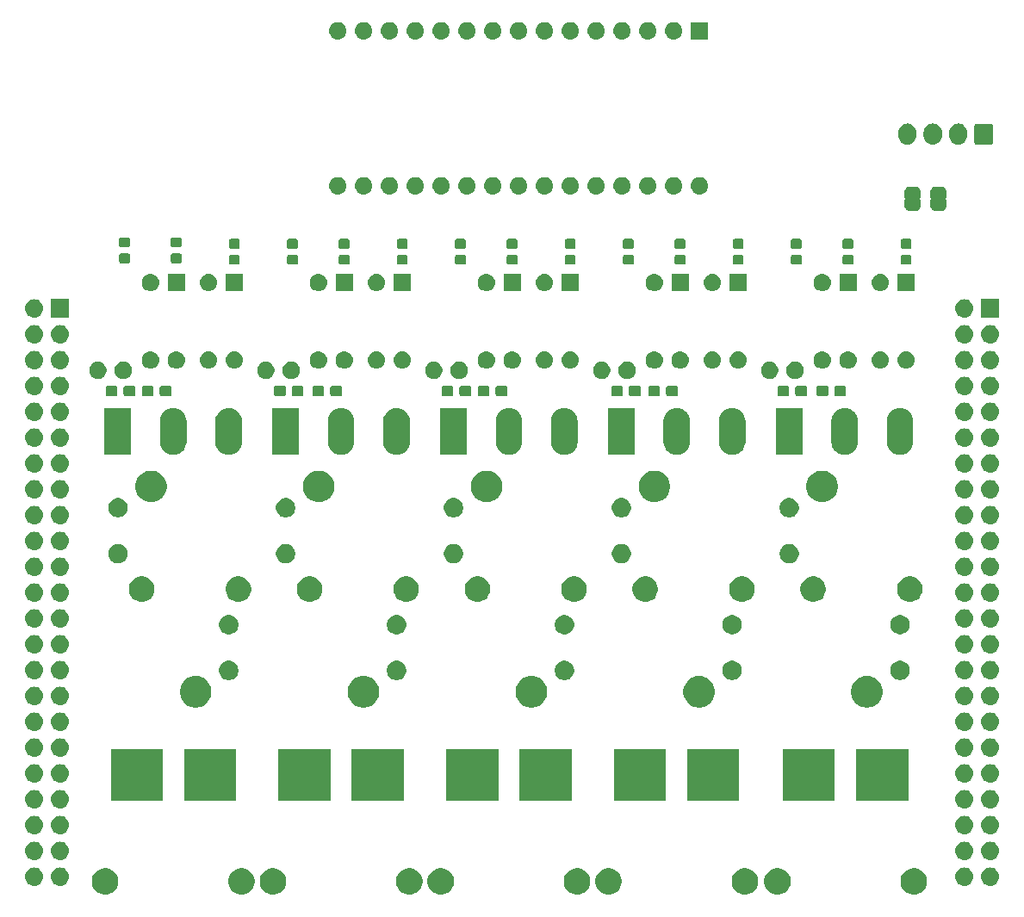
<source format=gts>
G04 #@! TF.GenerationSoftware,KiCad,Pcbnew,(5.1.2)-1*
G04 #@! TF.CreationDate,2019-05-30T15:53:57+09:00*
G04 #@! TF.ProjectId,MD_2016_remake,4d445f32-3031-4365-9f72-656d616b652e,rev?*
G04 #@! TF.SameCoordinates,PXaba9500PY3473bc0*
G04 #@! TF.FileFunction,Soldermask,Top*
G04 #@! TF.FilePolarity,Negative*
%FSLAX46Y46*%
G04 Gerber Fmt 4.6, Leading zero omitted, Abs format (unit mm)*
G04 Created by KiCad (PCBNEW (5.1.2)-1) date 2019-05-30 15:53:57*
%MOMM*%
%LPD*%
G04 APERTURE LIST*
%ADD10C,0.100000*%
G04 APERTURE END LIST*
D10*
G36*
X23459487Y-95898996D02*
G01*
X23696253Y-95997068D01*
X23696255Y-95997069D01*
X23760227Y-96039814D01*
X23909339Y-96139447D01*
X24090553Y-96320661D01*
X24232932Y-96533747D01*
X24331004Y-96770513D01*
X24381000Y-97021861D01*
X24381000Y-97278139D01*
X24331004Y-97529487D01*
X24232932Y-97766253D01*
X24232931Y-97766255D01*
X24090553Y-97979339D01*
X23909339Y-98160553D01*
X23696255Y-98302931D01*
X23696254Y-98302932D01*
X23696253Y-98302932D01*
X23459487Y-98401004D01*
X23208139Y-98451000D01*
X22951861Y-98451000D01*
X22700513Y-98401004D01*
X22463747Y-98302932D01*
X22463746Y-98302932D01*
X22463745Y-98302931D01*
X22250661Y-98160553D01*
X22069447Y-97979339D01*
X21927069Y-97766255D01*
X21927068Y-97766253D01*
X21828996Y-97529487D01*
X21779000Y-97278139D01*
X21779000Y-97021861D01*
X21828996Y-96770513D01*
X21927068Y-96533747D01*
X22069447Y-96320661D01*
X22250661Y-96139447D01*
X22399773Y-96039814D01*
X22463745Y-95997069D01*
X22463747Y-95997068D01*
X22700513Y-95898996D01*
X22951861Y-95849000D01*
X23208139Y-95849000D01*
X23459487Y-95898996D01*
X23459487Y-95898996D01*
G37*
G36*
X10059487Y-95898996D02*
G01*
X10296253Y-95997068D01*
X10296255Y-95997069D01*
X10360227Y-96039814D01*
X10509339Y-96139447D01*
X10690553Y-96320661D01*
X10832932Y-96533747D01*
X10931004Y-96770513D01*
X10981000Y-97021861D01*
X10981000Y-97278139D01*
X10931004Y-97529487D01*
X10832932Y-97766253D01*
X10832931Y-97766255D01*
X10690553Y-97979339D01*
X10509339Y-98160553D01*
X10296255Y-98302931D01*
X10296254Y-98302932D01*
X10296253Y-98302932D01*
X10059487Y-98401004D01*
X9808139Y-98451000D01*
X9551861Y-98451000D01*
X9300513Y-98401004D01*
X9063747Y-98302932D01*
X9063746Y-98302932D01*
X9063745Y-98302931D01*
X8850661Y-98160553D01*
X8669447Y-97979339D01*
X8527069Y-97766255D01*
X8527068Y-97766253D01*
X8428996Y-97529487D01*
X8379000Y-97278139D01*
X8379000Y-97021861D01*
X8428996Y-96770513D01*
X8527068Y-96533747D01*
X8669447Y-96320661D01*
X8850661Y-96139447D01*
X8999773Y-96039814D01*
X9063745Y-95997069D01*
X9063747Y-95997068D01*
X9300513Y-95898996D01*
X9551861Y-95849000D01*
X9808139Y-95849000D01*
X10059487Y-95898996D01*
X10059487Y-95898996D01*
G37*
G36*
X26559487Y-95898996D02*
G01*
X26796253Y-95997068D01*
X26796255Y-95997069D01*
X26860227Y-96039814D01*
X27009339Y-96139447D01*
X27190553Y-96320661D01*
X27332932Y-96533747D01*
X27431004Y-96770513D01*
X27481000Y-97021861D01*
X27481000Y-97278139D01*
X27431004Y-97529487D01*
X27332932Y-97766253D01*
X27332931Y-97766255D01*
X27190553Y-97979339D01*
X27009339Y-98160553D01*
X26796255Y-98302931D01*
X26796254Y-98302932D01*
X26796253Y-98302932D01*
X26559487Y-98401004D01*
X26308139Y-98451000D01*
X26051861Y-98451000D01*
X25800513Y-98401004D01*
X25563747Y-98302932D01*
X25563746Y-98302932D01*
X25563745Y-98302931D01*
X25350661Y-98160553D01*
X25169447Y-97979339D01*
X25027069Y-97766255D01*
X25027068Y-97766253D01*
X24928996Y-97529487D01*
X24879000Y-97278139D01*
X24879000Y-97021861D01*
X24928996Y-96770513D01*
X25027068Y-96533747D01*
X25169447Y-96320661D01*
X25350661Y-96139447D01*
X25499773Y-96039814D01*
X25563745Y-95997069D01*
X25563747Y-95997068D01*
X25800513Y-95898996D01*
X26051861Y-95849000D01*
X26308139Y-95849000D01*
X26559487Y-95898996D01*
X26559487Y-95898996D01*
G37*
G36*
X39959487Y-95898996D02*
G01*
X40196253Y-95997068D01*
X40196255Y-95997069D01*
X40260227Y-96039814D01*
X40409339Y-96139447D01*
X40590553Y-96320661D01*
X40732932Y-96533747D01*
X40831004Y-96770513D01*
X40881000Y-97021861D01*
X40881000Y-97278139D01*
X40831004Y-97529487D01*
X40732932Y-97766253D01*
X40732931Y-97766255D01*
X40590553Y-97979339D01*
X40409339Y-98160553D01*
X40196255Y-98302931D01*
X40196254Y-98302932D01*
X40196253Y-98302932D01*
X39959487Y-98401004D01*
X39708139Y-98451000D01*
X39451861Y-98451000D01*
X39200513Y-98401004D01*
X38963747Y-98302932D01*
X38963746Y-98302932D01*
X38963745Y-98302931D01*
X38750661Y-98160553D01*
X38569447Y-97979339D01*
X38427069Y-97766255D01*
X38427068Y-97766253D01*
X38328996Y-97529487D01*
X38279000Y-97278139D01*
X38279000Y-97021861D01*
X38328996Y-96770513D01*
X38427068Y-96533747D01*
X38569447Y-96320661D01*
X38750661Y-96139447D01*
X38899773Y-96039814D01*
X38963745Y-95997069D01*
X38963747Y-95997068D01*
X39200513Y-95898996D01*
X39451861Y-95849000D01*
X39708139Y-95849000D01*
X39959487Y-95898996D01*
X39959487Y-95898996D01*
G37*
G36*
X43059487Y-95898996D02*
G01*
X43296253Y-95997068D01*
X43296255Y-95997069D01*
X43360227Y-96039814D01*
X43509339Y-96139447D01*
X43690553Y-96320661D01*
X43832932Y-96533747D01*
X43931004Y-96770513D01*
X43981000Y-97021861D01*
X43981000Y-97278139D01*
X43931004Y-97529487D01*
X43832932Y-97766253D01*
X43832931Y-97766255D01*
X43690553Y-97979339D01*
X43509339Y-98160553D01*
X43296255Y-98302931D01*
X43296254Y-98302932D01*
X43296253Y-98302932D01*
X43059487Y-98401004D01*
X42808139Y-98451000D01*
X42551861Y-98451000D01*
X42300513Y-98401004D01*
X42063747Y-98302932D01*
X42063746Y-98302932D01*
X42063745Y-98302931D01*
X41850661Y-98160553D01*
X41669447Y-97979339D01*
X41527069Y-97766255D01*
X41527068Y-97766253D01*
X41428996Y-97529487D01*
X41379000Y-97278139D01*
X41379000Y-97021861D01*
X41428996Y-96770513D01*
X41527068Y-96533747D01*
X41669447Y-96320661D01*
X41850661Y-96139447D01*
X41999773Y-96039814D01*
X42063745Y-95997069D01*
X42063747Y-95997068D01*
X42300513Y-95898996D01*
X42551861Y-95849000D01*
X42808139Y-95849000D01*
X43059487Y-95898996D01*
X43059487Y-95898996D01*
G37*
G36*
X56459487Y-95898996D02*
G01*
X56696253Y-95997068D01*
X56696255Y-95997069D01*
X56760227Y-96039814D01*
X56909339Y-96139447D01*
X57090553Y-96320661D01*
X57232932Y-96533747D01*
X57331004Y-96770513D01*
X57381000Y-97021861D01*
X57381000Y-97278139D01*
X57331004Y-97529487D01*
X57232932Y-97766253D01*
X57232931Y-97766255D01*
X57090553Y-97979339D01*
X56909339Y-98160553D01*
X56696255Y-98302931D01*
X56696254Y-98302932D01*
X56696253Y-98302932D01*
X56459487Y-98401004D01*
X56208139Y-98451000D01*
X55951861Y-98451000D01*
X55700513Y-98401004D01*
X55463747Y-98302932D01*
X55463746Y-98302932D01*
X55463745Y-98302931D01*
X55250661Y-98160553D01*
X55069447Y-97979339D01*
X54927069Y-97766255D01*
X54927068Y-97766253D01*
X54828996Y-97529487D01*
X54779000Y-97278139D01*
X54779000Y-97021861D01*
X54828996Y-96770513D01*
X54927068Y-96533747D01*
X55069447Y-96320661D01*
X55250661Y-96139447D01*
X55399773Y-96039814D01*
X55463745Y-95997069D01*
X55463747Y-95997068D01*
X55700513Y-95898996D01*
X55951861Y-95849000D01*
X56208139Y-95849000D01*
X56459487Y-95898996D01*
X56459487Y-95898996D01*
G37*
G36*
X72959487Y-95898996D02*
G01*
X73196253Y-95997068D01*
X73196255Y-95997069D01*
X73260227Y-96039814D01*
X73409339Y-96139447D01*
X73590553Y-96320661D01*
X73732932Y-96533747D01*
X73831004Y-96770513D01*
X73881000Y-97021861D01*
X73881000Y-97278139D01*
X73831004Y-97529487D01*
X73732932Y-97766253D01*
X73732931Y-97766255D01*
X73590553Y-97979339D01*
X73409339Y-98160553D01*
X73196255Y-98302931D01*
X73196254Y-98302932D01*
X73196253Y-98302932D01*
X72959487Y-98401004D01*
X72708139Y-98451000D01*
X72451861Y-98451000D01*
X72200513Y-98401004D01*
X71963747Y-98302932D01*
X71963746Y-98302932D01*
X71963745Y-98302931D01*
X71750661Y-98160553D01*
X71569447Y-97979339D01*
X71427069Y-97766255D01*
X71427068Y-97766253D01*
X71328996Y-97529487D01*
X71279000Y-97278139D01*
X71279000Y-97021861D01*
X71328996Y-96770513D01*
X71427068Y-96533747D01*
X71569447Y-96320661D01*
X71750661Y-96139447D01*
X71899773Y-96039814D01*
X71963745Y-95997069D01*
X71963747Y-95997068D01*
X72200513Y-95898996D01*
X72451861Y-95849000D01*
X72708139Y-95849000D01*
X72959487Y-95898996D01*
X72959487Y-95898996D01*
G37*
G36*
X59559487Y-95898996D02*
G01*
X59796253Y-95997068D01*
X59796255Y-95997069D01*
X59860227Y-96039814D01*
X60009339Y-96139447D01*
X60190553Y-96320661D01*
X60332932Y-96533747D01*
X60431004Y-96770513D01*
X60481000Y-97021861D01*
X60481000Y-97278139D01*
X60431004Y-97529487D01*
X60332932Y-97766253D01*
X60332931Y-97766255D01*
X60190553Y-97979339D01*
X60009339Y-98160553D01*
X59796255Y-98302931D01*
X59796254Y-98302932D01*
X59796253Y-98302932D01*
X59559487Y-98401004D01*
X59308139Y-98451000D01*
X59051861Y-98451000D01*
X58800513Y-98401004D01*
X58563747Y-98302932D01*
X58563746Y-98302932D01*
X58563745Y-98302931D01*
X58350661Y-98160553D01*
X58169447Y-97979339D01*
X58027069Y-97766255D01*
X58027068Y-97766253D01*
X57928996Y-97529487D01*
X57879000Y-97278139D01*
X57879000Y-97021861D01*
X57928996Y-96770513D01*
X58027068Y-96533747D01*
X58169447Y-96320661D01*
X58350661Y-96139447D01*
X58499773Y-96039814D01*
X58563745Y-95997069D01*
X58563747Y-95997068D01*
X58800513Y-95898996D01*
X59051861Y-95849000D01*
X59308139Y-95849000D01*
X59559487Y-95898996D01*
X59559487Y-95898996D01*
G37*
G36*
X89559487Y-95898996D02*
G01*
X89796253Y-95997068D01*
X89796255Y-95997069D01*
X89860227Y-96039814D01*
X90009339Y-96139447D01*
X90190553Y-96320661D01*
X90332932Y-96533747D01*
X90431004Y-96770513D01*
X90481000Y-97021861D01*
X90481000Y-97278139D01*
X90431004Y-97529487D01*
X90332932Y-97766253D01*
X90332931Y-97766255D01*
X90190553Y-97979339D01*
X90009339Y-98160553D01*
X89796255Y-98302931D01*
X89796254Y-98302932D01*
X89796253Y-98302932D01*
X89559487Y-98401004D01*
X89308139Y-98451000D01*
X89051861Y-98451000D01*
X88800513Y-98401004D01*
X88563747Y-98302932D01*
X88563746Y-98302932D01*
X88563745Y-98302931D01*
X88350661Y-98160553D01*
X88169447Y-97979339D01*
X88027069Y-97766255D01*
X88027068Y-97766253D01*
X87928996Y-97529487D01*
X87879000Y-97278139D01*
X87879000Y-97021861D01*
X87928996Y-96770513D01*
X88027068Y-96533747D01*
X88169447Y-96320661D01*
X88350661Y-96139447D01*
X88499773Y-96039814D01*
X88563745Y-95997069D01*
X88563747Y-95997068D01*
X88800513Y-95898996D01*
X89051861Y-95849000D01*
X89308139Y-95849000D01*
X89559487Y-95898996D01*
X89559487Y-95898996D01*
G37*
G36*
X76159487Y-95898996D02*
G01*
X76396253Y-95997068D01*
X76396255Y-95997069D01*
X76460227Y-96039814D01*
X76609339Y-96139447D01*
X76790553Y-96320661D01*
X76932932Y-96533747D01*
X77031004Y-96770513D01*
X77081000Y-97021861D01*
X77081000Y-97278139D01*
X77031004Y-97529487D01*
X76932932Y-97766253D01*
X76932931Y-97766255D01*
X76790553Y-97979339D01*
X76609339Y-98160553D01*
X76396255Y-98302931D01*
X76396254Y-98302932D01*
X76396253Y-98302932D01*
X76159487Y-98401004D01*
X75908139Y-98451000D01*
X75651861Y-98451000D01*
X75400513Y-98401004D01*
X75163747Y-98302932D01*
X75163746Y-98302932D01*
X75163745Y-98302931D01*
X74950661Y-98160553D01*
X74769447Y-97979339D01*
X74627069Y-97766255D01*
X74627068Y-97766253D01*
X74528996Y-97529487D01*
X74479000Y-97278139D01*
X74479000Y-97021861D01*
X74528996Y-96770513D01*
X74627068Y-96533747D01*
X74769447Y-96320661D01*
X74950661Y-96139447D01*
X75099773Y-96039814D01*
X75163745Y-95997069D01*
X75163747Y-95997068D01*
X75400513Y-95898996D01*
X75651861Y-95849000D01*
X75908139Y-95849000D01*
X76159487Y-95898996D01*
X76159487Y-95898996D01*
G37*
G36*
X2810442Y-95785518D02*
G01*
X2876627Y-95792037D01*
X3046466Y-95843557D01*
X3202991Y-95927222D01*
X3238729Y-95956552D01*
X3340186Y-96039814D01*
X3421951Y-96139447D01*
X3452778Y-96177009D01*
X3536443Y-96333534D01*
X3587963Y-96503373D01*
X3605359Y-96680000D01*
X3587963Y-96856627D01*
X3536443Y-97026466D01*
X3452778Y-97182991D01*
X3423448Y-97218729D01*
X3340186Y-97320186D01*
X3238729Y-97403448D01*
X3202991Y-97432778D01*
X3046466Y-97516443D01*
X2876627Y-97567963D01*
X2810442Y-97574482D01*
X2744260Y-97581000D01*
X2655740Y-97581000D01*
X2589558Y-97574482D01*
X2523373Y-97567963D01*
X2353534Y-97516443D01*
X2197009Y-97432778D01*
X2161271Y-97403448D01*
X2059814Y-97320186D01*
X1976552Y-97218729D01*
X1947222Y-97182991D01*
X1863557Y-97026466D01*
X1812037Y-96856627D01*
X1794641Y-96680000D01*
X1812037Y-96503373D01*
X1863557Y-96333534D01*
X1947222Y-96177009D01*
X1978049Y-96139447D01*
X2059814Y-96039814D01*
X2161271Y-95956552D01*
X2197009Y-95927222D01*
X2353534Y-95843557D01*
X2523373Y-95792037D01*
X2589558Y-95785518D01*
X2655740Y-95779000D01*
X2744260Y-95779000D01*
X2810442Y-95785518D01*
X2810442Y-95785518D01*
G37*
G36*
X5350442Y-95785518D02*
G01*
X5416627Y-95792037D01*
X5586466Y-95843557D01*
X5742991Y-95927222D01*
X5778729Y-95956552D01*
X5880186Y-96039814D01*
X5961951Y-96139447D01*
X5992778Y-96177009D01*
X6076443Y-96333534D01*
X6127963Y-96503373D01*
X6145359Y-96680000D01*
X6127963Y-96856627D01*
X6076443Y-97026466D01*
X5992778Y-97182991D01*
X5963448Y-97218729D01*
X5880186Y-97320186D01*
X5778729Y-97403448D01*
X5742991Y-97432778D01*
X5586466Y-97516443D01*
X5416627Y-97567963D01*
X5350442Y-97574482D01*
X5284260Y-97581000D01*
X5195740Y-97581000D01*
X5129558Y-97574482D01*
X5063373Y-97567963D01*
X4893534Y-97516443D01*
X4737009Y-97432778D01*
X4701271Y-97403448D01*
X4599814Y-97320186D01*
X4516552Y-97218729D01*
X4487222Y-97182991D01*
X4403557Y-97026466D01*
X4352037Y-96856627D01*
X4334641Y-96680000D01*
X4352037Y-96503373D01*
X4403557Y-96333534D01*
X4487222Y-96177009D01*
X4518049Y-96139447D01*
X4599814Y-96039814D01*
X4701271Y-95956552D01*
X4737009Y-95927222D01*
X4893534Y-95843557D01*
X5063373Y-95792037D01*
X5129558Y-95785518D01*
X5195740Y-95779000D01*
X5284260Y-95779000D01*
X5350442Y-95785518D01*
X5350442Y-95785518D01*
G37*
G36*
X94250442Y-95785518D02*
G01*
X94316627Y-95792037D01*
X94486466Y-95843557D01*
X94642991Y-95927222D01*
X94678729Y-95956552D01*
X94780186Y-96039814D01*
X94861951Y-96139447D01*
X94892778Y-96177009D01*
X94976443Y-96333534D01*
X95027963Y-96503373D01*
X95045359Y-96680000D01*
X95027963Y-96856627D01*
X94976443Y-97026466D01*
X94892778Y-97182991D01*
X94863448Y-97218729D01*
X94780186Y-97320186D01*
X94678729Y-97403448D01*
X94642991Y-97432778D01*
X94486466Y-97516443D01*
X94316627Y-97567963D01*
X94250442Y-97574482D01*
X94184260Y-97581000D01*
X94095740Y-97581000D01*
X94029558Y-97574482D01*
X93963373Y-97567963D01*
X93793534Y-97516443D01*
X93637009Y-97432778D01*
X93601271Y-97403448D01*
X93499814Y-97320186D01*
X93416552Y-97218729D01*
X93387222Y-97182991D01*
X93303557Y-97026466D01*
X93252037Y-96856627D01*
X93234641Y-96680000D01*
X93252037Y-96503373D01*
X93303557Y-96333534D01*
X93387222Y-96177009D01*
X93418049Y-96139447D01*
X93499814Y-96039814D01*
X93601271Y-95956552D01*
X93637009Y-95927222D01*
X93793534Y-95843557D01*
X93963373Y-95792037D01*
X94029558Y-95785518D01*
X94095740Y-95779000D01*
X94184260Y-95779000D01*
X94250442Y-95785518D01*
X94250442Y-95785518D01*
G37*
G36*
X96790442Y-95785518D02*
G01*
X96856627Y-95792037D01*
X97026466Y-95843557D01*
X97182991Y-95927222D01*
X97218729Y-95956552D01*
X97320186Y-96039814D01*
X97401951Y-96139447D01*
X97432778Y-96177009D01*
X97516443Y-96333534D01*
X97567963Y-96503373D01*
X97585359Y-96680000D01*
X97567963Y-96856627D01*
X97516443Y-97026466D01*
X97432778Y-97182991D01*
X97403448Y-97218729D01*
X97320186Y-97320186D01*
X97218729Y-97403448D01*
X97182991Y-97432778D01*
X97026466Y-97516443D01*
X96856627Y-97567963D01*
X96790442Y-97574482D01*
X96724260Y-97581000D01*
X96635740Y-97581000D01*
X96569558Y-97574482D01*
X96503373Y-97567963D01*
X96333534Y-97516443D01*
X96177009Y-97432778D01*
X96141271Y-97403448D01*
X96039814Y-97320186D01*
X95956552Y-97218729D01*
X95927222Y-97182991D01*
X95843557Y-97026466D01*
X95792037Y-96856627D01*
X95774641Y-96680000D01*
X95792037Y-96503373D01*
X95843557Y-96333534D01*
X95927222Y-96177009D01*
X95958049Y-96139447D01*
X96039814Y-96039814D01*
X96141271Y-95956552D01*
X96177009Y-95927222D01*
X96333534Y-95843557D01*
X96503373Y-95792037D01*
X96569558Y-95785518D01*
X96635740Y-95779000D01*
X96724260Y-95779000D01*
X96790442Y-95785518D01*
X96790442Y-95785518D01*
G37*
G36*
X5350443Y-93245519D02*
G01*
X5416627Y-93252037D01*
X5586466Y-93303557D01*
X5742991Y-93387222D01*
X5778729Y-93416552D01*
X5880186Y-93499814D01*
X5963448Y-93601271D01*
X5992778Y-93637009D01*
X6076443Y-93793534D01*
X6127963Y-93963373D01*
X6145359Y-94140000D01*
X6127963Y-94316627D01*
X6076443Y-94486466D01*
X5992778Y-94642991D01*
X5963448Y-94678729D01*
X5880186Y-94780186D01*
X5778729Y-94863448D01*
X5742991Y-94892778D01*
X5586466Y-94976443D01*
X5416627Y-95027963D01*
X5350442Y-95034482D01*
X5284260Y-95041000D01*
X5195740Y-95041000D01*
X5129558Y-95034482D01*
X5063373Y-95027963D01*
X4893534Y-94976443D01*
X4737009Y-94892778D01*
X4701271Y-94863448D01*
X4599814Y-94780186D01*
X4516552Y-94678729D01*
X4487222Y-94642991D01*
X4403557Y-94486466D01*
X4352037Y-94316627D01*
X4334641Y-94140000D01*
X4352037Y-93963373D01*
X4403557Y-93793534D01*
X4487222Y-93637009D01*
X4516552Y-93601271D01*
X4599814Y-93499814D01*
X4701271Y-93416552D01*
X4737009Y-93387222D01*
X4893534Y-93303557D01*
X5063373Y-93252037D01*
X5129557Y-93245519D01*
X5195740Y-93239000D01*
X5284260Y-93239000D01*
X5350443Y-93245519D01*
X5350443Y-93245519D01*
G37*
G36*
X96790443Y-93245519D02*
G01*
X96856627Y-93252037D01*
X97026466Y-93303557D01*
X97182991Y-93387222D01*
X97218729Y-93416552D01*
X97320186Y-93499814D01*
X97403448Y-93601271D01*
X97432778Y-93637009D01*
X97516443Y-93793534D01*
X97567963Y-93963373D01*
X97585359Y-94140000D01*
X97567963Y-94316627D01*
X97516443Y-94486466D01*
X97432778Y-94642991D01*
X97403448Y-94678729D01*
X97320186Y-94780186D01*
X97218729Y-94863448D01*
X97182991Y-94892778D01*
X97026466Y-94976443D01*
X96856627Y-95027963D01*
X96790442Y-95034482D01*
X96724260Y-95041000D01*
X96635740Y-95041000D01*
X96569558Y-95034482D01*
X96503373Y-95027963D01*
X96333534Y-94976443D01*
X96177009Y-94892778D01*
X96141271Y-94863448D01*
X96039814Y-94780186D01*
X95956552Y-94678729D01*
X95927222Y-94642991D01*
X95843557Y-94486466D01*
X95792037Y-94316627D01*
X95774641Y-94140000D01*
X95792037Y-93963373D01*
X95843557Y-93793534D01*
X95927222Y-93637009D01*
X95956552Y-93601271D01*
X96039814Y-93499814D01*
X96141271Y-93416552D01*
X96177009Y-93387222D01*
X96333534Y-93303557D01*
X96503373Y-93252037D01*
X96569557Y-93245519D01*
X96635740Y-93239000D01*
X96724260Y-93239000D01*
X96790443Y-93245519D01*
X96790443Y-93245519D01*
G37*
G36*
X94250443Y-93245519D02*
G01*
X94316627Y-93252037D01*
X94486466Y-93303557D01*
X94642991Y-93387222D01*
X94678729Y-93416552D01*
X94780186Y-93499814D01*
X94863448Y-93601271D01*
X94892778Y-93637009D01*
X94976443Y-93793534D01*
X95027963Y-93963373D01*
X95045359Y-94140000D01*
X95027963Y-94316627D01*
X94976443Y-94486466D01*
X94892778Y-94642991D01*
X94863448Y-94678729D01*
X94780186Y-94780186D01*
X94678729Y-94863448D01*
X94642991Y-94892778D01*
X94486466Y-94976443D01*
X94316627Y-95027963D01*
X94250442Y-95034482D01*
X94184260Y-95041000D01*
X94095740Y-95041000D01*
X94029558Y-95034482D01*
X93963373Y-95027963D01*
X93793534Y-94976443D01*
X93637009Y-94892778D01*
X93601271Y-94863448D01*
X93499814Y-94780186D01*
X93416552Y-94678729D01*
X93387222Y-94642991D01*
X93303557Y-94486466D01*
X93252037Y-94316627D01*
X93234641Y-94140000D01*
X93252037Y-93963373D01*
X93303557Y-93793534D01*
X93387222Y-93637009D01*
X93416552Y-93601271D01*
X93499814Y-93499814D01*
X93601271Y-93416552D01*
X93637009Y-93387222D01*
X93793534Y-93303557D01*
X93963373Y-93252037D01*
X94029557Y-93245519D01*
X94095740Y-93239000D01*
X94184260Y-93239000D01*
X94250443Y-93245519D01*
X94250443Y-93245519D01*
G37*
G36*
X2810443Y-93245519D02*
G01*
X2876627Y-93252037D01*
X3046466Y-93303557D01*
X3202991Y-93387222D01*
X3238729Y-93416552D01*
X3340186Y-93499814D01*
X3423448Y-93601271D01*
X3452778Y-93637009D01*
X3536443Y-93793534D01*
X3587963Y-93963373D01*
X3605359Y-94140000D01*
X3587963Y-94316627D01*
X3536443Y-94486466D01*
X3452778Y-94642991D01*
X3423448Y-94678729D01*
X3340186Y-94780186D01*
X3238729Y-94863448D01*
X3202991Y-94892778D01*
X3046466Y-94976443D01*
X2876627Y-95027963D01*
X2810442Y-95034482D01*
X2744260Y-95041000D01*
X2655740Y-95041000D01*
X2589558Y-95034482D01*
X2523373Y-95027963D01*
X2353534Y-94976443D01*
X2197009Y-94892778D01*
X2161271Y-94863448D01*
X2059814Y-94780186D01*
X1976552Y-94678729D01*
X1947222Y-94642991D01*
X1863557Y-94486466D01*
X1812037Y-94316627D01*
X1794641Y-94140000D01*
X1812037Y-93963373D01*
X1863557Y-93793534D01*
X1947222Y-93637009D01*
X1976552Y-93601271D01*
X2059814Y-93499814D01*
X2161271Y-93416552D01*
X2197009Y-93387222D01*
X2353534Y-93303557D01*
X2523373Y-93252037D01*
X2589557Y-93245519D01*
X2655740Y-93239000D01*
X2744260Y-93239000D01*
X2810443Y-93245519D01*
X2810443Y-93245519D01*
G37*
G36*
X94250443Y-90705519D02*
G01*
X94316627Y-90712037D01*
X94486466Y-90763557D01*
X94642991Y-90847222D01*
X94678729Y-90876552D01*
X94780186Y-90959814D01*
X94863448Y-91061271D01*
X94892778Y-91097009D01*
X94976443Y-91253534D01*
X95027963Y-91423373D01*
X95045359Y-91600000D01*
X95027963Y-91776627D01*
X94976443Y-91946466D01*
X94892778Y-92102991D01*
X94863448Y-92138729D01*
X94780186Y-92240186D01*
X94678729Y-92323448D01*
X94642991Y-92352778D01*
X94486466Y-92436443D01*
X94316627Y-92487963D01*
X94250442Y-92494482D01*
X94184260Y-92501000D01*
X94095740Y-92501000D01*
X94029558Y-92494482D01*
X93963373Y-92487963D01*
X93793534Y-92436443D01*
X93637009Y-92352778D01*
X93601271Y-92323448D01*
X93499814Y-92240186D01*
X93416552Y-92138729D01*
X93387222Y-92102991D01*
X93303557Y-91946466D01*
X93252037Y-91776627D01*
X93234641Y-91600000D01*
X93252037Y-91423373D01*
X93303557Y-91253534D01*
X93387222Y-91097009D01*
X93416552Y-91061271D01*
X93499814Y-90959814D01*
X93601271Y-90876552D01*
X93637009Y-90847222D01*
X93793534Y-90763557D01*
X93963373Y-90712037D01*
X94029557Y-90705519D01*
X94095740Y-90699000D01*
X94184260Y-90699000D01*
X94250443Y-90705519D01*
X94250443Y-90705519D01*
G37*
G36*
X96790443Y-90705519D02*
G01*
X96856627Y-90712037D01*
X97026466Y-90763557D01*
X97182991Y-90847222D01*
X97218729Y-90876552D01*
X97320186Y-90959814D01*
X97403448Y-91061271D01*
X97432778Y-91097009D01*
X97516443Y-91253534D01*
X97567963Y-91423373D01*
X97585359Y-91600000D01*
X97567963Y-91776627D01*
X97516443Y-91946466D01*
X97432778Y-92102991D01*
X97403448Y-92138729D01*
X97320186Y-92240186D01*
X97218729Y-92323448D01*
X97182991Y-92352778D01*
X97026466Y-92436443D01*
X96856627Y-92487963D01*
X96790442Y-92494482D01*
X96724260Y-92501000D01*
X96635740Y-92501000D01*
X96569558Y-92494482D01*
X96503373Y-92487963D01*
X96333534Y-92436443D01*
X96177009Y-92352778D01*
X96141271Y-92323448D01*
X96039814Y-92240186D01*
X95956552Y-92138729D01*
X95927222Y-92102991D01*
X95843557Y-91946466D01*
X95792037Y-91776627D01*
X95774641Y-91600000D01*
X95792037Y-91423373D01*
X95843557Y-91253534D01*
X95927222Y-91097009D01*
X95956552Y-91061271D01*
X96039814Y-90959814D01*
X96141271Y-90876552D01*
X96177009Y-90847222D01*
X96333534Y-90763557D01*
X96503373Y-90712037D01*
X96569557Y-90705519D01*
X96635740Y-90699000D01*
X96724260Y-90699000D01*
X96790443Y-90705519D01*
X96790443Y-90705519D01*
G37*
G36*
X5350443Y-90705519D02*
G01*
X5416627Y-90712037D01*
X5586466Y-90763557D01*
X5742991Y-90847222D01*
X5778729Y-90876552D01*
X5880186Y-90959814D01*
X5963448Y-91061271D01*
X5992778Y-91097009D01*
X6076443Y-91253534D01*
X6127963Y-91423373D01*
X6145359Y-91600000D01*
X6127963Y-91776627D01*
X6076443Y-91946466D01*
X5992778Y-92102991D01*
X5963448Y-92138729D01*
X5880186Y-92240186D01*
X5778729Y-92323448D01*
X5742991Y-92352778D01*
X5586466Y-92436443D01*
X5416627Y-92487963D01*
X5350442Y-92494482D01*
X5284260Y-92501000D01*
X5195740Y-92501000D01*
X5129558Y-92494482D01*
X5063373Y-92487963D01*
X4893534Y-92436443D01*
X4737009Y-92352778D01*
X4701271Y-92323448D01*
X4599814Y-92240186D01*
X4516552Y-92138729D01*
X4487222Y-92102991D01*
X4403557Y-91946466D01*
X4352037Y-91776627D01*
X4334641Y-91600000D01*
X4352037Y-91423373D01*
X4403557Y-91253534D01*
X4487222Y-91097009D01*
X4516552Y-91061271D01*
X4599814Y-90959814D01*
X4701271Y-90876552D01*
X4737009Y-90847222D01*
X4893534Y-90763557D01*
X5063373Y-90712037D01*
X5129557Y-90705519D01*
X5195740Y-90699000D01*
X5284260Y-90699000D01*
X5350443Y-90705519D01*
X5350443Y-90705519D01*
G37*
G36*
X2810443Y-90705519D02*
G01*
X2876627Y-90712037D01*
X3046466Y-90763557D01*
X3202991Y-90847222D01*
X3238729Y-90876552D01*
X3340186Y-90959814D01*
X3423448Y-91061271D01*
X3452778Y-91097009D01*
X3536443Y-91253534D01*
X3587963Y-91423373D01*
X3605359Y-91600000D01*
X3587963Y-91776627D01*
X3536443Y-91946466D01*
X3452778Y-92102991D01*
X3423448Y-92138729D01*
X3340186Y-92240186D01*
X3238729Y-92323448D01*
X3202991Y-92352778D01*
X3046466Y-92436443D01*
X2876627Y-92487963D01*
X2810442Y-92494482D01*
X2744260Y-92501000D01*
X2655740Y-92501000D01*
X2589558Y-92494482D01*
X2523373Y-92487963D01*
X2353534Y-92436443D01*
X2197009Y-92352778D01*
X2161271Y-92323448D01*
X2059814Y-92240186D01*
X1976552Y-92138729D01*
X1947222Y-92102991D01*
X1863557Y-91946466D01*
X1812037Y-91776627D01*
X1794641Y-91600000D01*
X1812037Y-91423373D01*
X1863557Y-91253534D01*
X1947222Y-91097009D01*
X1976552Y-91061271D01*
X2059814Y-90959814D01*
X2161271Y-90876552D01*
X2197009Y-90847222D01*
X2353534Y-90763557D01*
X2523373Y-90712037D01*
X2589557Y-90705519D01*
X2655740Y-90699000D01*
X2744260Y-90699000D01*
X2810443Y-90705519D01*
X2810443Y-90705519D01*
G37*
G36*
X2810442Y-88165518D02*
G01*
X2876627Y-88172037D01*
X3046466Y-88223557D01*
X3202991Y-88307222D01*
X3238729Y-88336552D01*
X3340186Y-88419814D01*
X3423448Y-88521271D01*
X3452778Y-88557009D01*
X3536443Y-88713534D01*
X3587963Y-88883373D01*
X3605359Y-89060000D01*
X3587963Y-89236627D01*
X3536443Y-89406466D01*
X3452778Y-89562991D01*
X3423448Y-89598729D01*
X3340186Y-89700186D01*
X3238729Y-89783448D01*
X3202991Y-89812778D01*
X3046466Y-89896443D01*
X2876627Y-89947963D01*
X2810443Y-89954481D01*
X2744260Y-89961000D01*
X2655740Y-89961000D01*
X2589557Y-89954481D01*
X2523373Y-89947963D01*
X2353534Y-89896443D01*
X2197009Y-89812778D01*
X2161271Y-89783448D01*
X2059814Y-89700186D01*
X1976552Y-89598729D01*
X1947222Y-89562991D01*
X1863557Y-89406466D01*
X1812037Y-89236627D01*
X1794641Y-89060000D01*
X1812037Y-88883373D01*
X1863557Y-88713534D01*
X1947222Y-88557009D01*
X1976552Y-88521271D01*
X2059814Y-88419814D01*
X2161271Y-88336552D01*
X2197009Y-88307222D01*
X2353534Y-88223557D01*
X2523373Y-88172037D01*
X2589558Y-88165518D01*
X2655740Y-88159000D01*
X2744260Y-88159000D01*
X2810442Y-88165518D01*
X2810442Y-88165518D01*
G37*
G36*
X94250442Y-88165518D02*
G01*
X94316627Y-88172037D01*
X94486466Y-88223557D01*
X94642991Y-88307222D01*
X94678729Y-88336552D01*
X94780186Y-88419814D01*
X94863448Y-88521271D01*
X94892778Y-88557009D01*
X94976443Y-88713534D01*
X95027963Y-88883373D01*
X95045359Y-89060000D01*
X95027963Y-89236627D01*
X94976443Y-89406466D01*
X94892778Y-89562991D01*
X94863448Y-89598729D01*
X94780186Y-89700186D01*
X94678729Y-89783448D01*
X94642991Y-89812778D01*
X94486466Y-89896443D01*
X94316627Y-89947963D01*
X94250443Y-89954481D01*
X94184260Y-89961000D01*
X94095740Y-89961000D01*
X94029557Y-89954481D01*
X93963373Y-89947963D01*
X93793534Y-89896443D01*
X93637009Y-89812778D01*
X93601271Y-89783448D01*
X93499814Y-89700186D01*
X93416552Y-89598729D01*
X93387222Y-89562991D01*
X93303557Y-89406466D01*
X93252037Y-89236627D01*
X93234641Y-89060000D01*
X93252037Y-88883373D01*
X93303557Y-88713534D01*
X93387222Y-88557009D01*
X93416552Y-88521271D01*
X93499814Y-88419814D01*
X93601271Y-88336552D01*
X93637009Y-88307222D01*
X93793534Y-88223557D01*
X93963373Y-88172037D01*
X94029558Y-88165518D01*
X94095740Y-88159000D01*
X94184260Y-88159000D01*
X94250442Y-88165518D01*
X94250442Y-88165518D01*
G37*
G36*
X96790442Y-88165518D02*
G01*
X96856627Y-88172037D01*
X97026466Y-88223557D01*
X97182991Y-88307222D01*
X97218729Y-88336552D01*
X97320186Y-88419814D01*
X97403448Y-88521271D01*
X97432778Y-88557009D01*
X97516443Y-88713534D01*
X97567963Y-88883373D01*
X97585359Y-89060000D01*
X97567963Y-89236627D01*
X97516443Y-89406466D01*
X97432778Y-89562991D01*
X97403448Y-89598729D01*
X97320186Y-89700186D01*
X97218729Y-89783448D01*
X97182991Y-89812778D01*
X97026466Y-89896443D01*
X96856627Y-89947963D01*
X96790443Y-89954481D01*
X96724260Y-89961000D01*
X96635740Y-89961000D01*
X96569557Y-89954481D01*
X96503373Y-89947963D01*
X96333534Y-89896443D01*
X96177009Y-89812778D01*
X96141271Y-89783448D01*
X96039814Y-89700186D01*
X95956552Y-89598729D01*
X95927222Y-89562991D01*
X95843557Y-89406466D01*
X95792037Y-89236627D01*
X95774641Y-89060000D01*
X95792037Y-88883373D01*
X95843557Y-88713534D01*
X95927222Y-88557009D01*
X95956552Y-88521271D01*
X96039814Y-88419814D01*
X96141271Y-88336552D01*
X96177009Y-88307222D01*
X96333534Y-88223557D01*
X96503373Y-88172037D01*
X96569558Y-88165518D01*
X96635740Y-88159000D01*
X96724260Y-88159000D01*
X96790442Y-88165518D01*
X96790442Y-88165518D01*
G37*
G36*
X5350442Y-88165518D02*
G01*
X5416627Y-88172037D01*
X5586466Y-88223557D01*
X5742991Y-88307222D01*
X5778729Y-88336552D01*
X5880186Y-88419814D01*
X5963448Y-88521271D01*
X5992778Y-88557009D01*
X6076443Y-88713534D01*
X6127963Y-88883373D01*
X6145359Y-89060000D01*
X6127963Y-89236627D01*
X6076443Y-89406466D01*
X5992778Y-89562991D01*
X5963448Y-89598729D01*
X5880186Y-89700186D01*
X5778729Y-89783448D01*
X5742991Y-89812778D01*
X5586466Y-89896443D01*
X5416627Y-89947963D01*
X5350443Y-89954481D01*
X5284260Y-89961000D01*
X5195740Y-89961000D01*
X5129557Y-89954481D01*
X5063373Y-89947963D01*
X4893534Y-89896443D01*
X4737009Y-89812778D01*
X4701271Y-89783448D01*
X4599814Y-89700186D01*
X4516552Y-89598729D01*
X4487222Y-89562991D01*
X4403557Y-89406466D01*
X4352037Y-89236627D01*
X4334641Y-89060000D01*
X4352037Y-88883373D01*
X4403557Y-88713534D01*
X4487222Y-88557009D01*
X4516552Y-88521271D01*
X4599814Y-88419814D01*
X4701271Y-88336552D01*
X4737009Y-88307222D01*
X4893534Y-88223557D01*
X5063373Y-88172037D01*
X5129558Y-88165518D01*
X5195740Y-88159000D01*
X5284260Y-88159000D01*
X5350442Y-88165518D01*
X5350442Y-88165518D01*
G37*
G36*
X48331000Y-89251000D02*
G01*
X43229000Y-89251000D01*
X43229000Y-84149000D01*
X48331000Y-84149000D01*
X48331000Y-89251000D01*
X48331000Y-89251000D01*
G37*
G36*
X22531000Y-89251000D02*
G01*
X17429000Y-89251000D01*
X17429000Y-84149000D01*
X22531000Y-84149000D01*
X22531000Y-89251000D01*
X22531000Y-89251000D01*
G37*
G36*
X15331000Y-89251000D02*
G01*
X10229000Y-89251000D01*
X10229000Y-84149000D01*
X15331000Y-84149000D01*
X15331000Y-89251000D01*
X15331000Y-89251000D01*
G37*
G36*
X31831000Y-89251000D02*
G01*
X26729000Y-89251000D01*
X26729000Y-84149000D01*
X31831000Y-84149000D01*
X31831000Y-89251000D01*
X31831000Y-89251000D01*
G37*
G36*
X39031000Y-89251000D02*
G01*
X33929000Y-89251000D01*
X33929000Y-84149000D01*
X39031000Y-84149000D01*
X39031000Y-89251000D01*
X39031000Y-89251000D01*
G37*
G36*
X55531000Y-89251000D02*
G01*
X50429000Y-89251000D01*
X50429000Y-84149000D01*
X55531000Y-84149000D01*
X55531000Y-89251000D01*
X55531000Y-89251000D01*
G37*
G36*
X64831000Y-89251000D02*
G01*
X59729000Y-89251000D01*
X59729000Y-84149000D01*
X64831000Y-84149000D01*
X64831000Y-89251000D01*
X64831000Y-89251000D01*
G37*
G36*
X81431000Y-89251000D02*
G01*
X76329000Y-89251000D01*
X76329000Y-84149000D01*
X81431000Y-84149000D01*
X81431000Y-89251000D01*
X81431000Y-89251000D01*
G37*
G36*
X88631000Y-89251000D02*
G01*
X83529000Y-89251000D01*
X83529000Y-84149000D01*
X88631000Y-84149000D01*
X88631000Y-89251000D01*
X88631000Y-89251000D01*
G37*
G36*
X72031000Y-89251000D02*
G01*
X66929000Y-89251000D01*
X66929000Y-84149000D01*
X72031000Y-84149000D01*
X72031000Y-89251000D01*
X72031000Y-89251000D01*
G37*
G36*
X2810442Y-85625518D02*
G01*
X2876627Y-85632037D01*
X3046466Y-85683557D01*
X3202991Y-85767222D01*
X3238729Y-85796552D01*
X3340186Y-85879814D01*
X3423448Y-85981271D01*
X3452778Y-86017009D01*
X3536443Y-86173534D01*
X3587963Y-86343373D01*
X3605359Y-86520000D01*
X3587963Y-86696627D01*
X3536443Y-86866466D01*
X3452778Y-87022991D01*
X3423448Y-87058729D01*
X3340186Y-87160186D01*
X3238729Y-87243448D01*
X3202991Y-87272778D01*
X3046466Y-87356443D01*
X2876627Y-87407963D01*
X2810443Y-87414481D01*
X2744260Y-87421000D01*
X2655740Y-87421000D01*
X2589557Y-87414481D01*
X2523373Y-87407963D01*
X2353534Y-87356443D01*
X2197009Y-87272778D01*
X2161271Y-87243448D01*
X2059814Y-87160186D01*
X1976552Y-87058729D01*
X1947222Y-87022991D01*
X1863557Y-86866466D01*
X1812037Y-86696627D01*
X1794641Y-86520000D01*
X1812037Y-86343373D01*
X1863557Y-86173534D01*
X1947222Y-86017009D01*
X1976552Y-85981271D01*
X2059814Y-85879814D01*
X2161271Y-85796552D01*
X2197009Y-85767222D01*
X2353534Y-85683557D01*
X2523373Y-85632037D01*
X2589558Y-85625518D01*
X2655740Y-85619000D01*
X2744260Y-85619000D01*
X2810442Y-85625518D01*
X2810442Y-85625518D01*
G37*
G36*
X96790442Y-85625518D02*
G01*
X96856627Y-85632037D01*
X97026466Y-85683557D01*
X97182991Y-85767222D01*
X97218729Y-85796552D01*
X97320186Y-85879814D01*
X97403448Y-85981271D01*
X97432778Y-86017009D01*
X97516443Y-86173534D01*
X97567963Y-86343373D01*
X97585359Y-86520000D01*
X97567963Y-86696627D01*
X97516443Y-86866466D01*
X97432778Y-87022991D01*
X97403448Y-87058729D01*
X97320186Y-87160186D01*
X97218729Y-87243448D01*
X97182991Y-87272778D01*
X97026466Y-87356443D01*
X96856627Y-87407963D01*
X96790443Y-87414481D01*
X96724260Y-87421000D01*
X96635740Y-87421000D01*
X96569557Y-87414481D01*
X96503373Y-87407963D01*
X96333534Y-87356443D01*
X96177009Y-87272778D01*
X96141271Y-87243448D01*
X96039814Y-87160186D01*
X95956552Y-87058729D01*
X95927222Y-87022991D01*
X95843557Y-86866466D01*
X95792037Y-86696627D01*
X95774641Y-86520000D01*
X95792037Y-86343373D01*
X95843557Y-86173534D01*
X95927222Y-86017009D01*
X95956552Y-85981271D01*
X96039814Y-85879814D01*
X96141271Y-85796552D01*
X96177009Y-85767222D01*
X96333534Y-85683557D01*
X96503373Y-85632037D01*
X96569558Y-85625518D01*
X96635740Y-85619000D01*
X96724260Y-85619000D01*
X96790442Y-85625518D01*
X96790442Y-85625518D01*
G37*
G36*
X94250442Y-85625518D02*
G01*
X94316627Y-85632037D01*
X94486466Y-85683557D01*
X94642991Y-85767222D01*
X94678729Y-85796552D01*
X94780186Y-85879814D01*
X94863448Y-85981271D01*
X94892778Y-86017009D01*
X94976443Y-86173534D01*
X95027963Y-86343373D01*
X95045359Y-86520000D01*
X95027963Y-86696627D01*
X94976443Y-86866466D01*
X94892778Y-87022991D01*
X94863448Y-87058729D01*
X94780186Y-87160186D01*
X94678729Y-87243448D01*
X94642991Y-87272778D01*
X94486466Y-87356443D01*
X94316627Y-87407963D01*
X94250443Y-87414481D01*
X94184260Y-87421000D01*
X94095740Y-87421000D01*
X94029557Y-87414481D01*
X93963373Y-87407963D01*
X93793534Y-87356443D01*
X93637009Y-87272778D01*
X93601271Y-87243448D01*
X93499814Y-87160186D01*
X93416552Y-87058729D01*
X93387222Y-87022991D01*
X93303557Y-86866466D01*
X93252037Y-86696627D01*
X93234641Y-86520000D01*
X93252037Y-86343373D01*
X93303557Y-86173534D01*
X93387222Y-86017009D01*
X93416552Y-85981271D01*
X93499814Y-85879814D01*
X93601271Y-85796552D01*
X93637009Y-85767222D01*
X93793534Y-85683557D01*
X93963373Y-85632037D01*
X94029558Y-85625518D01*
X94095740Y-85619000D01*
X94184260Y-85619000D01*
X94250442Y-85625518D01*
X94250442Y-85625518D01*
G37*
G36*
X5350442Y-85625518D02*
G01*
X5416627Y-85632037D01*
X5586466Y-85683557D01*
X5742991Y-85767222D01*
X5778729Y-85796552D01*
X5880186Y-85879814D01*
X5963448Y-85981271D01*
X5992778Y-86017009D01*
X6076443Y-86173534D01*
X6127963Y-86343373D01*
X6145359Y-86520000D01*
X6127963Y-86696627D01*
X6076443Y-86866466D01*
X5992778Y-87022991D01*
X5963448Y-87058729D01*
X5880186Y-87160186D01*
X5778729Y-87243448D01*
X5742991Y-87272778D01*
X5586466Y-87356443D01*
X5416627Y-87407963D01*
X5350443Y-87414481D01*
X5284260Y-87421000D01*
X5195740Y-87421000D01*
X5129557Y-87414481D01*
X5063373Y-87407963D01*
X4893534Y-87356443D01*
X4737009Y-87272778D01*
X4701271Y-87243448D01*
X4599814Y-87160186D01*
X4516552Y-87058729D01*
X4487222Y-87022991D01*
X4403557Y-86866466D01*
X4352037Y-86696627D01*
X4334641Y-86520000D01*
X4352037Y-86343373D01*
X4403557Y-86173534D01*
X4487222Y-86017009D01*
X4516552Y-85981271D01*
X4599814Y-85879814D01*
X4701271Y-85796552D01*
X4737009Y-85767222D01*
X4893534Y-85683557D01*
X5063373Y-85632037D01*
X5129558Y-85625518D01*
X5195740Y-85619000D01*
X5284260Y-85619000D01*
X5350442Y-85625518D01*
X5350442Y-85625518D01*
G37*
G36*
X2810442Y-83085518D02*
G01*
X2876627Y-83092037D01*
X3046466Y-83143557D01*
X3202991Y-83227222D01*
X3238729Y-83256552D01*
X3340186Y-83339814D01*
X3423448Y-83441271D01*
X3452778Y-83477009D01*
X3536443Y-83633534D01*
X3587963Y-83803373D01*
X3605359Y-83980000D01*
X3587963Y-84156627D01*
X3536443Y-84326466D01*
X3452778Y-84482991D01*
X3423448Y-84518729D01*
X3340186Y-84620186D01*
X3238729Y-84703448D01*
X3202991Y-84732778D01*
X3046466Y-84816443D01*
X2876627Y-84867963D01*
X2810442Y-84874482D01*
X2744260Y-84881000D01*
X2655740Y-84881000D01*
X2589558Y-84874482D01*
X2523373Y-84867963D01*
X2353534Y-84816443D01*
X2197009Y-84732778D01*
X2161271Y-84703448D01*
X2059814Y-84620186D01*
X1976552Y-84518729D01*
X1947222Y-84482991D01*
X1863557Y-84326466D01*
X1812037Y-84156627D01*
X1794641Y-83980000D01*
X1812037Y-83803373D01*
X1863557Y-83633534D01*
X1947222Y-83477009D01*
X1976552Y-83441271D01*
X2059814Y-83339814D01*
X2161271Y-83256552D01*
X2197009Y-83227222D01*
X2353534Y-83143557D01*
X2523373Y-83092037D01*
X2589558Y-83085518D01*
X2655740Y-83079000D01*
X2744260Y-83079000D01*
X2810442Y-83085518D01*
X2810442Y-83085518D01*
G37*
G36*
X5350442Y-83085518D02*
G01*
X5416627Y-83092037D01*
X5586466Y-83143557D01*
X5742991Y-83227222D01*
X5778729Y-83256552D01*
X5880186Y-83339814D01*
X5963448Y-83441271D01*
X5992778Y-83477009D01*
X6076443Y-83633534D01*
X6127963Y-83803373D01*
X6145359Y-83980000D01*
X6127963Y-84156627D01*
X6076443Y-84326466D01*
X5992778Y-84482991D01*
X5963448Y-84518729D01*
X5880186Y-84620186D01*
X5778729Y-84703448D01*
X5742991Y-84732778D01*
X5586466Y-84816443D01*
X5416627Y-84867963D01*
X5350442Y-84874482D01*
X5284260Y-84881000D01*
X5195740Y-84881000D01*
X5129558Y-84874482D01*
X5063373Y-84867963D01*
X4893534Y-84816443D01*
X4737009Y-84732778D01*
X4701271Y-84703448D01*
X4599814Y-84620186D01*
X4516552Y-84518729D01*
X4487222Y-84482991D01*
X4403557Y-84326466D01*
X4352037Y-84156627D01*
X4334641Y-83980000D01*
X4352037Y-83803373D01*
X4403557Y-83633534D01*
X4487222Y-83477009D01*
X4516552Y-83441271D01*
X4599814Y-83339814D01*
X4701271Y-83256552D01*
X4737009Y-83227222D01*
X4893534Y-83143557D01*
X5063373Y-83092037D01*
X5129558Y-83085518D01*
X5195740Y-83079000D01*
X5284260Y-83079000D01*
X5350442Y-83085518D01*
X5350442Y-83085518D01*
G37*
G36*
X94250442Y-83085518D02*
G01*
X94316627Y-83092037D01*
X94486466Y-83143557D01*
X94642991Y-83227222D01*
X94678729Y-83256552D01*
X94780186Y-83339814D01*
X94863448Y-83441271D01*
X94892778Y-83477009D01*
X94976443Y-83633534D01*
X95027963Y-83803373D01*
X95045359Y-83980000D01*
X95027963Y-84156627D01*
X94976443Y-84326466D01*
X94892778Y-84482991D01*
X94863448Y-84518729D01*
X94780186Y-84620186D01*
X94678729Y-84703448D01*
X94642991Y-84732778D01*
X94486466Y-84816443D01*
X94316627Y-84867963D01*
X94250442Y-84874482D01*
X94184260Y-84881000D01*
X94095740Y-84881000D01*
X94029558Y-84874482D01*
X93963373Y-84867963D01*
X93793534Y-84816443D01*
X93637009Y-84732778D01*
X93601271Y-84703448D01*
X93499814Y-84620186D01*
X93416552Y-84518729D01*
X93387222Y-84482991D01*
X93303557Y-84326466D01*
X93252037Y-84156627D01*
X93234641Y-83980000D01*
X93252037Y-83803373D01*
X93303557Y-83633534D01*
X93387222Y-83477009D01*
X93416552Y-83441271D01*
X93499814Y-83339814D01*
X93601271Y-83256552D01*
X93637009Y-83227222D01*
X93793534Y-83143557D01*
X93963373Y-83092037D01*
X94029558Y-83085518D01*
X94095740Y-83079000D01*
X94184260Y-83079000D01*
X94250442Y-83085518D01*
X94250442Y-83085518D01*
G37*
G36*
X96790442Y-83085518D02*
G01*
X96856627Y-83092037D01*
X97026466Y-83143557D01*
X97182991Y-83227222D01*
X97218729Y-83256552D01*
X97320186Y-83339814D01*
X97403448Y-83441271D01*
X97432778Y-83477009D01*
X97516443Y-83633534D01*
X97567963Y-83803373D01*
X97585359Y-83980000D01*
X97567963Y-84156627D01*
X97516443Y-84326466D01*
X97432778Y-84482991D01*
X97403448Y-84518729D01*
X97320186Y-84620186D01*
X97218729Y-84703448D01*
X97182991Y-84732778D01*
X97026466Y-84816443D01*
X96856627Y-84867963D01*
X96790442Y-84874482D01*
X96724260Y-84881000D01*
X96635740Y-84881000D01*
X96569558Y-84874482D01*
X96503373Y-84867963D01*
X96333534Y-84816443D01*
X96177009Y-84732778D01*
X96141271Y-84703448D01*
X96039814Y-84620186D01*
X95956552Y-84518729D01*
X95927222Y-84482991D01*
X95843557Y-84326466D01*
X95792037Y-84156627D01*
X95774641Y-83980000D01*
X95792037Y-83803373D01*
X95843557Y-83633534D01*
X95927222Y-83477009D01*
X95956552Y-83441271D01*
X96039814Y-83339814D01*
X96141271Y-83256552D01*
X96177009Y-83227222D01*
X96333534Y-83143557D01*
X96503373Y-83092037D01*
X96569558Y-83085518D01*
X96635740Y-83079000D01*
X96724260Y-83079000D01*
X96790442Y-83085518D01*
X96790442Y-83085518D01*
G37*
G36*
X96790443Y-80545519D02*
G01*
X96856627Y-80552037D01*
X97026466Y-80603557D01*
X97182991Y-80687222D01*
X97218729Y-80716552D01*
X97320186Y-80799814D01*
X97403448Y-80901271D01*
X97432778Y-80937009D01*
X97516443Y-81093534D01*
X97567963Y-81263373D01*
X97585359Y-81440000D01*
X97567963Y-81616627D01*
X97516443Y-81786466D01*
X97432778Y-81942991D01*
X97403448Y-81978729D01*
X97320186Y-82080186D01*
X97218729Y-82163448D01*
X97182991Y-82192778D01*
X97026466Y-82276443D01*
X96856627Y-82327963D01*
X96790442Y-82334482D01*
X96724260Y-82341000D01*
X96635740Y-82341000D01*
X96569558Y-82334482D01*
X96503373Y-82327963D01*
X96333534Y-82276443D01*
X96177009Y-82192778D01*
X96141271Y-82163448D01*
X96039814Y-82080186D01*
X95956552Y-81978729D01*
X95927222Y-81942991D01*
X95843557Y-81786466D01*
X95792037Y-81616627D01*
X95774641Y-81440000D01*
X95792037Y-81263373D01*
X95843557Y-81093534D01*
X95927222Y-80937009D01*
X95956552Y-80901271D01*
X96039814Y-80799814D01*
X96141271Y-80716552D01*
X96177009Y-80687222D01*
X96333534Y-80603557D01*
X96503373Y-80552037D01*
X96569557Y-80545519D01*
X96635740Y-80539000D01*
X96724260Y-80539000D01*
X96790443Y-80545519D01*
X96790443Y-80545519D01*
G37*
G36*
X94250443Y-80545519D02*
G01*
X94316627Y-80552037D01*
X94486466Y-80603557D01*
X94642991Y-80687222D01*
X94678729Y-80716552D01*
X94780186Y-80799814D01*
X94863448Y-80901271D01*
X94892778Y-80937009D01*
X94976443Y-81093534D01*
X95027963Y-81263373D01*
X95045359Y-81440000D01*
X95027963Y-81616627D01*
X94976443Y-81786466D01*
X94892778Y-81942991D01*
X94863448Y-81978729D01*
X94780186Y-82080186D01*
X94678729Y-82163448D01*
X94642991Y-82192778D01*
X94486466Y-82276443D01*
X94316627Y-82327963D01*
X94250442Y-82334482D01*
X94184260Y-82341000D01*
X94095740Y-82341000D01*
X94029558Y-82334482D01*
X93963373Y-82327963D01*
X93793534Y-82276443D01*
X93637009Y-82192778D01*
X93601271Y-82163448D01*
X93499814Y-82080186D01*
X93416552Y-81978729D01*
X93387222Y-81942991D01*
X93303557Y-81786466D01*
X93252037Y-81616627D01*
X93234641Y-81440000D01*
X93252037Y-81263373D01*
X93303557Y-81093534D01*
X93387222Y-80937009D01*
X93416552Y-80901271D01*
X93499814Y-80799814D01*
X93601271Y-80716552D01*
X93637009Y-80687222D01*
X93793534Y-80603557D01*
X93963373Y-80552037D01*
X94029557Y-80545519D01*
X94095740Y-80539000D01*
X94184260Y-80539000D01*
X94250443Y-80545519D01*
X94250443Y-80545519D01*
G37*
G36*
X2810443Y-80545519D02*
G01*
X2876627Y-80552037D01*
X3046466Y-80603557D01*
X3202991Y-80687222D01*
X3238729Y-80716552D01*
X3340186Y-80799814D01*
X3423448Y-80901271D01*
X3452778Y-80937009D01*
X3536443Y-81093534D01*
X3587963Y-81263373D01*
X3605359Y-81440000D01*
X3587963Y-81616627D01*
X3536443Y-81786466D01*
X3452778Y-81942991D01*
X3423448Y-81978729D01*
X3340186Y-82080186D01*
X3238729Y-82163448D01*
X3202991Y-82192778D01*
X3046466Y-82276443D01*
X2876627Y-82327963D01*
X2810442Y-82334482D01*
X2744260Y-82341000D01*
X2655740Y-82341000D01*
X2589558Y-82334482D01*
X2523373Y-82327963D01*
X2353534Y-82276443D01*
X2197009Y-82192778D01*
X2161271Y-82163448D01*
X2059814Y-82080186D01*
X1976552Y-81978729D01*
X1947222Y-81942991D01*
X1863557Y-81786466D01*
X1812037Y-81616627D01*
X1794641Y-81440000D01*
X1812037Y-81263373D01*
X1863557Y-81093534D01*
X1947222Y-80937009D01*
X1976552Y-80901271D01*
X2059814Y-80799814D01*
X2161271Y-80716552D01*
X2197009Y-80687222D01*
X2353534Y-80603557D01*
X2523373Y-80552037D01*
X2589557Y-80545519D01*
X2655740Y-80539000D01*
X2744260Y-80539000D01*
X2810443Y-80545519D01*
X2810443Y-80545519D01*
G37*
G36*
X5350443Y-80545519D02*
G01*
X5416627Y-80552037D01*
X5586466Y-80603557D01*
X5742991Y-80687222D01*
X5778729Y-80716552D01*
X5880186Y-80799814D01*
X5963448Y-80901271D01*
X5992778Y-80937009D01*
X6076443Y-81093534D01*
X6127963Y-81263373D01*
X6145359Y-81440000D01*
X6127963Y-81616627D01*
X6076443Y-81786466D01*
X5992778Y-81942991D01*
X5963448Y-81978729D01*
X5880186Y-82080186D01*
X5778729Y-82163448D01*
X5742991Y-82192778D01*
X5586466Y-82276443D01*
X5416627Y-82327963D01*
X5350442Y-82334482D01*
X5284260Y-82341000D01*
X5195740Y-82341000D01*
X5129558Y-82334482D01*
X5063373Y-82327963D01*
X4893534Y-82276443D01*
X4737009Y-82192778D01*
X4701271Y-82163448D01*
X4599814Y-82080186D01*
X4516552Y-81978729D01*
X4487222Y-81942991D01*
X4403557Y-81786466D01*
X4352037Y-81616627D01*
X4334641Y-81440000D01*
X4352037Y-81263373D01*
X4403557Y-81093534D01*
X4487222Y-80937009D01*
X4516552Y-80901271D01*
X4599814Y-80799814D01*
X4701271Y-80716552D01*
X4737009Y-80687222D01*
X4893534Y-80603557D01*
X5063373Y-80552037D01*
X5129557Y-80545519D01*
X5195740Y-80539000D01*
X5284260Y-80539000D01*
X5350443Y-80545519D01*
X5350443Y-80545519D01*
G37*
G36*
X84882585Y-76983802D02*
G01*
X85032410Y-77013604D01*
X85314674Y-77130521D01*
X85568705Y-77300259D01*
X85784741Y-77516295D01*
X85954479Y-77770326D01*
X86071396Y-78052590D01*
X86131000Y-78352240D01*
X86131000Y-78657760D01*
X86071396Y-78957410D01*
X85954479Y-79239674D01*
X85784741Y-79493705D01*
X85568705Y-79709741D01*
X85314674Y-79879479D01*
X85032410Y-79996396D01*
X84882585Y-80026198D01*
X84732761Y-80056000D01*
X84427239Y-80056000D01*
X84277415Y-80026198D01*
X84127590Y-79996396D01*
X83845326Y-79879479D01*
X83591295Y-79709741D01*
X83375259Y-79493705D01*
X83205521Y-79239674D01*
X83088604Y-78957410D01*
X83029000Y-78657760D01*
X83029000Y-78352240D01*
X83088604Y-78052590D01*
X83205521Y-77770326D01*
X83375259Y-77516295D01*
X83591295Y-77300259D01*
X83845326Y-77130521D01*
X84127590Y-77013604D01*
X84277415Y-76983802D01*
X84427239Y-76954000D01*
X84732761Y-76954000D01*
X84882585Y-76983802D01*
X84882585Y-76983802D01*
G37*
G36*
X68382585Y-76983802D02*
G01*
X68532410Y-77013604D01*
X68814674Y-77130521D01*
X69068705Y-77300259D01*
X69284741Y-77516295D01*
X69454479Y-77770326D01*
X69571396Y-78052590D01*
X69631000Y-78352240D01*
X69631000Y-78657760D01*
X69571396Y-78957410D01*
X69454479Y-79239674D01*
X69284741Y-79493705D01*
X69068705Y-79709741D01*
X68814674Y-79879479D01*
X68532410Y-79996396D01*
X68382585Y-80026198D01*
X68232761Y-80056000D01*
X67927239Y-80056000D01*
X67777415Y-80026198D01*
X67627590Y-79996396D01*
X67345326Y-79879479D01*
X67091295Y-79709741D01*
X66875259Y-79493705D01*
X66705521Y-79239674D01*
X66588604Y-78957410D01*
X66529000Y-78657760D01*
X66529000Y-78352240D01*
X66588604Y-78052590D01*
X66705521Y-77770326D01*
X66875259Y-77516295D01*
X67091295Y-77300259D01*
X67345326Y-77130521D01*
X67627590Y-77013604D01*
X67777415Y-76983802D01*
X67927239Y-76954000D01*
X68232761Y-76954000D01*
X68382585Y-76983802D01*
X68382585Y-76983802D01*
G37*
G36*
X51882585Y-76983802D02*
G01*
X52032410Y-77013604D01*
X52314674Y-77130521D01*
X52568705Y-77300259D01*
X52784741Y-77516295D01*
X52954479Y-77770326D01*
X53071396Y-78052590D01*
X53131000Y-78352240D01*
X53131000Y-78657760D01*
X53071396Y-78957410D01*
X52954479Y-79239674D01*
X52784741Y-79493705D01*
X52568705Y-79709741D01*
X52314674Y-79879479D01*
X52032410Y-79996396D01*
X51882585Y-80026198D01*
X51732761Y-80056000D01*
X51427239Y-80056000D01*
X51277415Y-80026198D01*
X51127590Y-79996396D01*
X50845326Y-79879479D01*
X50591295Y-79709741D01*
X50375259Y-79493705D01*
X50205521Y-79239674D01*
X50088604Y-78957410D01*
X50029000Y-78657760D01*
X50029000Y-78352240D01*
X50088604Y-78052590D01*
X50205521Y-77770326D01*
X50375259Y-77516295D01*
X50591295Y-77300259D01*
X50845326Y-77130521D01*
X51127590Y-77013604D01*
X51277415Y-76983802D01*
X51427239Y-76954000D01*
X51732761Y-76954000D01*
X51882585Y-76983802D01*
X51882585Y-76983802D01*
G37*
G36*
X35382585Y-76983802D02*
G01*
X35532410Y-77013604D01*
X35814674Y-77130521D01*
X36068705Y-77300259D01*
X36284741Y-77516295D01*
X36454479Y-77770326D01*
X36571396Y-78052590D01*
X36631000Y-78352240D01*
X36631000Y-78657760D01*
X36571396Y-78957410D01*
X36454479Y-79239674D01*
X36284741Y-79493705D01*
X36068705Y-79709741D01*
X35814674Y-79879479D01*
X35532410Y-79996396D01*
X35382585Y-80026198D01*
X35232761Y-80056000D01*
X34927239Y-80056000D01*
X34777415Y-80026198D01*
X34627590Y-79996396D01*
X34345326Y-79879479D01*
X34091295Y-79709741D01*
X33875259Y-79493705D01*
X33705521Y-79239674D01*
X33588604Y-78957410D01*
X33529000Y-78657760D01*
X33529000Y-78352240D01*
X33588604Y-78052590D01*
X33705521Y-77770326D01*
X33875259Y-77516295D01*
X34091295Y-77300259D01*
X34345326Y-77130521D01*
X34627590Y-77013604D01*
X34777415Y-76983802D01*
X34927239Y-76954000D01*
X35232761Y-76954000D01*
X35382585Y-76983802D01*
X35382585Y-76983802D01*
G37*
G36*
X18882585Y-76983802D02*
G01*
X19032410Y-77013604D01*
X19314674Y-77130521D01*
X19568705Y-77300259D01*
X19784741Y-77516295D01*
X19954479Y-77770326D01*
X20071396Y-78052590D01*
X20131000Y-78352240D01*
X20131000Y-78657760D01*
X20071396Y-78957410D01*
X19954479Y-79239674D01*
X19784741Y-79493705D01*
X19568705Y-79709741D01*
X19314674Y-79879479D01*
X19032410Y-79996396D01*
X18882585Y-80026198D01*
X18732761Y-80056000D01*
X18427239Y-80056000D01*
X18277415Y-80026198D01*
X18127590Y-79996396D01*
X17845326Y-79879479D01*
X17591295Y-79709741D01*
X17375259Y-79493705D01*
X17205521Y-79239674D01*
X17088604Y-78957410D01*
X17029000Y-78657760D01*
X17029000Y-78352240D01*
X17088604Y-78052590D01*
X17205521Y-77770326D01*
X17375259Y-77516295D01*
X17591295Y-77300259D01*
X17845326Y-77130521D01*
X18127590Y-77013604D01*
X18277415Y-76983802D01*
X18427239Y-76954000D01*
X18732761Y-76954000D01*
X18882585Y-76983802D01*
X18882585Y-76983802D01*
G37*
G36*
X96790442Y-78005518D02*
G01*
X96856627Y-78012037D01*
X97026466Y-78063557D01*
X97182991Y-78147222D01*
X97218729Y-78176552D01*
X97320186Y-78259814D01*
X97396036Y-78352239D01*
X97432778Y-78397009D01*
X97516443Y-78553534D01*
X97567963Y-78723373D01*
X97585359Y-78900000D01*
X97567963Y-79076627D01*
X97516443Y-79246466D01*
X97432778Y-79402991D01*
X97403448Y-79438729D01*
X97320186Y-79540186D01*
X97218729Y-79623448D01*
X97182991Y-79652778D01*
X97026466Y-79736443D01*
X96856627Y-79787963D01*
X96790443Y-79794481D01*
X96724260Y-79801000D01*
X96635740Y-79801000D01*
X96569557Y-79794481D01*
X96503373Y-79787963D01*
X96333534Y-79736443D01*
X96177009Y-79652778D01*
X96141271Y-79623448D01*
X96039814Y-79540186D01*
X95956552Y-79438729D01*
X95927222Y-79402991D01*
X95843557Y-79246466D01*
X95792037Y-79076627D01*
X95774641Y-78900000D01*
X95792037Y-78723373D01*
X95843557Y-78553534D01*
X95927222Y-78397009D01*
X95963964Y-78352239D01*
X96039814Y-78259814D01*
X96141271Y-78176552D01*
X96177009Y-78147222D01*
X96333534Y-78063557D01*
X96503373Y-78012037D01*
X96569558Y-78005518D01*
X96635740Y-77999000D01*
X96724260Y-77999000D01*
X96790442Y-78005518D01*
X96790442Y-78005518D01*
G37*
G36*
X2810442Y-78005518D02*
G01*
X2876627Y-78012037D01*
X3046466Y-78063557D01*
X3202991Y-78147222D01*
X3238729Y-78176552D01*
X3340186Y-78259814D01*
X3416036Y-78352239D01*
X3452778Y-78397009D01*
X3536443Y-78553534D01*
X3587963Y-78723373D01*
X3605359Y-78900000D01*
X3587963Y-79076627D01*
X3536443Y-79246466D01*
X3452778Y-79402991D01*
X3423448Y-79438729D01*
X3340186Y-79540186D01*
X3238729Y-79623448D01*
X3202991Y-79652778D01*
X3046466Y-79736443D01*
X2876627Y-79787963D01*
X2810443Y-79794481D01*
X2744260Y-79801000D01*
X2655740Y-79801000D01*
X2589557Y-79794481D01*
X2523373Y-79787963D01*
X2353534Y-79736443D01*
X2197009Y-79652778D01*
X2161271Y-79623448D01*
X2059814Y-79540186D01*
X1976552Y-79438729D01*
X1947222Y-79402991D01*
X1863557Y-79246466D01*
X1812037Y-79076627D01*
X1794641Y-78900000D01*
X1812037Y-78723373D01*
X1863557Y-78553534D01*
X1947222Y-78397009D01*
X1983964Y-78352239D01*
X2059814Y-78259814D01*
X2161271Y-78176552D01*
X2197009Y-78147222D01*
X2353534Y-78063557D01*
X2523373Y-78012037D01*
X2589558Y-78005518D01*
X2655740Y-77999000D01*
X2744260Y-77999000D01*
X2810442Y-78005518D01*
X2810442Y-78005518D01*
G37*
G36*
X5350442Y-78005518D02*
G01*
X5416627Y-78012037D01*
X5586466Y-78063557D01*
X5742991Y-78147222D01*
X5778729Y-78176552D01*
X5880186Y-78259814D01*
X5956036Y-78352239D01*
X5992778Y-78397009D01*
X6076443Y-78553534D01*
X6127963Y-78723373D01*
X6145359Y-78900000D01*
X6127963Y-79076627D01*
X6076443Y-79246466D01*
X5992778Y-79402991D01*
X5963448Y-79438729D01*
X5880186Y-79540186D01*
X5778729Y-79623448D01*
X5742991Y-79652778D01*
X5586466Y-79736443D01*
X5416627Y-79787963D01*
X5350443Y-79794481D01*
X5284260Y-79801000D01*
X5195740Y-79801000D01*
X5129557Y-79794481D01*
X5063373Y-79787963D01*
X4893534Y-79736443D01*
X4737009Y-79652778D01*
X4701271Y-79623448D01*
X4599814Y-79540186D01*
X4516552Y-79438729D01*
X4487222Y-79402991D01*
X4403557Y-79246466D01*
X4352037Y-79076627D01*
X4334641Y-78900000D01*
X4352037Y-78723373D01*
X4403557Y-78553534D01*
X4487222Y-78397009D01*
X4523964Y-78352239D01*
X4599814Y-78259814D01*
X4701271Y-78176552D01*
X4737009Y-78147222D01*
X4893534Y-78063557D01*
X5063373Y-78012037D01*
X5129558Y-78005518D01*
X5195740Y-77999000D01*
X5284260Y-77999000D01*
X5350442Y-78005518D01*
X5350442Y-78005518D01*
G37*
G36*
X94250442Y-78005518D02*
G01*
X94316627Y-78012037D01*
X94486466Y-78063557D01*
X94642991Y-78147222D01*
X94678729Y-78176552D01*
X94780186Y-78259814D01*
X94856036Y-78352239D01*
X94892778Y-78397009D01*
X94976443Y-78553534D01*
X95027963Y-78723373D01*
X95045359Y-78900000D01*
X95027963Y-79076627D01*
X94976443Y-79246466D01*
X94892778Y-79402991D01*
X94863448Y-79438729D01*
X94780186Y-79540186D01*
X94678729Y-79623448D01*
X94642991Y-79652778D01*
X94486466Y-79736443D01*
X94316627Y-79787963D01*
X94250443Y-79794481D01*
X94184260Y-79801000D01*
X94095740Y-79801000D01*
X94029557Y-79794481D01*
X93963373Y-79787963D01*
X93793534Y-79736443D01*
X93637009Y-79652778D01*
X93601271Y-79623448D01*
X93499814Y-79540186D01*
X93416552Y-79438729D01*
X93387222Y-79402991D01*
X93303557Y-79246466D01*
X93252037Y-79076627D01*
X93234641Y-78900000D01*
X93252037Y-78723373D01*
X93303557Y-78553534D01*
X93387222Y-78397009D01*
X93423964Y-78352239D01*
X93499814Y-78259814D01*
X93601271Y-78176552D01*
X93637009Y-78147222D01*
X93793534Y-78063557D01*
X93963373Y-78012037D01*
X94029558Y-78005518D01*
X94095740Y-77999000D01*
X94184260Y-77999000D01*
X94250442Y-78005518D01*
X94250442Y-78005518D01*
G37*
G36*
X38607395Y-75490546D02*
G01*
X38780466Y-75562234D01*
X38780467Y-75562235D01*
X38936227Y-75666310D01*
X39068690Y-75798773D01*
X39068691Y-75798775D01*
X39172766Y-75954534D01*
X39244454Y-76127605D01*
X39281000Y-76311333D01*
X39281000Y-76498667D01*
X39244454Y-76682395D01*
X39172766Y-76855466D01*
X39172765Y-76855467D01*
X39068690Y-77011227D01*
X38936227Y-77143690D01*
X38857818Y-77196081D01*
X38780466Y-77247766D01*
X38607395Y-77319454D01*
X38423667Y-77356000D01*
X38236333Y-77356000D01*
X38052605Y-77319454D01*
X37879534Y-77247766D01*
X37802182Y-77196081D01*
X37723773Y-77143690D01*
X37591310Y-77011227D01*
X37487235Y-76855467D01*
X37487234Y-76855466D01*
X37415546Y-76682395D01*
X37379000Y-76498667D01*
X37379000Y-76311333D01*
X37415546Y-76127605D01*
X37487234Y-75954534D01*
X37591309Y-75798775D01*
X37591310Y-75798773D01*
X37723773Y-75666310D01*
X37879533Y-75562235D01*
X37879534Y-75562234D01*
X38052605Y-75490546D01*
X38236333Y-75454000D01*
X38423667Y-75454000D01*
X38607395Y-75490546D01*
X38607395Y-75490546D01*
G37*
G36*
X22107395Y-75490546D02*
G01*
X22280466Y-75562234D01*
X22280467Y-75562235D01*
X22436227Y-75666310D01*
X22568690Y-75798773D01*
X22568691Y-75798775D01*
X22672766Y-75954534D01*
X22744454Y-76127605D01*
X22781000Y-76311333D01*
X22781000Y-76498667D01*
X22744454Y-76682395D01*
X22672766Y-76855466D01*
X22672765Y-76855467D01*
X22568690Y-77011227D01*
X22436227Y-77143690D01*
X22357818Y-77196081D01*
X22280466Y-77247766D01*
X22107395Y-77319454D01*
X21923667Y-77356000D01*
X21736333Y-77356000D01*
X21552605Y-77319454D01*
X21379534Y-77247766D01*
X21302182Y-77196081D01*
X21223773Y-77143690D01*
X21091310Y-77011227D01*
X20987235Y-76855467D01*
X20987234Y-76855466D01*
X20915546Y-76682395D01*
X20879000Y-76498667D01*
X20879000Y-76311333D01*
X20915546Y-76127605D01*
X20987234Y-75954534D01*
X21091309Y-75798775D01*
X21091310Y-75798773D01*
X21223773Y-75666310D01*
X21379533Y-75562235D01*
X21379534Y-75562234D01*
X21552605Y-75490546D01*
X21736333Y-75454000D01*
X21923667Y-75454000D01*
X22107395Y-75490546D01*
X22107395Y-75490546D01*
G37*
G36*
X88107395Y-75490546D02*
G01*
X88280466Y-75562234D01*
X88280467Y-75562235D01*
X88436227Y-75666310D01*
X88568690Y-75798773D01*
X88568691Y-75798775D01*
X88672766Y-75954534D01*
X88744454Y-76127605D01*
X88781000Y-76311333D01*
X88781000Y-76498667D01*
X88744454Y-76682395D01*
X88672766Y-76855466D01*
X88672765Y-76855467D01*
X88568690Y-77011227D01*
X88436227Y-77143690D01*
X88357818Y-77196081D01*
X88280466Y-77247766D01*
X88107395Y-77319454D01*
X87923667Y-77356000D01*
X87736333Y-77356000D01*
X87552605Y-77319454D01*
X87379534Y-77247766D01*
X87302182Y-77196081D01*
X87223773Y-77143690D01*
X87091310Y-77011227D01*
X86987235Y-76855467D01*
X86987234Y-76855466D01*
X86915546Y-76682395D01*
X86879000Y-76498667D01*
X86879000Y-76311333D01*
X86915546Y-76127605D01*
X86987234Y-75954534D01*
X87091309Y-75798775D01*
X87091310Y-75798773D01*
X87223773Y-75666310D01*
X87379533Y-75562235D01*
X87379534Y-75562234D01*
X87552605Y-75490546D01*
X87736333Y-75454000D01*
X87923667Y-75454000D01*
X88107395Y-75490546D01*
X88107395Y-75490546D01*
G37*
G36*
X55107395Y-75490546D02*
G01*
X55280466Y-75562234D01*
X55280467Y-75562235D01*
X55436227Y-75666310D01*
X55568690Y-75798773D01*
X55568691Y-75798775D01*
X55672766Y-75954534D01*
X55744454Y-76127605D01*
X55781000Y-76311333D01*
X55781000Y-76498667D01*
X55744454Y-76682395D01*
X55672766Y-76855466D01*
X55672765Y-76855467D01*
X55568690Y-77011227D01*
X55436227Y-77143690D01*
X55357818Y-77196081D01*
X55280466Y-77247766D01*
X55107395Y-77319454D01*
X54923667Y-77356000D01*
X54736333Y-77356000D01*
X54552605Y-77319454D01*
X54379534Y-77247766D01*
X54302182Y-77196081D01*
X54223773Y-77143690D01*
X54091310Y-77011227D01*
X53987235Y-76855467D01*
X53987234Y-76855466D01*
X53915546Y-76682395D01*
X53879000Y-76498667D01*
X53879000Y-76311333D01*
X53915546Y-76127605D01*
X53987234Y-75954534D01*
X54091309Y-75798775D01*
X54091310Y-75798773D01*
X54223773Y-75666310D01*
X54379533Y-75562235D01*
X54379534Y-75562234D01*
X54552605Y-75490546D01*
X54736333Y-75454000D01*
X54923667Y-75454000D01*
X55107395Y-75490546D01*
X55107395Y-75490546D01*
G37*
G36*
X71607395Y-75490546D02*
G01*
X71780466Y-75562234D01*
X71780467Y-75562235D01*
X71936227Y-75666310D01*
X72068690Y-75798773D01*
X72068691Y-75798775D01*
X72172766Y-75954534D01*
X72244454Y-76127605D01*
X72281000Y-76311333D01*
X72281000Y-76498667D01*
X72244454Y-76682395D01*
X72172766Y-76855466D01*
X72172765Y-76855467D01*
X72068690Y-77011227D01*
X71936227Y-77143690D01*
X71857818Y-77196081D01*
X71780466Y-77247766D01*
X71607395Y-77319454D01*
X71423667Y-77356000D01*
X71236333Y-77356000D01*
X71052605Y-77319454D01*
X70879534Y-77247766D01*
X70802182Y-77196081D01*
X70723773Y-77143690D01*
X70591310Y-77011227D01*
X70487235Y-76855467D01*
X70487234Y-76855466D01*
X70415546Y-76682395D01*
X70379000Y-76498667D01*
X70379000Y-76311333D01*
X70415546Y-76127605D01*
X70487234Y-75954534D01*
X70591309Y-75798775D01*
X70591310Y-75798773D01*
X70723773Y-75666310D01*
X70879533Y-75562235D01*
X70879534Y-75562234D01*
X71052605Y-75490546D01*
X71236333Y-75454000D01*
X71423667Y-75454000D01*
X71607395Y-75490546D01*
X71607395Y-75490546D01*
G37*
G36*
X96790442Y-75465518D02*
G01*
X96856627Y-75472037D01*
X97026466Y-75523557D01*
X97182991Y-75607222D01*
X97218729Y-75636552D01*
X97320186Y-75719814D01*
X97403448Y-75821271D01*
X97432778Y-75857009D01*
X97516443Y-76013534D01*
X97567963Y-76183373D01*
X97585359Y-76360000D01*
X97567963Y-76536627D01*
X97516443Y-76706466D01*
X97432778Y-76862991D01*
X97403448Y-76898729D01*
X97320186Y-77000186D01*
X97218729Y-77083448D01*
X97182991Y-77112778D01*
X97026466Y-77196443D01*
X96856627Y-77247963D01*
X96790442Y-77254482D01*
X96724260Y-77261000D01*
X96635740Y-77261000D01*
X96569558Y-77254482D01*
X96503373Y-77247963D01*
X96333534Y-77196443D01*
X96177009Y-77112778D01*
X96141271Y-77083448D01*
X96039814Y-77000186D01*
X95956552Y-76898729D01*
X95927222Y-76862991D01*
X95843557Y-76706466D01*
X95792037Y-76536627D01*
X95774641Y-76360000D01*
X95792037Y-76183373D01*
X95843557Y-76013534D01*
X95927222Y-75857009D01*
X95956552Y-75821271D01*
X96039814Y-75719814D01*
X96141271Y-75636552D01*
X96177009Y-75607222D01*
X96333534Y-75523557D01*
X96503373Y-75472037D01*
X96569558Y-75465518D01*
X96635740Y-75459000D01*
X96724260Y-75459000D01*
X96790442Y-75465518D01*
X96790442Y-75465518D01*
G37*
G36*
X5350442Y-75465518D02*
G01*
X5416627Y-75472037D01*
X5586466Y-75523557D01*
X5742991Y-75607222D01*
X5778729Y-75636552D01*
X5880186Y-75719814D01*
X5963448Y-75821271D01*
X5992778Y-75857009D01*
X6076443Y-76013534D01*
X6127963Y-76183373D01*
X6145359Y-76360000D01*
X6127963Y-76536627D01*
X6076443Y-76706466D01*
X5992778Y-76862991D01*
X5963448Y-76898729D01*
X5880186Y-77000186D01*
X5778729Y-77083448D01*
X5742991Y-77112778D01*
X5586466Y-77196443D01*
X5416627Y-77247963D01*
X5350442Y-77254482D01*
X5284260Y-77261000D01*
X5195740Y-77261000D01*
X5129558Y-77254482D01*
X5063373Y-77247963D01*
X4893534Y-77196443D01*
X4737009Y-77112778D01*
X4701271Y-77083448D01*
X4599814Y-77000186D01*
X4516552Y-76898729D01*
X4487222Y-76862991D01*
X4403557Y-76706466D01*
X4352037Y-76536627D01*
X4334641Y-76360000D01*
X4352037Y-76183373D01*
X4403557Y-76013534D01*
X4487222Y-75857009D01*
X4516552Y-75821271D01*
X4599814Y-75719814D01*
X4701271Y-75636552D01*
X4737009Y-75607222D01*
X4893534Y-75523557D01*
X5063373Y-75472037D01*
X5129558Y-75465518D01*
X5195740Y-75459000D01*
X5284260Y-75459000D01*
X5350442Y-75465518D01*
X5350442Y-75465518D01*
G37*
G36*
X94250442Y-75465518D02*
G01*
X94316627Y-75472037D01*
X94486466Y-75523557D01*
X94642991Y-75607222D01*
X94678729Y-75636552D01*
X94780186Y-75719814D01*
X94863448Y-75821271D01*
X94892778Y-75857009D01*
X94976443Y-76013534D01*
X95027963Y-76183373D01*
X95045359Y-76360000D01*
X95027963Y-76536627D01*
X94976443Y-76706466D01*
X94892778Y-76862991D01*
X94863448Y-76898729D01*
X94780186Y-77000186D01*
X94678729Y-77083448D01*
X94642991Y-77112778D01*
X94486466Y-77196443D01*
X94316627Y-77247963D01*
X94250442Y-77254482D01*
X94184260Y-77261000D01*
X94095740Y-77261000D01*
X94029558Y-77254482D01*
X93963373Y-77247963D01*
X93793534Y-77196443D01*
X93637009Y-77112778D01*
X93601271Y-77083448D01*
X93499814Y-77000186D01*
X93416552Y-76898729D01*
X93387222Y-76862991D01*
X93303557Y-76706466D01*
X93252037Y-76536627D01*
X93234641Y-76360000D01*
X93252037Y-76183373D01*
X93303557Y-76013534D01*
X93387222Y-75857009D01*
X93416552Y-75821271D01*
X93499814Y-75719814D01*
X93601271Y-75636552D01*
X93637009Y-75607222D01*
X93793534Y-75523557D01*
X93963373Y-75472037D01*
X94029558Y-75465518D01*
X94095740Y-75459000D01*
X94184260Y-75459000D01*
X94250442Y-75465518D01*
X94250442Y-75465518D01*
G37*
G36*
X2810442Y-75465518D02*
G01*
X2876627Y-75472037D01*
X3046466Y-75523557D01*
X3202991Y-75607222D01*
X3238729Y-75636552D01*
X3340186Y-75719814D01*
X3423448Y-75821271D01*
X3452778Y-75857009D01*
X3536443Y-76013534D01*
X3587963Y-76183373D01*
X3605359Y-76360000D01*
X3587963Y-76536627D01*
X3536443Y-76706466D01*
X3452778Y-76862991D01*
X3423448Y-76898729D01*
X3340186Y-77000186D01*
X3238729Y-77083448D01*
X3202991Y-77112778D01*
X3046466Y-77196443D01*
X2876627Y-77247963D01*
X2810442Y-77254482D01*
X2744260Y-77261000D01*
X2655740Y-77261000D01*
X2589558Y-77254482D01*
X2523373Y-77247963D01*
X2353534Y-77196443D01*
X2197009Y-77112778D01*
X2161271Y-77083448D01*
X2059814Y-77000186D01*
X1976552Y-76898729D01*
X1947222Y-76862991D01*
X1863557Y-76706466D01*
X1812037Y-76536627D01*
X1794641Y-76360000D01*
X1812037Y-76183373D01*
X1863557Y-76013534D01*
X1947222Y-75857009D01*
X1976552Y-75821271D01*
X2059814Y-75719814D01*
X2161271Y-75636552D01*
X2197009Y-75607222D01*
X2353534Y-75523557D01*
X2523373Y-75472037D01*
X2589558Y-75465518D01*
X2655740Y-75459000D01*
X2744260Y-75459000D01*
X2810442Y-75465518D01*
X2810442Y-75465518D01*
G37*
G36*
X2810443Y-72925519D02*
G01*
X2876627Y-72932037D01*
X3046466Y-72983557D01*
X3202991Y-73067222D01*
X3238729Y-73096552D01*
X3340186Y-73179814D01*
X3423448Y-73281271D01*
X3452778Y-73317009D01*
X3536443Y-73473534D01*
X3587963Y-73643373D01*
X3605359Y-73820000D01*
X3587963Y-73996627D01*
X3536443Y-74166466D01*
X3452778Y-74322991D01*
X3423448Y-74358729D01*
X3340186Y-74460186D01*
X3238729Y-74543448D01*
X3202991Y-74572778D01*
X3046466Y-74656443D01*
X2876627Y-74707963D01*
X2810442Y-74714482D01*
X2744260Y-74721000D01*
X2655740Y-74721000D01*
X2589558Y-74714482D01*
X2523373Y-74707963D01*
X2353534Y-74656443D01*
X2197009Y-74572778D01*
X2161271Y-74543448D01*
X2059814Y-74460186D01*
X1976552Y-74358729D01*
X1947222Y-74322991D01*
X1863557Y-74166466D01*
X1812037Y-73996627D01*
X1794641Y-73820000D01*
X1812037Y-73643373D01*
X1863557Y-73473534D01*
X1947222Y-73317009D01*
X1976552Y-73281271D01*
X2059814Y-73179814D01*
X2161271Y-73096552D01*
X2197009Y-73067222D01*
X2353534Y-72983557D01*
X2523373Y-72932037D01*
X2589557Y-72925519D01*
X2655740Y-72919000D01*
X2744260Y-72919000D01*
X2810443Y-72925519D01*
X2810443Y-72925519D01*
G37*
G36*
X5350443Y-72925519D02*
G01*
X5416627Y-72932037D01*
X5586466Y-72983557D01*
X5742991Y-73067222D01*
X5778729Y-73096552D01*
X5880186Y-73179814D01*
X5963448Y-73281271D01*
X5992778Y-73317009D01*
X6076443Y-73473534D01*
X6127963Y-73643373D01*
X6145359Y-73820000D01*
X6127963Y-73996627D01*
X6076443Y-74166466D01*
X5992778Y-74322991D01*
X5963448Y-74358729D01*
X5880186Y-74460186D01*
X5778729Y-74543448D01*
X5742991Y-74572778D01*
X5586466Y-74656443D01*
X5416627Y-74707963D01*
X5350442Y-74714482D01*
X5284260Y-74721000D01*
X5195740Y-74721000D01*
X5129558Y-74714482D01*
X5063373Y-74707963D01*
X4893534Y-74656443D01*
X4737009Y-74572778D01*
X4701271Y-74543448D01*
X4599814Y-74460186D01*
X4516552Y-74358729D01*
X4487222Y-74322991D01*
X4403557Y-74166466D01*
X4352037Y-73996627D01*
X4334641Y-73820000D01*
X4352037Y-73643373D01*
X4403557Y-73473534D01*
X4487222Y-73317009D01*
X4516552Y-73281271D01*
X4599814Y-73179814D01*
X4701271Y-73096552D01*
X4737009Y-73067222D01*
X4893534Y-72983557D01*
X5063373Y-72932037D01*
X5129557Y-72925519D01*
X5195740Y-72919000D01*
X5284260Y-72919000D01*
X5350443Y-72925519D01*
X5350443Y-72925519D01*
G37*
G36*
X96790443Y-72925519D02*
G01*
X96856627Y-72932037D01*
X97026466Y-72983557D01*
X97182991Y-73067222D01*
X97218729Y-73096552D01*
X97320186Y-73179814D01*
X97403448Y-73281271D01*
X97432778Y-73317009D01*
X97516443Y-73473534D01*
X97567963Y-73643373D01*
X97585359Y-73820000D01*
X97567963Y-73996627D01*
X97516443Y-74166466D01*
X97432778Y-74322991D01*
X97403448Y-74358729D01*
X97320186Y-74460186D01*
X97218729Y-74543448D01*
X97182991Y-74572778D01*
X97026466Y-74656443D01*
X96856627Y-74707963D01*
X96790442Y-74714482D01*
X96724260Y-74721000D01*
X96635740Y-74721000D01*
X96569558Y-74714482D01*
X96503373Y-74707963D01*
X96333534Y-74656443D01*
X96177009Y-74572778D01*
X96141271Y-74543448D01*
X96039814Y-74460186D01*
X95956552Y-74358729D01*
X95927222Y-74322991D01*
X95843557Y-74166466D01*
X95792037Y-73996627D01*
X95774641Y-73820000D01*
X95792037Y-73643373D01*
X95843557Y-73473534D01*
X95927222Y-73317009D01*
X95956552Y-73281271D01*
X96039814Y-73179814D01*
X96141271Y-73096552D01*
X96177009Y-73067222D01*
X96333534Y-72983557D01*
X96503373Y-72932037D01*
X96569557Y-72925519D01*
X96635740Y-72919000D01*
X96724260Y-72919000D01*
X96790443Y-72925519D01*
X96790443Y-72925519D01*
G37*
G36*
X94250443Y-72925519D02*
G01*
X94316627Y-72932037D01*
X94486466Y-72983557D01*
X94642991Y-73067222D01*
X94678729Y-73096552D01*
X94780186Y-73179814D01*
X94863448Y-73281271D01*
X94892778Y-73317009D01*
X94976443Y-73473534D01*
X95027963Y-73643373D01*
X95045359Y-73820000D01*
X95027963Y-73996627D01*
X94976443Y-74166466D01*
X94892778Y-74322991D01*
X94863448Y-74358729D01*
X94780186Y-74460186D01*
X94678729Y-74543448D01*
X94642991Y-74572778D01*
X94486466Y-74656443D01*
X94316627Y-74707963D01*
X94250442Y-74714482D01*
X94184260Y-74721000D01*
X94095740Y-74721000D01*
X94029558Y-74714482D01*
X93963373Y-74707963D01*
X93793534Y-74656443D01*
X93637009Y-74572778D01*
X93601271Y-74543448D01*
X93499814Y-74460186D01*
X93416552Y-74358729D01*
X93387222Y-74322991D01*
X93303557Y-74166466D01*
X93252037Y-73996627D01*
X93234641Y-73820000D01*
X93252037Y-73643373D01*
X93303557Y-73473534D01*
X93387222Y-73317009D01*
X93416552Y-73281271D01*
X93499814Y-73179814D01*
X93601271Y-73096552D01*
X93637009Y-73067222D01*
X93793534Y-72983557D01*
X93963373Y-72932037D01*
X94029557Y-72925519D01*
X94095740Y-72919000D01*
X94184260Y-72919000D01*
X94250443Y-72925519D01*
X94250443Y-72925519D01*
G37*
G36*
X55107395Y-70990546D02*
G01*
X55280466Y-71062234D01*
X55280467Y-71062235D01*
X55436227Y-71166310D01*
X55568690Y-71298773D01*
X55568691Y-71298775D01*
X55672766Y-71454534D01*
X55744454Y-71627605D01*
X55781000Y-71811333D01*
X55781000Y-71998667D01*
X55744454Y-72182395D01*
X55672766Y-72355466D01*
X55672765Y-72355467D01*
X55568690Y-72511227D01*
X55436227Y-72643690D01*
X55357818Y-72696081D01*
X55280466Y-72747766D01*
X55107395Y-72819454D01*
X54923667Y-72856000D01*
X54736333Y-72856000D01*
X54552605Y-72819454D01*
X54379534Y-72747766D01*
X54302182Y-72696081D01*
X54223773Y-72643690D01*
X54091310Y-72511227D01*
X53987235Y-72355467D01*
X53987234Y-72355466D01*
X53915546Y-72182395D01*
X53879000Y-71998667D01*
X53879000Y-71811333D01*
X53915546Y-71627605D01*
X53987234Y-71454534D01*
X54091309Y-71298775D01*
X54091310Y-71298773D01*
X54223773Y-71166310D01*
X54379533Y-71062235D01*
X54379534Y-71062234D01*
X54552605Y-70990546D01*
X54736333Y-70954000D01*
X54923667Y-70954000D01*
X55107395Y-70990546D01*
X55107395Y-70990546D01*
G37*
G36*
X88107395Y-70990546D02*
G01*
X88280466Y-71062234D01*
X88280467Y-71062235D01*
X88436227Y-71166310D01*
X88568690Y-71298773D01*
X88568691Y-71298775D01*
X88672766Y-71454534D01*
X88744454Y-71627605D01*
X88781000Y-71811333D01*
X88781000Y-71998667D01*
X88744454Y-72182395D01*
X88672766Y-72355466D01*
X88672765Y-72355467D01*
X88568690Y-72511227D01*
X88436227Y-72643690D01*
X88357818Y-72696081D01*
X88280466Y-72747766D01*
X88107395Y-72819454D01*
X87923667Y-72856000D01*
X87736333Y-72856000D01*
X87552605Y-72819454D01*
X87379534Y-72747766D01*
X87302182Y-72696081D01*
X87223773Y-72643690D01*
X87091310Y-72511227D01*
X86987235Y-72355467D01*
X86987234Y-72355466D01*
X86915546Y-72182395D01*
X86879000Y-71998667D01*
X86879000Y-71811333D01*
X86915546Y-71627605D01*
X86987234Y-71454534D01*
X87091309Y-71298775D01*
X87091310Y-71298773D01*
X87223773Y-71166310D01*
X87379533Y-71062235D01*
X87379534Y-71062234D01*
X87552605Y-70990546D01*
X87736333Y-70954000D01*
X87923667Y-70954000D01*
X88107395Y-70990546D01*
X88107395Y-70990546D01*
G37*
G36*
X71607395Y-70990546D02*
G01*
X71780466Y-71062234D01*
X71780467Y-71062235D01*
X71936227Y-71166310D01*
X72068690Y-71298773D01*
X72068691Y-71298775D01*
X72172766Y-71454534D01*
X72244454Y-71627605D01*
X72281000Y-71811333D01*
X72281000Y-71998667D01*
X72244454Y-72182395D01*
X72172766Y-72355466D01*
X72172765Y-72355467D01*
X72068690Y-72511227D01*
X71936227Y-72643690D01*
X71857818Y-72696081D01*
X71780466Y-72747766D01*
X71607395Y-72819454D01*
X71423667Y-72856000D01*
X71236333Y-72856000D01*
X71052605Y-72819454D01*
X70879534Y-72747766D01*
X70802182Y-72696081D01*
X70723773Y-72643690D01*
X70591310Y-72511227D01*
X70487235Y-72355467D01*
X70487234Y-72355466D01*
X70415546Y-72182395D01*
X70379000Y-71998667D01*
X70379000Y-71811333D01*
X70415546Y-71627605D01*
X70487234Y-71454534D01*
X70591309Y-71298775D01*
X70591310Y-71298773D01*
X70723773Y-71166310D01*
X70879533Y-71062235D01*
X70879534Y-71062234D01*
X71052605Y-70990546D01*
X71236333Y-70954000D01*
X71423667Y-70954000D01*
X71607395Y-70990546D01*
X71607395Y-70990546D01*
G37*
G36*
X22107395Y-70990546D02*
G01*
X22280466Y-71062234D01*
X22280467Y-71062235D01*
X22436227Y-71166310D01*
X22568690Y-71298773D01*
X22568691Y-71298775D01*
X22672766Y-71454534D01*
X22744454Y-71627605D01*
X22781000Y-71811333D01*
X22781000Y-71998667D01*
X22744454Y-72182395D01*
X22672766Y-72355466D01*
X22672765Y-72355467D01*
X22568690Y-72511227D01*
X22436227Y-72643690D01*
X22357818Y-72696081D01*
X22280466Y-72747766D01*
X22107395Y-72819454D01*
X21923667Y-72856000D01*
X21736333Y-72856000D01*
X21552605Y-72819454D01*
X21379534Y-72747766D01*
X21302182Y-72696081D01*
X21223773Y-72643690D01*
X21091310Y-72511227D01*
X20987235Y-72355467D01*
X20987234Y-72355466D01*
X20915546Y-72182395D01*
X20879000Y-71998667D01*
X20879000Y-71811333D01*
X20915546Y-71627605D01*
X20987234Y-71454534D01*
X21091309Y-71298775D01*
X21091310Y-71298773D01*
X21223773Y-71166310D01*
X21379533Y-71062235D01*
X21379534Y-71062234D01*
X21552605Y-70990546D01*
X21736333Y-70954000D01*
X21923667Y-70954000D01*
X22107395Y-70990546D01*
X22107395Y-70990546D01*
G37*
G36*
X38607395Y-70990546D02*
G01*
X38780466Y-71062234D01*
X38780467Y-71062235D01*
X38936227Y-71166310D01*
X39068690Y-71298773D01*
X39068691Y-71298775D01*
X39172766Y-71454534D01*
X39244454Y-71627605D01*
X39281000Y-71811333D01*
X39281000Y-71998667D01*
X39244454Y-72182395D01*
X39172766Y-72355466D01*
X39172765Y-72355467D01*
X39068690Y-72511227D01*
X38936227Y-72643690D01*
X38857818Y-72696081D01*
X38780466Y-72747766D01*
X38607395Y-72819454D01*
X38423667Y-72856000D01*
X38236333Y-72856000D01*
X38052605Y-72819454D01*
X37879534Y-72747766D01*
X37802182Y-72696081D01*
X37723773Y-72643690D01*
X37591310Y-72511227D01*
X37487235Y-72355467D01*
X37487234Y-72355466D01*
X37415546Y-72182395D01*
X37379000Y-71998667D01*
X37379000Y-71811333D01*
X37415546Y-71627605D01*
X37487234Y-71454534D01*
X37591309Y-71298775D01*
X37591310Y-71298773D01*
X37723773Y-71166310D01*
X37879533Y-71062235D01*
X37879534Y-71062234D01*
X38052605Y-70990546D01*
X38236333Y-70954000D01*
X38423667Y-70954000D01*
X38607395Y-70990546D01*
X38607395Y-70990546D01*
G37*
G36*
X2810443Y-70385519D02*
G01*
X2876627Y-70392037D01*
X3046466Y-70443557D01*
X3202991Y-70527222D01*
X3238729Y-70556552D01*
X3340186Y-70639814D01*
X3423448Y-70741271D01*
X3452778Y-70777009D01*
X3536443Y-70933534D01*
X3587963Y-71103373D01*
X3605359Y-71280000D01*
X3587963Y-71456627D01*
X3536443Y-71626466D01*
X3452778Y-71782991D01*
X3423448Y-71818729D01*
X3340186Y-71920186D01*
X3244558Y-71998665D01*
X3202991Y-72032778D01*
X3046466Y-72116443D01*
X2876627Y-72167963D01*
X2810443Y-72174481D01*
X2744260Y-72181000D01*
X2655740Y-72181000D01*
X2589557Y-72174481D01*
X2523373Y-72167963D01*
X2353534Y-72116443D01*
X2197009Y-72032778D01*
X2155442Y-71998665D01*
X2059814Y-71920186D01*
X1976552Y-71818729D01*
X1947222Y-71782991D01*
X1863557Y-71626466D01*
X1812037Y-71456627D01*
X1794641Y-71280000D01*
X1812037Y-71103373D01*
X1863557Y-70933534D01*
X1947222Y-70777009D01*
X1976552Y-70741271D01*
X2059814Y-70639814D01*
X2161271Y-70556552D01*
X2197009Y-70527222D01*
X2353534Y-70443557D01*
X2523373Y-70392037D01*
X2589557Y-70385519D01*
X2655740Y-70379000D01*
X2744260Y-70379000D01*
X2810443Y-70385519D01*
X2810443Y-70385519D01*
G37*
G36*
X94250443Y-70385519D02*
G01*
X94316627Y-70392037D01*
X94486466Y-70443557D01*
X94642991Y-70527222D01*
X94678729Y-70556552D01*
X94780186Y-70639814D01*
X94863448Y-70741271D01*
X94892778Y-70777009D01*
X94976443Y-70933534D01*
X95027963Y-71103373D01*
X95045359Y-71280000D01*
X95027963Y-71456627D01*
X94976443Y-71626466D01*
X94892778Y-71782991D01*
X94863448Y-71818729D01*
X94780186Y-71920186D01*
X94684558Y-71998665D01*
X94642991Y-72032778D01*
X94486466Y-72116443D01*
X94316627Y-72167963D01*
X94250443Y-72174481D01*
X94184260Y-72181000D01*
X94095740Y-72181000D01*
X94029557Y-72174481D01*
X93963373Y-72167963D01*
X93793534Y-72116443D01*
X93637009Y-72032778D01*
X93595442Y-71998665D01*
X93499814Y-71920186D01*
X93416552Y-71818729D01*
X93387222Y-71782991D01*
X93303557Y-71626466D01*
X93252037Y-71456627D01*
X93234641Y-71280000D01*
X93252037Y-71103373D01*
X93303557Y-70933534D01*
X93387222Y-70777009D01*
X93416552Y-70741271D01*
X93499814Y-70639814D01*
X93601271Y-70556552D01*
X93637009Y-70527222D01*
X93793534Y-70443557D01*
X93963373Y-70392037D01*
X94029557Y-70385519D01*
X94095740Y-70379000D01*
X94184260Y-70379000D01*
X94250443Y-70385519D01*
X94250443Y-70385519D01*
G37*
G36*
X96790443Y-70385519D02*
G01*
X96856627Y-70392037D01*
X97026466Y-70443557D01*
X97182991Y-70527222D01*
X97218729Y-70556552D01*
X97320186Y-70639814D01*
X97403448Y-70741271D01*
X97432778Y-70777009D01*
X97516443Y-70933534D01*
X97567963Y-71103373D01*
X97585359Y-71280000D01*
X97567963Y-71456627D01*
X97516443Y-71626466D01*
X97432778Y-71782991D01*
X97403448Y-71818729D01*
X97320186Y-71920186D01*
X97224558Y-71998665D01*
X97182991Y-72032778D01*
X97026466Y-72116443D01*
X96856627Y-72167963D01*
X96790443Y-72174481D01*
X96724260Y-72181000D01*
X96635740Y-72181000D01*
X96569557Y-72174481D01*
X96503373Y-72167963D01*
X96333534Y-72116443D01*
X96177009Y-72032778D01*
X96135442Y-71998665D01*
X96039814Y-71920186D01*
X95956552Y-71818729D01*
X95927222Y-71782991D01*
X95843557Y-71626466D01*
X95792037Y-71456627D01*
X95774641Y-71280000D01*
X95792037Y-71103373D01*
X95843557Y-70933534D01*
X95927222Y-70777009D01*
X95956552Y-70741271D01*
X96039814Y-70639814D01*
X96141271Y-70556552D01*
X96177009Y-70527222D01*
X96333534Y-70443557D01*
X96503373Y-70392037D01*
X96569557Y-70385519D01*
X96635740Y-70379000D01*
X96724260Y-70379000D01*
X96790443Y-70385519D01*
X96790443Y-70385519D01*
G37*
G36*
X5350443Y-70385519D02*
G01*
X5416627Y-70392037D01*
X5586466Y-70443557D01*
X5742991Y-70527222D01*
X5778729Y-70556552D01*
X5880186Y-70639814D01*
X5963448Y-70741271D01*
X5992778Y-70777009D01*
X6076443Y-70933534D01*
X6127963Y-71103373D01*
X6145359Y-71280000D01*
X6127963Y-71456627D01*
X6076443Y-71626466D01*
X5992778Y-71782991D01*
X5963448Y-71818729D01*
X5880186Y-71920186D01*
X5784558Y-71998665D01*
X5742991Y-72032778D01*
X5586466Y-72116443D01*
X5416627Y-72167963D01*
X5350443Y-72174481D01*
X5284260Y-72181000D01*
X5195740Y-72181000D01*
X5129557Y-72174481D01*
X5063373Y-72167963D01*
X4893534Y-72116443D01*
X4737009Y-72032778D01*
X4695442Y-71998665D01*
X4599814Y-71920186D01*
X4516552Y-71818729D01*
X4487222Y-71782991D01*
X4403557Y-71626466D01*
X4352037Y-71456627D01*
X4334641Y-71280000D01*
X4352037Y-71103373D01*
X4403557Y-70933534D01*
X4487222Y-70777009D01*
X4516552Y-70741271D01*
X4599814Y-70639814D01*
X4701271Y-70556552D01*
X4737009Y-70527222D01*
X4893534Y-70443557D01*
X5063373Y-70392037D01*
X5129557Y-70385519D01*
X5195740Y-70379000D01*
X5284260Y-70379000D01*
X5350443Y-70385519D01*
X5350443Y-70385519D01*
G37*
G36*
X56144903Y-67202075D02*
G01*
X56372571Y-67296378D01*
X56577466Y-67433285D01*
X56751715Y-67607534D01*
X56751716Y-67607536D01*
X56888623Y-67812431D01*
X56982925Y-68040097D01*
X57031000Y-68281787D01*
X57031000Y-68528213D01*
X56982925Y-68769903D01*
X56888622Y-68997571D01*
X56751715Y-69202466D01*
X56577466Y-69376715D01*
X56372571Y-69513622D01*
X56372570Y-69513623D01*
X56372569Y-69513623D01*
X56144903Y-69607925D01*
X55903214Y-69656000D01*
X55656786Y-69656000D01*
X55415097Y-69607925D01*
X55187431Y-69513623D01*
X55187430Y-69513623D01*
X55187429Y-69513622D01*
X54982534Y-69376715D01*
X54808285Y-69202466D01*
X54671378Y-68997571D01*
X54577075Y-68769903D01*
X54529000Y-68528213D01*
X54529000Y-68281787D01*
X54577075Y-68040097D01*
X54671377Y-67812431D01*
X54808284Y-67607536D01*
X54808285Y-67607534D01*
X54982534Y-67433285D01*
X55187429Y-67296378D01*
X55415097Y-67202075D01*
X55656786Y-67154000D01*
X55903214Y-67154000D01*
X56144903Y-67202075D01*
X56144903Y-67202075D01*
G37*
G36*
X30144903Y-67202075D02*
G01*
X30372571Y-67296378D01*
X30577466Y-67433285D01*
X30751715Y-67607534D01*
X30751716Y-67607536D01*
X30888623Y-67812431D01*
X30982925Y-68040097D01*
X31031000Y-68281787D01*
X31031000Y-68528213D01*
X30982925Y-68769903D01*
X30888622Y-68997571D01*
X30751715Y-69202466D01*
X30577466Y-69376715D01*
X30372571Y-69513622D01*
X30372570Y-69513623D01*
X30372569Y-69513623D01*
X30144903Y-69607925D01*
X29903214Y-69656000D01*
X29656786Y-69656000D01*
X29415097Y-69607925D01*
X29187431Y-69513623D01*
X29187430Y-69513623D01*
X29187429Y-69513622D01*
X28982534Y-69376715D01*
X28808285Y-69202466D01*
X28671378Y-68997571D01*
X28577075Y-68769903D01*
X28529000Y-68528213D01*
X28529000Y-68281787D01*
X28577075Y-68040097D01*
X28671377Y-67812431D01*
X28808284Y-67607536D01*
X28808285Y-67607534D01*
X28982534Y-67433285D01*
X29187429Y-67296378D01*
X29415097Y-67202075D01*
X29656786Y-67154000D01*
X29903214Y-67154000D01*
X30144903Y-67202075D01*
X30144903Y-67202075D01*
G37*
G36*
X23144903Y-67202075D02*
G01*
X23372571Y-67296378D01*
X23577466Y-67433285D01*
X23751715Y-67607534D01*
X23751716Y-67607536D01*
X23888623Y-67812431D01*
X23982925Y-68040097D01*
X24031000Y-68281787D01*
X24031000Y-68528213D01*
X23982925Y-68769903D01*
X23888622Y-68997571D01*
X23751715Y-69202466D01*
X23577466Y-69376715D01*
X23372571Y-69513622D01*
X23372570Y-69513623D01*
X23372569Y-69513623D01*
X23144903Y-69607925D01*
X22903214Y-69656000D01*
X22656786Y-69656000D01*
X22415097Y-69607925D01*
X22187431Y-69513623D01*
X22187430Y-69513623D01*
X22187429Y-69513622D01*
X21982534Y-69376715D01*
X21808285Y-69202466D01*
X21671378Y-68997571D01*
X21577075Y-68769903D01*
X21529000Y-68528213D01*
X21529000Y-68281787D01*
X21577075Y-68040097D01*
X21671377Y-67812431D01*
X21808284Y-67607536D01*
X21808285Y-67607534D01*
X21982534Y-67433285D01*
X22187429Y-67296378D01*
X22415097Y-67202075D01*
X22656786Y-67154000D01*
X22903214Y-67154000D01*
X23144903Y-67202075D01*
X23144903Y-67202075D01*
G37*
G36*
X13644903Y-67202075D02*
G01*
X13872571Y-67296378D01*
X14077466Y-67433285D01*
X14251715Y-67607534D01*
X14251716Y-67607536D01*
X14388623Y-67812431D01*
X14482925Y-68040097D01*
X14531000Y-68281787D01*
X14531000Y-68528213D01*
X14482925Y-68769903D01*
X14388622Y-68997571D01*
X14251715Y-69202466D01*
X14077466Y-69376715D01*
X13872571Y-69513622D01*
X13872570Y-69513623D01*
X13872569Y-69513623D01*
X13644903Y-69607925D01*
X13403214Y-69656000D01*
X13156786Y-69656000D01*
X12915097Y-69607925D01*
X12687431Y-69513623D01*
X12687430Y-69513623D01*
X12687429Y-69513622D01*
X12482534Y-69376715D01*
X12308285Y-69202466D01*
X12171378Y-68997571D01*
X12077075Y-68769903D01*
X12029000Y-68528213D01*
X12029000Y-68281787D01*
X12077075Y-68040097D01*
X12171377Y-67812431D01*
X12308284Y-67607536D01*
X12308285Y-67607534D01*
X12482534Y-67433285D01*
X12687429Y-67296378D01*
X12915097Y-67202075D01*
X13156786Y-67154000D01*
X13403214Y-67154000D01*
X13644903Y-67202075D01*
X13644903Y-67202075D01*
G37*
G36*
X79644903Y-67202075D02*
G01*
X79872571Y-67296378D01*
X80077466Y-67433285D01*
X80251715Y-67607534D01*
X80251716Y-67607536D01*
X80388623Y-67812431D01*
X80482925Y-68040097D01*
X80531000Y-68281787D01*
X80531000Y-68528213D01*
X80482925Y-68769903D01*
X80388622Y-68997571D01*
X80251715Y-69202466D01*
X80077466Y-69376715D01*
X79872571Y-69513622D01*
X79872570Y-69513623D01*
X79872569Y-69513623D01*
X79644903Y-69607925D01*
X79403214Y-69656000D01*
X79156786Y-69656000D01*
X78915097Y-69607925D01*
X78687431Y-69513623D01*
X78687430Y-69513623D01*
X78687429Y-69513622D01*
X78482534Y-69376715D01*
X78308285Y-69202466D01*
X78171378Y-68997571D01*
X78077075Y-68769903D01*
X78029000Y-68528213D01*
X78029000Y-68281787D01*
X78077075Y-68040097D01*
X78171377Y-67812431D01*
X78308284Y-67607536D01*
X78308285Y-67607534D01*
X78482534Y-67433285D01*
X78687429Y-67296378D01*
X78915097Y-67202075D01*
X79156786Y-67154000D01*
X79403214Y-67154000D01*
X79644903Y-67202075D01*
X79644903Y-67202075D01*
G37*
G36*
X63144903Y-67202075D02*
G01*
X63372571Y-67296378D01*
X63577466Y-67433285D01*
X63751715Y-67607534D01*
X63751716Y-67607536D01*
X63888623Y-67812431D01*
X63982925Y-68040097D01*
X64031000Y-68281787D01*
X64031000Y-68528213D01*
X63982925Y-68769903D01*
X63888622Y-68997571D01*
X63751715Y-69202466D01*
X63577466Y-69376715D01*
X63372571Y-69513622D01*
X63372570Y-69513623D01*
X63372569Y-69513623D01*
X63144903Y-69607925D01*
X62903214Y-69656000D01*
X62656786Y-69656000D01*
X62415097Y-69607925D01*
X62187431Y-69513623D01*
X62187430Y-69513623D01*
X62187429Y-69513622D01*
X61982534Y-69376715D01*
X61808285Y-69202466D01*
X61671378Y-68997571D01*
X61577075Y-68769903D01*
X61529000Y-68528213D01*
X61529000Y-68281787D01*
X61577075Y-68040097D01*
X61671377Y-67812431D01*
X61808284Y-67607536D01*
X61808285Y-67607534D01*
X61982534Y-67433285D01*
X62187429Y-67296378D01*
X62415097Y-67202075D01*
X62656786Y-67154000D01*
X62903214Y-67154000D01*
X63144903Y-67202075D01*
X63144903Y-67202075D01*
G37*
G36*
X72644903Y-67202075D02*
G01*
X72872571Y-67296378D01*
X73077466Y-67433285D01*
X73251715Y-67607534D01*
X73251716Y-67607536D01*
X73388623Y-67812431D01*
X73482925Y-68040097D01*
X73531000Y-68281787D01*
X73531000Y-68528213D01*
X73482925Y-68769903D01*
X73388622Y-68997571D01*
X73251715Y-69202466D01*
X73077466Y-69376715D01*
X72872571Y-69513622D01*
X72872570Y-69513623D01*
X72872569Y-69513623D01*
X72644903Y-69607925D01*
X72403214Y-69656000D01*
X72156786Y-69656000D01*
X71915097Y-69607925D01*
X71687431Y-69513623D01*
X71687430Y-69513623D01*
X71687429Y-69513622D01*
X71482534Y-69376715D01*
X71308285Y-69202466D01*
X71171378Y-68997571D01*
X71077075Y-68769903D01*
X71029000Y-68528213D01*
X71029000Y-68281787D01*
X71077075Y-68040097D01*
X71171377Y-67812431D01*
X71308284Y-67607536D01*
X71308285Y-67607534D01*
X71482534Y-67433285D01*
X71687429Y-67296378D01*
X71915097Y-67202075D01*
X72156786Y-67154000D01*
X72403214Y-67154000D01*
X72644903Y-67202075D01*
X72644903Y-67202075D01*
G37*
G36*
X39644903Y-67202075D02*
G01*
X39872571Y-67296378D01*
X40077466Y-67433285D01*
X40251715Y-67607534D01*
X40251716Y-67607536D01*
X40388623Y-67812431D01*
X40482925Y-68040097D01*
X40531000Y-68281787D01*
X40531000Y-68528213D01*
X40482925Y-68769903D01*
X40388622Y-68997571D01*
X40251715Y-69202466D01*
X40077466Y-69376715D01*
X39872571Y-69513622D01*
X39872570Y-69513623D01*
X39872569Y-69513623D01*
X39644903Y-69607925D01*
X39403214Y-69656000D01*
X39156786Y-69656000D01*
X38915097Y-69607925D01*
X38687431Y-69513623D01*
X38687430Y-69513623D01*
X38687429Y-69513622D01*
X38482534Y-69376715D01*
X38308285Y-69202466D01*
X38171378Y-68997571D01*
X38077075Y-68769903D01*
X38029000Y-68528213D01*
X38029000Y-68281787D01*
X38077075Y-68040097D01*
X38171377Y-67812431D01*
X38308284Y-67607536D01*
X38308285Y-67607534D01*
X38482534Y-67433285D01*
X38687429Y-67296378D01*
X38915097Y-67202075D01*
X39156786Y-67154000D01*
X39403214Y-67154000D01*
X39644903Y-67202075D01*
X39644903Y-67202075D01*
G37*
G36*
X46644903Y-67202075D02*
G01*
X46872571Y-67296378D01*
X47077466Y-67433285D01*
X47251715Y-67607534D01*
X47251716Y-67607536D01*
X47388623Y-67812431D01*
X47482925Y-68040097D01*
X47531000Y-68281787D01*
X47531000Y-68528213D01*
X47482925Y-68769903D01*
X47388622Y-68997571D01*
X47251715Y-69202466D01*
X47077466Y-69376715D01*
X46872571Y-69513622D01*
X46872570Y-69513623D01*
X46872569Y-69513623D01*
X46644903Y-69607925D01*
X46403214Y-69656000D01*
X46156786Y-69656000D01*
X45915097Y-69607925D01*
X45687431Y-69513623D01*
X45687430Y-69513623D01*
X45687429Y-69513622D01*
X45482534Y-69376715D01*
X45308285Y-69202466D01*
X45171378Y-68997571D01*
X45077075Y-68769903D01*
X45029000Y-68528213D01*
X45029000Y-68281787D01*
X45077075Y-68040097D01*
X45171377Y-67812431D01*
X45308284Y-67607536D01*
X45308285Y-67607534D01*
X45482534Y-67433285D01*
X45687429Y-67296378D01*
X45915097Y-67202075D01*
X46156786Y-67154000D01*
X46403214Y-67154000D01*
X46644903Y-67202075D01*
X46644903Y-67202075D01*
G37*
G36*
X89144903Y-67202075D02*
G01*
X89372571Y-67296378D01*
X89577466Y-67433285D01*
X89751715Y-67607534D01*
X89751716Y-67607536D01*
X89888623Y-67812431D01*
X89982925Y-68040097D01*
X90031000Y-68281787D01*
X90031000Y-68528213D01*
X89982925Y-68769903D01*
X89888622Y-68997571D01*
X89751715Y-69202466D01*
X89577466Y-69376715D01*
X89372571Y-69513622D01*
X89372570Y-69513623D01*
X89372569Y-69513623D01*
X89144903Y-69607925D01*
X88903214Y-69656000D01*
X88656786Y-69656000D01*
X88415097Y-69607925D01*
X88187431Y-69513623D01*
X88187430Y-69513623D01*
X88187429Y-69513622D01*
X87982534Y-69376715D01*
X87808285Y-69202466D01*
X87671378Y-68997571D01*
X87577075Y-68769903D01*
X87529000Y-68528213D01*
X87529000Y-68281787D01*
X87577075Y-68040097D01*
X87671377Y-67812431D01*
X87808284Y-67607536D01*
X87808285Y-67607534D01*
X87982534Y-67433285D01*
X88187429Y-67296378D01*
X88415097Y-67202075D01*
X88656786Y-67154000D01*
X88903214Y-67154000D01*
X89144903Y-67202075D01*
X89144903Y-67202075D01*
G37*
G36*
X94250443Y-67845519D02*
G01*
X94316627Y-67852037D01*
X94486466Y-67903557D01*
X94642991Y-67987222D01*
X94678729Y-68016552D01*
X94780186Y-68099814D01*
X94863448Y-68201271D01*
X94892778Y-68237009D01*
X94976443Y-68393534D01*
X95027963Y-68563373D01*
X95045359Y-68740000D01*
X95027963Y-68916627D01*
X94976443Y-69086466D01*
X94892778Y-69242991D01*
X94863448Y-69278729D01*
X94780186Y-69380186D01*
X94678729Y-69463448D01*
X94642991Y-69492778D01*
X94486466Y-69576443D01*
X94316627Y-69627963D01*
X94250443Y-69634481D01*
X94184260Y-69641000D01*
X94095740Y-69641000D01*
X94029557Y-69634481D01*
X93963373Y-69627963D01*
X93793534Y-69576443D01*
X93637009Y-69492778D01*
X93601271Y-69463448D01*
X93499814Y-69380186D01*
X93416552Y-69278729D01*
X93387222Y-69242991D01*
X93303557Y-69086466D01*
X93252037Y-68916627D01*
X93234641Y-68740000D01*
X93252037Y-68563373D01*
X93303557Y-68393534D01*
X93387222Y-68237009D01*
X93416552Y-68201271D01*
X93499814Y-68099814D01*
X93601271Y-68016552D01*
X93637009Y-67987222D01*
X93793534Y-67903557D01*
X93963373Y-67852037D01*
X94029557Y-67845519D01*
X94095740Y-67839000D01*
X94184260Y-67839000D01*
X94250443Y-67845519D01*
X94250443Y-67845519D01*
G37*
G36*
X96790443Y-67845519D02*
G01*
X96856627Y-67852037D01*
X97026466Y-67903557D01*
X97182991Y-67987222D01*
X97218729Y-68016552D01*
X97320186Y-68099814D01*
X97403448Y-68201271D01*
X97432778Y-68237009D01*
X97516443Y-68393534D01*
X97567963Y-68563373D01*
X97585359Y-68740000D01*
X97567963Y-68916627D01*
X97516443Y-69086466D01*
X97432778Y-69242991D01*
X97403448Y-69278729D01*
X97320186Y-69380186D01*
X97218729Y-69463448D01*
X97182991Y-69492778D01*
X97026466Y-69576443D01*
X96856627Y-69627963D01*
X96790443Y-69634481D01*
X96724260Y-69641000D01*
X96635740Y-69641000D01*
X96569557Y-69634481D01*
X96503373Y-69627963D01*
X96333534Y-69576443D01*
X96177009Y-69492778D01*
X96141271Y-69463448D01*
X96039814Y-69380186D01*
X95956552Y-69278729D01*
X95927222Y-69242991D01*
X95843557Y-69086466D01*
X95792037Y-68916627D01*
X95774641Y-68740000D01*
X95792037Y-68563373D01*
X95843557Y-68393534D01*
X95927222Y-68237009D01*
X95956552Y-68201271D01*
X96039814Y-68099814D01*
X96141271Y-68016552D01*
X96177009Y-67987222D01*
X96333534Y-67903557D01*
X96503373Y-67852037D01*
X96569557Y-67845519D01*
X96635740Y-67839000D01*
X96724260Y-67839000D01*
X96790443Y-67845519D01*
X96790443Y-67845519D01*
G37*
G36*
X2810443Y-67845519D02*
G01*
X2876627Y-67852037D01*
X3046466Y-67903557D01*
X3202991Y-67987222D01*
X3238729Y-68016552D01*
X3340186Y-68099814D01*
X3423448Y-68201271D01*
X3452778Y-68237009D01*
X3536443Y-68393534D01*
X3587963Y-68563373D01*
X3605359Y-68740000D01*
X3587963Y-68916627D01*
X3536443Y-69086466D01*
X3452778Y-69242991D01*
X3423448Y-69278729D01*
X3340186Y-69380186D01*
X3238729Y-69463448D01*
X3202991Y-69492778D01*
X3046466Y-69576443D01*
X2876627Y-69627963D01*
X2810443Y-69634481D01*
X2744260Y-69641000D01*
X2655740Y-69641000D01*
X2589557Y-69634481D01*
X2523373Y-69627963D01*
X2353534Y-69576443D01*
X2197009Y-69492778D01*
X2161271Y-69463448D01*
X2059814Y-69380186D01*
X1976552Y-69278729D01*
X1947222Y-69242991D01*
X1863557Y-69086466D01*
X1812037Y-68916627D01*
X1794641Y-68740000D01*
X1812037Y-68563373D01*
X1863557Y-68393534D01*
X1947222Y-68237009D01*
X1976552Y-68201271D01*
X2059814Y-68099814D01*
X2161271Y-68016552D01*
X2197009Y-67987222D01*
X2353534Y-67903557D01*
X2523373Y-67852037D01*
X2589557Y-67845519D01*
X2655740Y-67839000D01*
X2744260Y-67839000D01*
X2810443Y-67845519D01*
X2810443Y-67845519D01*
G37*
G36*
X5350443Y-67845519D02*
G01*
X5416627Y-67852037D01*
X5586466Y-67903557D01*
X5742991Y-67987222D01*
X5778729Y-68016552D01*
X5880186Y-68099814D01*
X5963448Y-68201271D01*
X5992778Y-68237009D01*
X6076443Y-68393534D01*
X6127963Y-68563373D01*
X6145359Y-68740000D01*
X6127963Y-68916627D01*
X6076443Y-69086466D01*
X5992778Y-69242991D01*
X5963448Y-69278729D01*
X5880186Y-69380186D01*
X5778729Y-69463448D01*
X5742991Y-69492778D01*
X5586466Y-69576443D01*
X5416627Y-69627963D01*
X5350443Y-69634481D01*
X5284260Y-69641000D01*
X5195740Y-69641000D01*
X5129557Y-69634481D01*
X5063373Y-69627963D01*
X4893534Y-69576443D01*
X4737009Y-69492778D01*
X4701271Y-69463448D01*
X4599814Y-69380186D01*
X4516552Y-69278729D01*
X4487222Y-69242991D01*
X4403557Y-69086466D01*
X4352037Y-68916627D01*
X4334641Y-68740000D01*
X4352037Y-68563373D01*
X4403557Y-68393534D01*
X4487222Y-68237009D01*
X4516552Y-68201271D01*
X4599814Y-68099814D01*
X4701271Y-68016552D01*
X4737009Y-67987222D01*
X4893534Y-67903557D01*
X5063373Y-67852037D01*
X5129557Y-67845519D01*
X5195740Y-67839000D01*
X5284260Y-67839000D01*
X5350443Y-67845519D01*
X5350443Y-67845519D01*
G37*
G36*
X2810443Y-65305519D02*
G01*
X2876627Y-65312037D01*
X3046466Y-65363557D01*
X3202991Y-65447222D01*
X3238729Y-65476552D01*
X3340186Y-65559814D01*
X3409020Y-65643690D01*
X3452778Y-65697009D01*
X3536443Y-65853534D01*
X3587963Y-66023373D01*
X3605359Y-66200000D01*
X3587963Y-66376627D01*
X3536443Y-66546466D01*
X3452778Y-66702991D01*
X3423448Y-66738729D01*
X3340186Y-66840186D01*
X3238729Y-66923448D01*
X3202991Y-66952778D01*
X3046466Y-67036443D01*
X2876627Y-67087963D01*
X2810443Y-67094481D01*
X2744260Y-67101000D01*
X2655740Y-67101000D01*
X2589557Y-67094481D01*
X2523373Y-67087963D01*
X2353534Y-67036443D01*
X2197009Y-66952778D01*
X2161271Y-66923448D01*
X2059814Y-66840186D01*
X1976552Y-66738729D01*
X1947222Y-66702991D01*
X1863557Y-66546466D01*
X1812037Y-66376627D01*
X1794641Y-66200000D01*
X1812037Y-66023373D01*
X1863557Y-65853534D01*
X1947222Y-65697009D01*
X1990980Y-65643690D01*
X2059814Y-65559814D01*
X2161271Y-65476552D01*
X2197009Y-65447222D01*
X2353534Y-65363557D01*
X2523373Y-65312037D01*
X2589557Y-65305519D01*
X2655740Y-65299000D01*
X2744260Y-65299000D01*
X2810443Y-65305519D01*
X2810443Y-65305519D01*
G37*
G36*
X96790443Y-65305519D02*
G01*
X96856627Y-65312037D01*
X97026466Y-65363557D01*
X97182991Y-65447222D01*
X97218729Y-65476552D01*
X97320186Y-65559814D01*
X97389020Y-65643690D01*
X97432778Y-65697009D01*
X97516443Y-65853534D01*
X97567963Y-66023373D01*
X97585359Y-66200000D01*
X97567963Y-66376627D01*
X97516443Y-66546466D01*
X97432778Y-66702991D01*
X97403448Y-66738729D01*
X97320186Y-66840186D01*
X97218729Y-66923448D01*
X97182991Y-66952778D01*
X97026466Y-67036443D01*
X96856627Y-67087963D01*
X96790443Y-67094481D01*
X96724260Y-67101000D01*
X96635740Y-67101000D01*
X96569557Y-67094481D01*
X96503373Y-67087963D01*
X96333534Y-67036443D01*
X96177009Y-66952778D01*
X96141271Y-66923448D01*
X96039814Y-66840186D01*
X95956552Y-66738729D01*
X95927222Y-66702991D01*
X95843557Y-66546466D01*
X95792037Y-66376627D01*
X95774641Y-66200000D01*
X95792037Y-66023373D01*
X95843557Y-65853534D01*
X95927222Y-65697009D01*
X95970980Y-65643690D01*
X96039814Y-65559814D01*
X96141271Y-65476552D01*
X96177009Y-65447222D01*
X96333534Y-65363557D01*
X96503373Y-65312037D01*
X96569557Y-65305519D01*
X96635740Y-65299000D01*
X96724260Y-65299000D01*
X96790443Y-65305519D01*
X96790443Y-65305519D01*
G37*
G36*
X94250443Y-65305519D02*
G01*
X94316627Y-65312037D01*
X94486466Y-65363557D01*
X94642991Y-65447222D01*
X94678729Y-65476552D01*
X94780186Y-65559814D01*
X94849020Y-65643690D01*
X94892778Y-65697009D01*
X94976443Y-65853534D01*
X95027963Y-66023373D01*
X95045359Y-66200000D01*
X95027963Y-66376627D01*
X94976443Y-66546466D01*
X94892778Y-66702991D01*
X94863448Y-66738729D01*
X94780186Y-66840186D01*
X94678729Y-66923448D01*
X94642991Y-66952778D01*
X94486466Y-67036443D01*
X94316627Y-67087963D01*
X94250443Y-67094481D01*
X94184260Y-67101000D01*
X94095740Y-67101000D01*
X94029557Y-67094481D01*
X93963373Y-67087963D01*
X93793534Y-67036443D01*
X93637009Y-66952778D01*
X93601271Y-66923448D01*
X93499814Y-66840186D01*
X93416552Y-66738729D01*
X93387222Y-66702991D01*
X93303557Y-66546466D01*
X93252037Y-66376627D01*
X93234641Y-66200000D01*
X93252037Y-66023373D01*
X93303557Y-65853534D01*
X93387222Y-65697009D01*
X93430980Y-65643690D01*
X93499814Y-65559814D01*
X93601271Y-65476552D01*
X93637009Y-65447222D01*
X93793534Y-65363557D01*
X93963373Y-65312037D01*
X94029557Y-65305519D01*
X94095740Y-65299000D01*
X94184260Y-65299000D01*
X94250443Y-65305519D01*
X94250443Y-65305519D01*
G37*
G36*
X5350443Y-65305519D02*
G01*
X5416627Y-65312037D01*
X5586466Y-65363557D01*
X5742991Y-65447222D01*
X5778729Y-65476552D01*
X5880186Y-65559814D01*
X5949020Y-65643690D01*
X5992778Y-65697009D01*
X6076443Y-65853534D01*
X6127963Y-66023373D01*
X6145359Y-66200000D01*
X6127963Y-66376627D01*
X6076443Y-66546466D01*
X5992778Y-66702991D01*
X5963448Y-66738729D01*
X5880186Y-66840186D01*
X5778729Y-66923448D01*
X5742991Y-66952778D01*
X5586466Y-67036443D01*
X5416627Y-67087963D01*
X5350443Y-67094481D01*
X5284260Y-67101000D01*
X5195740Y-67101000D01*
X5129557Y-67094481D01*
X5063373Y-67087963D01*
X4893534Y-67036443D01*
X4737009Y-66952778D01*
X4701271Y-66923448D01*
X4599814Y-66840186D01*
X4516552Y-66738729D01*
X4487222Y-66702991D01*
X4403557Y-66546466D01*
X4352037Y-66376627D01*
X4334641Y-66200000D01*
X4352037Y-66023373D01*
X4403557Y-65853534D01*
X4487222Y-65697009D01*
X4530980Y-65643690D01*
X4599814Y-65559814D01*
X4701271Y-65476552D01*
X4737009Y-65447222D01*
X4893534Y-65363557D01*
X5063373Y-65312037D01*
X5129557Y-65305519D01*
X5195740Y-65299000D01*
X5284260Y-65299000D01*
X5350443Y-65305519D01*
X5350443Y-65305519D01*
G37*
G36*
X77207395Y-63990546D02*
G01*
X77380466Y-64062234D01*
X77380467Y-64062235D01*
X77536227Y-64166310D01*
X77668690Y-64298773D01*
X77668691Y-64298775D01*
X77772766Y-64454534D01*
X77844454Y-64627605D01*
X77881000Y-64811333D01*
X77881000Y-64998667D01*
X77844454Y-65182395D01*
X77772766Y-65355466D01*
X77767359Y-65363558D01*
X77668690Y-65511227D01*
X77536227Y-65643690D01*
X77457818Y-65696081D01*
X77380466Y-65747766D01*
X77207395Y-65819454D01*
X77023667Y-65856000D01*
X76836333Y-65856000D01*
X76652605Y-65819454D01*
X76479534Y-65747766D01*
X76402182Y-65696081D01*
X76323773Y-65643690D01*
X76191310Y-65511227D01*
X76092641Y-65363558D01*
X76087234Y-65355466D01*
X76015546Y-65182395D01*
X75979000Y-64998667D01*
X75979000Y-64811333D01*
X76015546Y-64627605D01*
X76087234Y-64454534D01*
X76191309Y-64298775D01*
X76191310Y-64298773D01*
X76323773Y-64166310D01*
X76479533Y-64062235D01*
X76479534Y-64062234D01*
X76652605Y-63990546D01*
X76836333Y-63954000D01*
X77023667Y-63954000D01*
X77207395Y-63990546D01*
X77207395Y-63990546D01*
G37*
G36*
X60707395Y-63990546D02*
G01*
X60880466Y-64062234D01*
X60880467Y-64062235D01*
X61036227Y-64166310D01*
X61168690Y-64298773D01*
X61168691Y-64298775D01*
X61272766Y-64454534D01*
X61344454Y-64627605D01*
X61381000Y-64811333D01*
X61381000Y-64998667D01*
X61344454Y-65182395D01*
X61272766Y-65355466D01*
X61267359Y-65363558D01*
X61168690Y-65511227D01*
X61036227Y-65643690D01*
X60957818Y-65696081D01*
X60880466Y-65747766D01*
X60707395Y-65819454D01*
X60523667Y-65856000D01*
X60336333Y-65856000D01*
X60152605Y-65819454D01*
X59979534Y-65747766D01*
X59902182Y-65696081D01*
X59823773Y-65643690D01*
X59691310Y-65511227D01*
X59592641Y-65363558D01*
X59587234Y-65355466D01*
X59515546Y-65182395D01*
X59479000Y-64998667D01*
X59479000Y-64811333D01*
X59515546Y-64627605D01*
X59587234Y-64454534D01*
X59691309Y-64298775D01*
X59691310Y-64298773D01*
X59823773Y-64166310D01*
X59979533Y-64062235D01*
X59979534Y-64062234D01*
X60152605Y-63990546D01*
X60336333Y-63954000D01*
X60523667Y-63954000D01*
X60707395Y-63990546D01*
X60707395Y-63990546D01*
G37*
G36*
X44207395Y-63990546D02*
G01*
X44380466Y-64062234D01*
X44380467Y-64062235D01*
X44536227Y-64166310D01*
X44668690Y-64298773D01*
X44668691Y-64298775D01*
X44772766Y-64454534D01*
X44844454Y-64627605D01*
X44881000Y-64811333D01*
X44881000Y-64998667D01*
X44844454Y-65182395D01*
X44772766Y-65355466D01*
X44767359Y-65363558D01*
X44668690Y-65511227D01*
X44536227Y-65643690D01*
X44457818Y-65696081D01*
X44380466Y-65747766D01*
X44207395Y-65819454D01*
X44023667Y-65856000D01*
X43836333Y-65856000D01*
X43652605Y-65819454D01*
X43479534Y-65747766D01*
X43402182Y-65696081D01*
X43323773Y-65643690D01*
X43191310Y-65511227D01*
X43092641Y-65363558D01*
X43087234Y-65355466D01*
X43015546Y-65182395D01*
X42979000Y-64998667D01*
X42979000Y-64811333D01*
X43015546Y-64627605D01*
X43087234Y-64454534D01*
X43191309Y-64298775D01*
X43191310Y-64298773D01*
X43323773Y-64166310D01*
X43479533Y-64062235D01*
X43479534Y-64062234D01*
X43652605Y-63990546D01*
X43836333Y-63954000D01*
X44023667Y-63954000D01*
X44207395Y-63990546D01*
X44207395Y-63990546D01*
G37*
G36*
X27707395Y-63990546D02*
G01*
X27880466Y-64062234D01*
X27880467Y-64062235D01*
X28036227Y-64166310D01*
X28168690Y-64298773D01*
X28168691Y-64298775D01*
X28272766Y-64454534D01*
X28344454Y-64627605D01*
X28381000Y-64811333D01*
X28381000Y-64998667D01*
X28344454Y-65182395D01*
X28272766Y-65355466D01*
X28267359Y-65363558D01*
X28168690Y-65511227D01*
X28036227Y-65643690D01*
X27957818Y-65696081D01*
X27880466Y-65747766D01*
X27707395Y-65819454D01*
X27523667Y-65856000D01*
X27336333Y-65856000D01*
X27152605Y-65819454D01*
X26979534Y-65747766D01*
X26902182Y-65696081D01*
X26823773Y-65643690D01*
X26691310Y-65511227D01*
X26592641Y-65363558D01*
X26587234Y-65355466D01*
X26515546Y-65182395D01*
X26479000Y-64998667D01*
X26479000Y-64811333D01*
X26515546Y-64627605D01*
X26587234Y-64454534D01*
X26691309Y-64298775D01*
X26691310Y-64298773D01*
X26823773Y-64166310D01*
X26979533Y-64062235D01*
X26979534Y-64062234D01*
X27152605Y-63990546D01*
X27336333Y-63954000D01*
X27523667Y-63954000D01*
X27707395Y-63990546D01*
X27707395Y-63990546D01*
G37*
G36*
X11207395Y-63990546D02*
G01*
X11380466Y-64062234D01*
X11380467Y-64062235D01*
X11536227Y-64166310D01*
X11668690Y-64298773D01*
X11668691Y-64298775D01*
X11772766Y-64454534D01*
X11844454Y-64627605D01*
X11881000Y-64811333D01*
X11881000Y-64998667D01*
X11844454Y-65182395D01*
X11772766Y-65355466D01*
X11767359Y-65363558D01*
X11668690Y-65511227D01*
X11536227Y-65643690D01*
X11457818Y-65696081D01*
X11380466Y-65747766D01*
X11207395Y-65819454D01*
X11023667Y-65856000D01*
X10836333Y-65856000D01*
X10652605Y-65819454D01*
X10479534Y-65747766D01*
X10402182Y-65696081D01*
X10323773Y-65643690D01*
X10191310Y-65511227D01*
X10092641Y-65363558D01*
X10087234Y-65355466D01*
X10015546Y-65182395D01*
X9979000Y-64998667D01*
X9979000Y-64811333D01*
X10015546Y-64627605D01*
X10087234Y-64454534D01*
X10191309Y-64298775D01*
X10191310Y-64298773D01*
X10323773Y-64166310D01*
X10479533Y-64062235D01*
X10479534Y-64062234D01*
X10652605Y-63990546D01*
X10836333Y-63954000D01*
X11023667Y-63954000D01*
X11207395Y-63990546D01*
X11207395Y-63990546D01*
G37*
G36*
X96790442Y-62765518D02*
G01*
X96856627Y-62772037D01*
X97026466Y-62823557D01*
X97182991Y-62907222D01*
X97218729Y-62936552D01*
X97320186Y-63019814D01*
X97403448Y-63121271D01*
X97432778Y-63157009D01*
X97516443Y-63313534D01*
X97567963Y-63483373D01*
X97585359Y-63660000D01*
X97567963Y-63836627D01*
X97516443Y-64006466D01*
X97432778Y-64162991D01*
X97430054Y-64166310D01*
X97320186Y-64300186D01*
X97218729Y-64383448D01*
X97182991Y-64412778D01*
X97026466Y-64496443D01*
X96856627Y-64547963D01*
X96790443Y-64554481D01*
X96724260Y-64561000D01*
X96635740Y-64561000D01*
X96569557Y-64554481D01*
X96503373Y-64547963D01*
X96333534Y-64496443D01*
X96177009Y-64412778D01*
X96141271Y-64383448D01*
X96039814Y-64300186D01*
X95929946Y-64166310D01*
X95927222Y-64162991D01*
X95843557Y-64006466D01*
X95792037Y-63836627D01*
X95774641Y-63660000D01*
X95792037Y-63483373D01*
X95843557Y-63313534D01*
X95927222Y-63157009D01*
X95956552Y-63121271D01*
X96039814Y-63019814D01*
X96141271Y-62936552D01*
X96177009Y-62907222D01*
X96333534Y-62823557D01*
X96503373Y-62772037D01*
X96569558Y-62765518D01*
X96635740Y-62759000D01*
X96724260Y-62759000D01*
X96790442Y-62765518D01*
X96790442Y-62765518D01*
G37*
G36*
X2810442Y-62765518D02*
G01*
X2876627Y-62772037D01*
X3046466Y-62823557D01*
X3202991Y-62907222D01*
X3238729Y-62936552D01*
X3340186Y-63019814D01*
X3423448Y-63121271D01*
X3452778Y-63157009D01*
X3536443Y-63313534D01*
X3587963Y-63483373D01*
X3605359Y-63660000D01*
X3587963Y-63836627D01*
X3536443Y-64006466D01*
X3452778Y-64162991D01*
X3450054Y-64166310D01*
X3340186Y-64300186D01*
X3238729Y-64383448D01*
X3202991Y-64412778D01*
X3046466Y-64496443D01*
X2876627Y-64547963D01*
X2810443Y-64554481D01*
X2744260Y-64561000D01*
X2655740Y-64561000D01*
X2589557Y-64554481D01*
X2523373Y-64547963D01*
X2353534Y-64496443D01*
X2197009Y-64412778D01*
X2161271Y-64383448D01*
X2059814Y-64300186D01*
X1949946Y-64166310D01*
X1947222Y-64162991D01*
X1863557Y-64006466D01*
X1812037Y-63836627D01*
X1794641Y-63660000D01*
X1812037Y-63483373D01*
X1863557Y-63313534D01*
X1947222Y-63157009D01*
X1976552Y-63121271D01*
X2059814Y-63019814D01*
X2161271Y-62936552D01*
X2197009Y-62907222D01*
X2353534Y-62823557D01*
X2523373Y-62772037D01*
X2589558Y-62765518D01*
X2655740Y-62759000D01*
X2744260Y-62759000D01*
X2810442Y-62765518D01*
X2810442Y-62765518D01*
G37*
G36*
X94250442Y-62765518D02*
G01*
X94316627Y-62772037D01*
X94486466Y-62823557D01*
X94642991Y-62907222D01*
X94678729Y-62936552D01*
X94780186Y-63019814D01*
X94863448Y-63121271D01*
X94892778Y-63157009D01*
X94976443Y-63313534D01*
X95027963Y-63483373D01*
X95045359Y-63660000D01*
X95027963Y-63836627D01*
X94976443Y-64006466D01*
X94892778Y-64162991D01*
X94890054Y-64166310D01*
X94780186Y-64300186D01*
X94678729Y-64383448D01*
X94642991Y-64412778D01*
X94486466Y-64496443D01*
X94316627Y-64547963D01*
X94250443Y-64554481D01*
X94184260Y-64561000D01*
X94095740Y-64561000D01*
X94029557Y-64554481D01*
X93963373Y-64547963D01*
X93793534Y-64496443D01*
X93637009Y-64412778D01*
X93601271Y-64383448D01*
X93499814Y-64300186D01*
X93389946Y-64166310D01*
X93387222Y-64162991D01*
X93303557Y-64006466D01*
X93252037Y-63836627D01*
X93234641Y-63660000D01*
X93252037Y-63483373D01*
X93303557Y-63313534D01*
X93387222Y-63157009D01*
X93416552Y-63121271D01*
X93499814Y-63019814D01*
X93601271Y-62936552D01*
X93637009Y-62907222D01*
X93793534Y-62823557D01*
X93963373Y-62772037D01*
X94029558Y-62765518D01*
X94095740Y-62759000D01*
X94184260Y-62759000D01*
X94250442Y-62765518D01*
X94250442Y-62765518D01*
G37*
G36*
X5350442Y-62765518D02*
G01*
X5416627Y-62772037D01*
X5586466Y-62823557D01*
X5742991Y-62907222D01*
X5778729Y-62936552D01*
X5880186Y-63019814D01*
X5963448Y-63121271D01*
X5992778Y-63157009D01*
X6076443Y-63313534D01*
X6127963Y-63483373D01*
X6145359Y-63660000D01*
X6127963Y-63836627D01*
X6076443Y-64006466D01*
X5992778Y-64162991D01*
X5990054Y-64166310D01*
X5880186Y-64300186D01*
X5778729Y-64383448D01*
X5742991Y-64412778D01*
X5586466Y-64496443D01*
X5416627Y-64547963D01*
X5350443Y-64554481D01*
X5284260Y-64561000D01*
X5195740Y-64561000D01*
X5129557Y-64554481D01*
X5063373Y-64547963D01*
X4893534Y-64496443D01*
X4737009Y-64412778D01*
X4701271Y-64383448D01*
X4599814Y-64300186D01*
X4489946Y-64166310D01*
X4487222Y-64162991D01*
X4403557Y-64006466D01*
X4352037Y-63836627D01*
X4334641Y-63660000D01*
X4352037Y-63483373D01*
X4403557Y-63313534D01*
X4487222Y-63157009D01*
X4516552Y-63121271D01*
X4599814Y-63019814D01*
X4701271Y-62936552D01*
X4737009Y-62907222D01*
X4893534Y-62823557D01*
X5063373Y-62772037D01*
X5129558Y-62765518D01*
X5195740Y-62759000D01*
X5284260Y-62759000D01*
X5350442Y-62765518D01*
X5350442Y-62765518D01*
G37*
G36*
X94250442Y-60225518D02*
G01*
X94316627Y-60232037D01*
X94486466Y-60283557D01*
X94642991Y-60367222D01*
X94678729Y-60396552D01*
X94780186Y-60479814D01*
X94863448Y-60581271D01*
X94892778Y-60617009D01*
X94976443Y-60773534D01*
X95027963Y-60943373D01*
X95045359Y-61120000D01*
X95027963Y-61296627D01*
X94976443Y-61466466D01*
X94892778Y-61622991D01*
X94863448Y-61658729D01*
X94780186Y-61760186D01*
X94678729Y-61843448D01*
X94642991Y-61872778D01*
X94486466Y-61956443D01*
X94316627Y-62007963D01*
X94250442Y-62014482D01*
X94184260Y-62021000D01*
X94095740Y-62021000D01*
X94029558Y-62014482D01*
X93963373Y-62007963D01*
X93793534Y-61956443D01*
X93637009Y-61872778D01*
X93601271Y-61843448D01*
X93499814Y-61760186D01*
X93416552Y-61658729D01*
X93387222Y-61622991D01*
X93303557Y-61466466D01*
X93252037Y-61296627D01*
X93234641Y-61120000D01*
X93252037Y-60943373D01*
X93303557Y-60773534D01*
X93387222Y-60617009D01*
X93416552Y-60581271D01*
X93499814Y-60479814D01*
X93601271Y-60396552D01*
X93637009Y-60367222D01*
X93793534Y-60283557D01*
X93963373Y-60232037D01*
X94029558Y-60225518D01*
X94095740Y-60219000D01*
X94184260Y-60219000D01*
X94250442Y-60225518D01*
X94250442Y-60225518D01*
G37*
G36*
X96790442Y-60225518D02*
G01*
X96856627Y-60232037D01*
X97026466Y-60283557D01*
X97182991Y-60367222D01*
X97218729Y-60396552D01*
X97320186Y-60479814D01*
X97403448Y-60581271D01*
X97432778Y-60617009D01*
X97516443Y-60773534D01*
X97567963Y-60943373D01*
X97585359Y-61120000D01*
X97567963Y-61296627D01*
X97516443Y-61466466D01*
X97432778Y-61622991D01*
X97403448Y-61658729D01*
X97320186Y-61760186D01*
X97218729Y-61843448D01*
X97182991Y-61872778D01*
X97026466Y-61956443D01*
X96856627Y-62007963D01*
X96790442Y-62014482D01*
X96724260Y-62021000D01*
X96635740Y-62021000D01*
X96569558Y-62014482D01*
X96503373Y-62007963D01*
X96333534Y-61956443D01*
X96177009Y-61872778D01*
X96141271Y-61843448D01*
X96039814Y-61760186D01*
X95956552Y-61658729D01*
X95927222Y-61622991D01*
X95843557Y-61466466D01*
X95792037Y-61296627D01*
X95774641Y-61120000D01*
X95792037Y-60943373D01*
X95843557Y-60773534D01*
X95927222Y-60617009D01*
X95956552Y-60581271D01*
X96039814Y-60479814D01*
X96141271Y-60396552D01*
X96177009Y-60367222D01*
X96333534Y-60283557D01*
X96503373Y-60232037D01*
X96569558Y-60225518D01*
X96635740Y-60219000D01*
X96724260Y-60219000D01*
X96790442Y-60225518D01*
X96790442Y-60225518D01*
G37*
G36*
X5350442Y-60225518D02*
G01*
X5416627Y-60232037D01*
X5586466Y-60283557D01*
X5742991Y-60367222D01*
X5778729Y-60396552D01*
X5880186Y-60479814D01*
X5963448Y-60581271D01*
X5992778Y-60617009D01*
X6076443Y-60773534D01*
X6127963Y-60943373D01*
X6145359Y-61120000D01*
X6127963Y-61296627D01*
X6076443Y-61466466D01*
X5992778Y-61622991D01*
X5963448Y-61658729D01*
X5880186Y-61760186D01*
X5778729Y-61843448D01*
X5742991Y-61872778D01*
X5586466Y-61956443D01*
X5416627Y-62007963D01*
X5350442Y-62014482D01*
X5284260Y-62021000D01*
X5195740Y-62021000D01*
X5129558Y-62014482D01*
X5063373Y-62007963D01*
X4893534Y-61956443D01*
X4737009Y-61872778D01*
X4701271Y-61843448D01*
X4599814Y-61760186D01*
X4516552Y-61658729D01*
X4487222Y-61622991D01*
X4403557Y-61466466D01*
X4352037Y-61296627D01*
X4334641Y-61120000D01*
X4352037Y-60943373D01*
X4403557Y-60773534D01*
X4487222Y-60617009D01*
X4516552Y-60581271D01*
X4599814Y-60479814D01*
X4701271Y-60396552D01*
X4737009Y-60367222D01*
X4893534Y-60283557D01*
X5063373Y-60232037D01*
X5129558Y-60225518D01*
X5195740Y-60219000D01*
X5284260Y-60219000D01*
X5350442Y-60225518D01*
X5350442Y-60225518D01*
G37*
G36*
X2810442Y-60225518D02*
G01*
X2876627Y-60232037D01*
X3046466Y-60283557D01*
X3202991Y-60367222D01*
X3238729Y-60396552D01*
X3340186Y-60479814D01*
X3423448Y-60581271D01*
X3452778Y-60617009D01*
X3536443Y-60773534D01*
X3587963Y-60943373D01*
X3605359Y-61120000D01*
X3587963Y-61296627D01*
X3536443Y-61466466D01*
X3452778Y-61622991D01*
X3423448Y-61658729D01*
X3340186Y-61760186D01*
X3238729Y-61843448D01*
X3202991Y-61872778D01*
X3046466Y-61956443D01*
X2876627Y-62007963D01*
X2810442Y-62014482D01*
X2744260Y-62021000D01*
X2655740Y-62021000D01*
X2589558Y-62014482D01*
X2523373Y-62007963D01*
X2353534Y-61956443D01*
X2197009Y-61872778D01*
X2161271Y-61843448D01*
X2059814Y-61760186D01*
X1976552Y-61658729D01*
X1947222Y-61622991D01*
X1863557Y-61466466D01*
X1812037Y-61296627D01*
X1794641Y-61120000D01*
X1812037Y-60943373D01*
X1863557Y-60773534D01*
X1947222Y-60617009D01*
X1976552Y-60581271D01*
X2059814Y-60479814D01*
X2161271Y-60396552D01*
X2197009Y-60367222D01*
X2353534Y-60283557D01*
X2523373Y-60232037D01*
X2589558Y-60225518D01*
X2655740Y-60219000D01*
X2744260Y-60219000D01*
X2810442Y-60225518D01*
X2810442Y-60225518D01*
G37*
G36*
X60707395Y-59490546D02*
G01*
X60880466Y-59562234D01*
X60880467Y-59562235D01*
X61036227Y-59666310D01*
X61168690Y-59798773D01*
X61168691Y-59798775D01*
X61272766Y-59954534D01*
X61344454Y-60127605D01*
X61381000Y-60311333D01*
X61381000Y-60498667D01*
X61344454Y-60682395D01*
X61272766Y-60855466D01*
X61272765Y-60855467D01*
X61168690Y-61011227D01*
X61036227Y-61143690D01*
X60957818Y-61196081D01*
X60880466Y-61247766D01*
X60707395Y-61319454D01*
X60523667Y-61356000D01*
X60336333Y-61356000D01*
X60152605Y-61319454D01*
X59979534Y-61247766D01*
X59902182Y-61196081D01*
X59823773Y-61143690D01*
X59691310Y-61011227D01*
X59587235Y-60855467D01*
X59587234Y-60855466D01*
X59515546Y-60682395D01*
X59479000Y-60498667D01*
X59479000Y-60311333D01*
X59515546Y-60127605D01*
X59587234Y-59954534D01*
X59691309Y-59798775D01*
X59691310Y-59798773D01*
X59823773Y-59666310D01*
X59979533Y-59562235D01*
X59979534Y-59562234D01*
X60152605Y-59490546D01*
X60336333Y-59454000D01*
X60523667Y-59454000D01*
X60707395Y-59490546D01*
X60707395Y-59490546D01*
G37*
G36*
X77207395Y-59490546D02*
G01*
X77380466Y-59562234D01*
X77380467Y-59562235D01*
X77536227Y-59666310D01*
X77668690Y-59798773D01*
X77668691Y-59798775D01*
X77772766Y-59954534D01*
X77844454Y-60127605D01*
X77881000Y-60311333D01*
X77881000Y-60498667D01*
X77844454Y-60682395D01*
X77772766Y-60855466D01*
X77772765Y-60855467D01*
X77668690Y-61011227D01*
X77536227Y-61143690D01*
X77457818Y-61196081D01*
X77380466Y-61247766D01*
X77207395Y-61319454D01*
X77023667Y-61356000D01*
X76836333Y-61356000D01*
X76652605Y-61319454D01*
X76479534Y-61247766D01*
X76402182Y-61196081D01*
X76323773Y-61143690D01*
X76191310Y-61011227D01*
X76087235Y-60855467D01*
X76087234Y-60855466D01*
X76015546Y-60682395D01*
X75979000Y-60498667D01*
X75979000Y-60311333D01*
X76015546Y-60127605D01*
X76087234Y-59954534D01*
X76191309Y-59798775D01*
X76191310Y-59798773D01*
X76323773Y-59666310D01*
X76479533Y-59562235D01*
X76479534Y-59562234D01*
X76652605Y-59490546D01*
X76836333Y-59454000D01*
X77023667Y-59454000D01*
X77207395Y-59490546D01*
X77207395Y-59490546D01*
G37*
G36*
X11207395Y-59490546D02*
G01*
X11380466Y-59562234D01*
X11380467Y-59562235D01*
X11536227Y-59666310D01*
X11668690Y-59798773D01*
X11668691Y-59798775D01*
X11772766Y-59954534D01*
X11844454Y-60127605D01*
X11881000Y-60311333D01*
X11881000Y-60498667D01*
X11844454Y-60682395D01*
X11772766Y-60855466D01*
X11772765Y-60855467D01*
X11668690Y-61011227D01*
X11536227Y-61143690D01*
X11457818Y-61196081D01*
X11380466Y-61247766D01*
X11207395Y-61319454D01*
X11023667Y-61356000D01*
X10836333Y-61356000D01*
X10652605Y-61319454D01*
X10479534Y-61247766D01*
X10402182Y-61196081D01*
X10323773Y-61143690D01*
X10191310Y-61011227D01*
X10087235Y-60855467D01*
X10087234Y-60855466D01*
X10015546Y-60682395D01*
X9979000Y-60498667D01*
X9979000Y-60311333D01*
X10015546Y-60127605D01*
X10087234Y-59954534D01*
X10191309Y-59798775D01*
X10191310Y-59798773D01*
X10323773Y-59666310D01*
X10479533Y-59562235D01*
X10479534Y-59562234D01*
X10652605Y-59490546D01*
X10836333Y-59454000D01*
X11023667Y-59454000D01*
X11207395Y-59490546D01*
X11207395Y-59490546D01*
G37*
G36*
X44207395Y-59490546D02*
G01*
X44380466Y-59562234D01*
X44380467Y-59562235D01*
X44536227Y-59666310D01*
X44668690Y-59798773D01*
X44668691Y-59798775D01*
X44772766Y-59954534D01*
X44844454Y-60127605D01*
X44881000Y-60311333D01*
X44881000Y-60498667D01*
X44844454Y-60682395D01*
X44772766Y-60855466D01*
X44772765Y-60855467D01*
X44668690Y-61011227D01*
X44536227Y-61143690D01*
X44457818Y-61196081D01*
X44380466Y-61247766D01*
X44207395Y-61319454D01*
X44023667Y-61356000D01*
X43836333Y-61356000D01*
X43652605Y-61319454D01*
X43479534Y-61247766D01*
X43402182Y-61196081D01*
X43323773Y-61143690D01*
X43191310Y-61011227D01*
X43087235Y-60855467D01*
X43087234Y-60855466D01*
X43015546Y-60682395D01*
X42979000Y-60498667D01*
X42979000Y-60311333D01*
X43015546Y-60127605D01*
X43087234Y-59954534D01*
X43191309Y-59798775D01*
X43191310Y-59798773D01*
X43323773Y-59666310D01*
X43479533Y-59562235D01*
X43479534Y-59562234D01*
X43652605Y-59490546D01*
X43836333Y-59454000D01*
X44023667Y-59454000D01*
X44207395Y-59490546D01*
X44207395Y-59490546D01*
G37*
G36*
X27707395Y-59490546D02*
G01*
X27880466Y-59562234D01*
X27880467Y-59562235D01*
X28036227Y-59666310D01*
X28168690Y-59798773D01*
X28168691Y-59798775D01*
X28272766Y-59954534D01*
X28344454Y-60127605D01*
X28381000Y-60311333D01*
X28381000Y-60498667D01*
X28344454Y-60682395D01*
X28272766Y-60855466D01*
X28272765Y-60855467D01*
X28168690Y-61011227D01*
X28036227Y-61143690D01*
X27957818Y-61196081D01*
X27880466Y-61247766D01*
X27707395Y-61319454D01*
X27523667Y-61356000D01*
X27336333Y-61356000D01*
X27152605Y-61319454D01*
X26979534Y-61247766D01*
X26902182Y-61196081D01*
X26823773Y-61143690D01*
X26691310Y-61011227D01*
X26587235Y-60855467D01*
X26587234Y-60855466D01*
X26515546Y-60682395D01*
X26479000Y-60498667D01*
X26479000Y-60311333D01*
X26515546Y-60127605D01*
X26587234Y-59954534D01*
X26691309Y-59798775D01*
X26691310Y-59798773D01*
X26823773Y-59666310D01*
X26979533Y-59562235D01*
X26979534Y-59562234D01*
X27152605Y-59490546D01*
X27336333Y-59454000D01*
X27523667Y-59454000D01*
X27707395Y-59490546D01*
X27707395Y-59490546D01*
G37*
G36*
X47482585Y-56783802D02*
G01*
X47632410Y-56813604D01*
X47914674Y-56930521D01*
X48168705Y-57100259D01*
X48384741Y-57316295D01*
X48554479Y-57570326D01*
X48671396Y-57852590D01*
X48731000Y-58152240D01*
X48731000Y-58457760D01*
X48671396Y-58757410D01*
X48554479Y-59039674D01*
X48384741Y-59293705D01*
X48168705Y-59509741D01*
X47914674Y-59679479D01*
X47632410Y-59796396D01*
X47482585Y-59826198D01*
X47332761Y-59856000D01*
X47027239Y-59856000D01*
X46877415Y-59826198D01*
X46727590Y-59796396D01*
X46445326Y-59679479D01*
X46191295Y-59509741D01*
X45975259Y-59293705D01*
X45805521Y-59039674D01*
X45688604Y-58757410D01*
X45629000Y-58457760D01*
X45629000Y-58152240D01*
X45688604Y-57852590D01*
X45805521Y-57570326D01*
X45975259Y-57316295D01*
X46191295Y-57100259D01*
X46445326Y-56930521D01*
X46727590Y-56813604D01*
X46877415Y-56783802D01*
X47027239Y-56754000D01*
X47332761Y-56754000D01*
X47482585Y-56783802D01*
X47482585Y-56783802D01*
G37*
G36*
X30982585Y-56783802D02*
G01*
X31132410Y-56813604D01*
X31414674Y-56930521D01*
X31668705Y-57100259D01*
X31884741Y-57316295D01*
X32054479Y-57570326D01*
X32171396Y-57852590D01*
X32231000Y-58152240D01*
X32231000Y-58457760D01*
X32171396Y-58757410D01*
X32054479Y-59039674D01*
X31884741Y-59293705D01*
X31668705Y-59509741D01*
X31414674Y-59679479D01*
X31132410Y-59796396D01*
X30982585Y-59826198D01*
X30832761Y-59856000D01*
X30527239Y-59856000D01*
X30377415Y-59826198D01*
X30227590Y-59796396D01*
X29945326Y-59679479D01*
X29691295Y-59509741D01*
X29475259Y-59293705D01*
X29305521Y-59039674D01*
X29188604Y-58757410D01*
X29129000Y-58457760D01*
X29129000Y-58152240D01*
X29188604Y-57852590D01*
X29305521Y-57570326D01*
X29475259Y-57316295D01*
X29691295Y-57100259D01*
X29945326Y-56930521D01*
X30227590Y-56813604D01*
X30377415Y-56783802D01*
X30527239Y-56754000D01*
X30832761Y-56754000D01*
X30982585Y-56783802D01*
X30982585Y-56783802D01*
G37*
G36*
X14482585Y-56783802D02*
G01*
X14632410Y-56813604D01*
X14914674Y-56930521D01*
X15168705Y-57100259D01*
X15384741Y-57316295D01*
X15554479Y-57570326D01*
X15671396Y-57852590D01*
X15731000Y-58152240D01*
X15731000Y-58457760D01*
X15671396Y-58757410D01*
X15554479Y-59039674D01*
X15384741Y-59293705D01*
X15168705Y-59509741D01*
X14914674Y-59679479D01*
X14632410Y-59796396D01*
X14482585Y-59826198D01*
X14332761Y-59856000D01*
X14027239Y-59856000D01*
X13877415Y-59826198D01*
X13727590Y-59796396D01*
X13445326Y-59679479D01*
X13191295Y-59509741D01*
X12975259Y-59293705D01*
X12805521Y-59039674D01*
X12688604Y-58757410D01*
X12629000Y-58457760D01*
X12629000Y-58152240D01*
X12688604Y-57852590D01*
X12805521Y-57570326D01*
X12975259Y-57316295D01*
X13191295Y-57100259D01*
X13445326Y-56930521D01*
X13727590Y-56813604D01*
X13877415Y-56783802D01*
X14027239Y-56754000D01*
X14332761Y-56754000D01*
X14482585Y-56783802D01*
X14482585Y-56783802D01*
G37*
G36*
X63982585Y-56783802D02*
G01*
X64132410Y-56813604D01*
X64414674Y-56930521D01*
X64668705Y-57100259D01*
X64884741Y-57316295D01*
X65054479Y-57570326D01*
X65171396Y-57852590D01*
X65231000Y-58152240D01*
X65231000Y-58457760D01*
X65171396Y-58757410D01*
X65054479Y-59039674D01*
X64884741Y-59293705D01*
X64668705Y-59509741D01*
X64414674Y-59679479D01*
X64132410Y-59796396D01*
X63982585Y-59826198D01*
X63832761Y-59856000D01*
X63527239Y-59856000D01*
X63377415Y-59826198D01*
X63227590Y-59796396D01*
X62945326Y-59679479D01*
X62691295Y-59509741D01*
X62475259Y-59293705D01*
X62305521Y-59039674D01*
X62188604Y-58757410D01*
X62129000Y-58457760D01*
X62129000Y-58152240D01*
X62188604Y-57852590D01*
X62305521Y-57570326D01*
X62475259Y-57316295D01*
X62691295Y-57100259D01*
X62945326Y-56930521D01*
X63227590Y-56813604D01*
X63377415Y-56783802D01*
X63527239Y-56754000D01*
X63832761Y-56754000D01*
X63982585Y-56783802D01*
X63982585Y-56783802D01*
G37*
G36*
X80482585Y-56783802D02*
G01*
X80632410Y-56813604D01*
X80914674Y-56930521D01*
X81168705Y-57100259D01*
X81384741Y-57316295D01*
X81554479Y-57570326D01*
X81671396Y-57852590D01*
X81731000Y-58152240D01*
X81731000Y-58457760D01*
X81671396Y-58757410D01*
X81554479Y-59039674D01*
X81384741Y-59293705D01*
X81168705Y-59509741D01*
X80914674Y-59679479D01*
X80632410Y-59796396D01*
X80482585Y-59826198D01*
X80332761Y-59856000D01*
X80027239Y-59856000D01*
X79877415Y-59826198D01*
X79727590Y-59796396D01*
X79445326Y-59679479D01*
X79191295Y-59509741D01*
X78975259Y-59293705D01*
X78805521Y-59039674D01*
X78688604Y-58757410D01*
X78629000Y-58457760D01*
X78629000Y-58152240D01*
X78688604Y-57852590D01*
X78805521Y-57570326D01*
X78975259Y-57316295D01*
X79191295Y-57100259D01*
X79445326Y-56930521D01*
X79727590Y-56813604D01*
X79877415Y-56783802D01*
X80027239Y-56754000D01*
X80332761Y-56754000D01*
X80482585Y-56783802D01*
X80482585Y-56783802D01*
G37*
G36*
X2810443Y-57685519D02*
G01*
X2876627Y-57692037D01*
X3046466Y-57743557D01*
X3202991Y-57827222D01*
X3233902Y-57852590D01*
X3340186Y-57939814D01*
X3423448Y-58041271D01*
X3452778Y-58077009D01*
X3536443Y-58233534D01*
X3587963Y-58403373D01*
X3605359Y-58580000D01*
X3587963Y-58756627D01*
X3536443Y-58926466D01*
X3452778Y-59082991D01*
X3423448Y-59118729D01*
X3340186Y-59220186D01*
X3238729Y-59303448D01*
X3202991Y-59332778D01*
X3046466Y-59416443D01*
X2876627Y-59467963D01*
X2810443Y-59474481D01*
X2744260Y-59481000D01*
X2655740Y-59481000D01*
X2589557Y-59474481D01*
X2523373Y-59467963D01*
X2353534Y-59416443D01*
X2197009Y-59332778D01*
X2161271Y-59303448D01*
X2059814Y-59220186D01*
X1976552Y-59118729D01*
X1947222Y-59082991D01*
X1863557Y-58926466D01*
X1812037Y-58756627D01*
X1794641Y-58580000D01*
X1812037Y-58403373D01*
X1863557Y-58233534D01*
X1947222Y-58077009D01*
X1976552Y-58041271D01*
X2059814Y-57939814D01*
X2166098Y-57852590D01*
X2197009Y-57827222D01*
X2353534Y-57743557D01*
X2523373Y-57692037D01*
X2589557Y-57685519D01*
X2655740Y-57679000D01*
X2744260Y-57679000D01*
X2810443Y-57685519D01*
X2810443Y-57685519D01*
G37*
G36*
X94250443Y-57685519D02*
G01*
X94316627Y-57692037D01*
X94486466Y-57743557D01*
X94642991Y-57827222D01*
X94673902Y-57852590D01*
X94780186Y-57939814D01*
X94863448Y-58041271D01*
X94892778Y-58077009D01*
X94976443Y-58233534D01*
X95027963Y-58403373D01*
X95045359Y-58580000D01*
X95027963Y-58756627D01*
X94976443Y-58926466D01*
X94892778Y-59082991D01*
X94863448Y-59118729D01*
X94780186Y-59220186D01*
X94678729Y-59303448D01*
X94642991Y-59332778D01*
X94486466Y-59416443D01*
X94316627Y-59467963D01*
X94250443Y-59474481D01*
X94184260Y-59481000D01*
X94095740Y-59481000D01*
X94029557Y-59474481D01*
X93963373Y-59467963D01*
X93793534Y-59416443D01*
X93637009Y-59332778D01*
X93601271Y-59303448D01*
X93499814Y-59220186D01*
X93416552Y-59118729D01*
X93387222Y-59082991D01*
X93303557Y-58926466D01*
X93252037Y-58756627D01*
X93234641Y-58580000D01*
X93252037Y-58403373D01*
X93303557Y-58233534D01*
X93387222Y-58077009D01*
X93416552Y-58041271D01*
X93499814Y-57939814D01*
X93606098Y-57852590D01*
X93637009Y-57827222D01*
X93793534Y-57743557D01*
X93963373Y-57692037D01*
X94029557Y-57685519D01*
X94095740Y-57679000D01*
X94184260Y-57679000D01*
X94250443Y-57685519D01*
X94250443Y-57685519D01*
G37*
G36*
X5350443Y-57685519D02*
G01*
X5416627Y-57692037D01*
X5586466Y-57743557D01*
X5742991Y-57827222D01*
X5773902Y-57852590D01*
X5880186Y-57939814D01*
X5963448Y-58041271D01*
X5992778Y-58077009D01*
X6076443Y-58233534D01*
X6127963Y-58403373D01*
X6145359Y-58580000D01*
X6127963Y-58756627D01*
X6076443Y-58926466D01*
X5992778Y-59082991D01*
X5963448Y-59118729D01*
X5880186Y-59220186D01*
X5778729Y-59303448D01*
X5742991Y-59332778D01*
X5586466Y-59416443D01*
X5416627Y-59467963D01*
X5350443Y-59474481D01*
X5284260Y-59481000D01*
X5195740Y-59481000D01*
X5129557Y-59474481D01*
X5063373Y-59467963D01*
X4893534Y-59416443D01*
X4737009Y-59332778D01*
X4701271Y-59303448D01*
X4599814Y-59220186D01*
X4516552Y-59118729D01*
X4487222Y-59082991D01*
X4403557Y-58926466D01*
X4352037Y-58756627D01*
X4334641Y-58580000D01*
X4352037Y-58403373D01*
X4403557Y-58233534D01*
X4487222Y-58077009D01*
X4516552Y-58041271D01*
X4599814Y-57939814D01*
X4706098Y-57852590D01*
X4737009Y-57827222D01*
X4893534Y-57743557D01*
X5063373Y-57692037D01*
X5129557Y-57685519D01*
X5195740Y-57679000D01*
X5284260Y-57679000D01*
X5350443Y-57685519D01*
X5350443Y-57685519D01*
G37*
G36*
X96790443Y-57685519D02*
G01*
X96856627Y-57692037D01*
X97026466Y-57743557D01*
X97182991Y-57827222D01*
X97213902Y-57852590D01*
X97320186Y-57939814D01*
X97403448Y-58041271D01*
X97432778Y-58077009D01*
X97516443Y-58233534D01*
X97567963Y-58403373D01*
X97585359Y-58580000D01*
X97567963Y-58756627D01*
X97516443Y-58926466D01*
X97432778Y-59082991D01*
X97403448Y-59118729D01*
X97320186Y-59220186D01*
X97218729Y-59303448D01*
X97182991Y-59332778D01*
X97026466Y-59416443D01*
X96856627Y-59467963D01*
X96790443Y-59474481D01*
X96724260Y-59481000D01*
X96635740Y-59481000D01*
X96569557Y-59474481D01*
X96503373Y-59467963D01*
X96333534Y-59416443D01*
X96177009Y-59332778D01*
X96141271Y-59303448D01*
X96039814Y-59220186D01*
X95956552Y-59118729D01*
X95927222Y-59082991D01*
X95843557Y-58926466D01*
X95792037Y-58756627D01*
X95774641Y-58580000D01*
X95792037Y-58403373D01*
X95843557Y-58233534D01*
X95927222Y-58077009D01*
X95956552Y-58041271D01*
X96039814Y-57939814D01*
X96146098Y-57852590D01*
X96177009Y-57827222D01*
X96333534Y-57743557D01*
X96503373Y-57692037D01*
X96569557Y-57685519D01*
X96635740Y-57679000D01*
X96724260Y-57679000D01*
X96790443Y-57685519D01*
X96790443Y-57685519D01*
G37*
G36*
X96790442Y-55145518D02*
G01*
X96856627Y-55152037D01*
X97026466Y-55203557D01*
X97026468Y-55203558D01*
X97042812Y-55212294D01*
X97182991Y-55287222D01*
X97218729Y-55316552D01*
X97320186Y-55399814D01*
X97403448Y-55501271D01*
X97432778Y-55537009D01*
X97516443Y-55693534D01*
X97567963Y-55863373D01*
X97585359Y-56040000D01*
X97567963Y-56216627D01*
X97516443Y-56386466D01*
X97432778Y-56542991D01*
X97403448Y-56578729D01*
X97320186Y-56680186D01*
X97230242Y-56754000D01*
X97182991Y-56792778D01*
X97026466Y-56876443D01*
X96856627Y-56927963D01*
X96790442Y-56934482D01*
X96724260Y-56941000D01*
X96635740Y-56941000D01*
X96569558Y-56934482D01*
X96503373Y-56927963D01*
X96333534Y-56876443D01*
X96177009Y-56792778D01*
X96129758Y-56754000D01*
X96039814Y-56680186D01*
X95956552Y-56578729D01*
X95927222Y-56542991D01*
X95843557Y-56386466D01*
X95792037Y-56216627D01*
X95774641Y-56040000D01*
X95792037Y-55863373D01*
X95843557Y-55693534D01*
X95927222Y-55537009D01*
X95956552Y-55501271D01*
X96039814Y-55399814D01*
X96141271Y-55316552D01*
X96177009Y-55287222D01*
X96317188Y-55212294D01*
X96333532Y-55203558D01*
X96333534Y-55203557D01*
X96503373Y-55152037D01*
X96569558Y-55145518D01*
X96635740Y-55139000D01*
X96724260Y-55139000D01*
X96790442Y-55145518D01*
X96790442Y-55145518D01*
G37*
G36*
X94250442Y-55145518D02*
G01*
X94316627Y-55152037D01*
X94486466Y-55203557D01*
X94486468Y-55203558D01*
X94502812Y-55212294D01*
X94642991Y-55287222D01*
X94678729Y-55316552D01*
X94780186Y-55399814D01*
X94863448Y-55501271D01*
X94892778Y-55537009D01*
X94976443Y-55693534D01*
X95027963Y-55863373D01*
X95045359Y-56040000D01*
X95027963Y-56216627D01*
X94976443Y-56386466D01*
X94892778Y-56542991D01*
X94863448Y-56578729D01*
X94780186Y-56680186D01*
X94690242Y-56754000D01*
X94642991Y-56792778D01*
X94486466Y-56876443D01*
X94316627Y-56927963D01*
X94250442Y-56934482D01*
X94184260Y-56941000D01*
X94095740Y-56941000D01*
X94029558Y-56934482D01*
X93963373Y-56927963D01*
X93793534Y-56876443D01*
X93637009Y-56792778D01*
X93589758Y-56754000D01*
X93499814Y-56680186D01*
X93416552Y-56578729D01*
X93387222Y-56542991D01*
X93303557Y-56386466D01*
X93252037Y-56216627D01*
X93234641Y-56040000D01*
X93252037Y-55863373D01*
X93303557Y-55693534D01*
X93387222Y-55537009D01*
X93416552Y-55501271D01*
X93499814Y-55399814D01*
X93601271Y-55316552D01*
X93637009Y-55287222D01*
X93777188Y-55212294D01*
X93793532Y-55203558D01*
X93793534Y-55203557D01*
X93963373Y-55152037D01*
X94029558Y-55145518D01*
X94095740Y-55139000D01*
X94184260Y-55139000D01*
X94250442Y-55145518D01*
X94250442Y-55145518D01*
G37*
G36*
X5350442Y-55145518D02*
G01*
X5416627Y-55152037D01*
X5586466Y-55203557D01*
X5586468Y-55203558D01*
X5602812Y-55212294D01*
X5742991Y-55287222D01*
X5778729Y-55316552D01*
X5880186Y-55399814D01*
X5963448Y-55501271D01*
X5992778Y-55537009D01*
X6076443Y-55693534D01*
X6127963Y-55863373D01*
X6145359Y-56040000D01*
X6127963Y-56216627D01*
X6076443Y-56386466D01*
X5992778Y-56542991D01*
X5963448Y-56578729D01*
X5880186Y-56680186D01*
X5790242Y-56754000D01*
X5742991Y-56792778D01*
X5586466Y-56876443D01*
X5416627Y-56927963D01*
X5350442Y-56934482D01*
X5284260Y-56941000D01*
X5195740Y-56941000D01*
X5129558Y-56934482D01*
X5063373Y-56927963D01*
X4893534Y-56876443D01*
X4737009Y-56792778D01*
X4689758Y-56754000D01*
X4599814Y-56680186D01*
X4516552Y-56578729D01*
X4487222Y-56542991D01*
X4403557Y-56386466D01*
X4352037Y-56216627D01*
X4334641Y-56040000D01*
X4352037Y-55863373D01*
X4403557Y-55693534D01*
X4487222Y-55537009D01*
X4516552Y-55501271D01*
X4599814Y-55399814D01*
X4701271Y-55316552D01*
X4737009Y-55287222D01*
X4877188Y-55212294D01*
X4893532Y-55203558D01*
X4893534Y-55203557D01*
X5063373Y-55152037D01*
X5129558Y-55145518D01*
X5195740Y-55139000D01*
X5284260Y-55139000D01*
X5350442Y-55145518D01*
X5350442Y-55145518D01*
G37*
G36*
X2810442Y-55145518D02*
G01*
X2876627Y-55152037D01*
X3046466Y-55203557D01*
X3046468Y-55203558D01*
X3062812Y-55212294D01*
X3202991Y-55287222D01*
X3238729Y-55316552D01*
X3340186Y-55399814D01*
X3423448Y-55501271D01*
X3452778Y-55537009D01*
X3536443Y-55693534D01*
X3587963Y-55863373D01*
X3605359Y-56040000D01*
X3587963Y-56216627D01*
X3536443Y-56386466D01*
X3452778Y-56542991D01*
X3423448Y-56578729D01*
X3340186Y-56680186D01*
X3250242Y-56754000D01*
X3202991Y-56792778D01*
X3046466Y-56876443D01*
X2876627Y-56927963D01*
X2810442Y-56934482D01*
X2744260Y-56941000D01*
X2655740Y-56941000D01*
X2589558Y-56934482D01*
X2523373Y-56927963D01*
X2353534Y-56876443D01*
X2197009Y-56792778D01*
X2149758Y-56754000D01*
X2059814Y-56680186D01*
X1976552Y-56578729D01*
X1947222Y-56542991D01*
X1863557Y-56386466D01*
X1812037Y-56216627D01*
X1794641Y-56040000D01*
X1812037Y-55863373D01*
X1863557Y-55693534D01*
X1947222Y-55537009D01*
X1976552Y-55501271D01*
X2059814Y-55399814D01*
X2161271Y-55316552D01*
X2197009Y-55287222D01*
X2337188Y-55212294D01*
X2353532Y-55203558D01*
X2353534Y-55203557D01*
X2523373Y-55152037D01*
X2589558Y-55145518D01*
X2655740Y-55139000D01*
X2744260Y-55139000D01*
X2810442Y-55145518D01*
X2810442Y-55145518D01*
G37*
G36*
X49635039Y-50622825D02*
G01*
X49880279Y-50697218D01*
X50106293Y-50818025D01*
X50279290Y-50960000D01*
X50304396Y-50980604D01*
X50432442Y-51136627D01*
X50466975Y-51178706D01*
X50587782Y-51404720D01*
X50662175Y-51649960D01*
X50681000Y-51841095D01*
X50681000Y-53968905D01*
X50662175Y-54160040D01*
X50587782Y-54405280D01*
X50466975Y-54631294D01*
X50424624Y-54682899D01*
X50304397Y-54829397D01*
X50157899Y-54949624D01*
X50106294Y-54991975D01*
X49880280Y-55112782D01*
X49635040Y-55187175D01*
X49380000Y-55212294D01*
X49124961Y-55187175D01*
X48879721Y-55112782D01*
X48653707Y-54991975D01*
X48602102Y-54949624D01*
X48455604Y-54829397D01*
X48335377Y-54682899D01*
X48293026Y-54631294D01*
X48172219Y-54405280D01*
X48097826Y-54160040D01*
X48079001Y-53968905D01*
X48079000Y-51841096D01*
X48097825Y-51649961D01*
X48172218Y-51404721D01*
X48293025Y-51178707D01*
X48455604Y-50980604D01*
X48653706Y-50818025D01*
X48653705Y-50818025D01*
X48653707Y-50818024D01*
X48879718Y-50697219D01*
X48879720Y-50697218D01*
X49124960Y-50622825D01*
X49380000Y-50597706D01*
X49635039Y-50622825D01*
X49635039Y-50622825D01*
G37*
G36*
X82635039Y-50622825D02*
G01*
X82880279Y-50697218D01*
X83106293Y-50818025D01*
X83279290Y-50960000D01*
X83304396Y-50980604D01*
X83432442Y-51136627D01*
X83466975Y-51178706D01*
X83587782Y-51404720D01*
X83662175Y-51649960D01*
X83681000Y-51841095D01*
X83681000Y-53968905D01*
X83662175Y-54160040D01*
X83587782Y-54405280D01*
X83466975Y-54631294D01*
X83424624Y-54682899D01*
X83304397Y-54829397D01*
X83157899Y-54949624D01*
X83106294Y-54991975D01*
X82880280Y-55112782D01*
X82635040Y-55187175D01*
X82380000Y-55212294D01*
X82124961Y-55187175D01*
X81879721Y-55112782D01*
X81653707Y-54991975D01*
X81602102Y-54949624D01*
X81455604Y-54829397D01*
X81335377Y-54682899D01*
X81293026Y-54631294D01*
X81172219Y-54405280D01*
X81097826Y-54160040D01*
X81079001Y-53968905D01*
X81079000Y-51841096D01*
X81097825Y-51649961D01*
X81172218Y-51404721D01*
X81293025Y-51178707D01*
X81455604Y-50980604D01*
X81653706Y-50818025D01*
X81653705Y-50818025D01*
X81653707Y-50818024D01*
X81879718Y-50697219D01*
X81879720Y-50697218D01*
X82124960Y-50622825D01*
X82380000Y-50597706D01*
X82635039Y-50622825D01*
X82635039Y-50622825D01*
G37*
G36*
X71585039Y-50622825D02*
G01*
X71830279Y-50697218D01*
X72056293Y-50818025D01*
X72229290Y-50960000D01*
X72254396Y-50980604D01*
X72382442Y-51136627D01*
X72416975Y-51178706D01*
X72537782Y-51404720D01*
X72612175Y-51649960D01*
X72631000Y-51841095D01*
X72631000Y-53968905D01*
X72612175Y-54160040D01*
X72537782Y-54405280D01*
X72416975Y-54631294D01*
X72374624Y-54682899D01*
X72254397Y-54829397D01*
X72107899Y-54949624D01*
X72056294Y-54991975D01*
X71830280Y-55112782D01*
X71585040Y-55187175D01*
X71330000Y-55212294D01*
X71074961Y-55187175D01*
X70829721Y-55112782D01*
X70603707Y-54991975D01*
X70552102Y-54949624D01*
X70405604Y-54829397D01*
X70285377Y-54682899D01*
X70243026Y-54631294D01*
X70122219Y-54405280D01*
X70047826Y-54160040D01*
X70029001Y-53968905D01*
X70029000Y-51841096D01*
X70047825Y-51649961D01*
X70122218Y-51404721D01*
X70243025Y-51178707D01*
X70405604Y-50980604D01*
X70603706Y-50818025D01*
X70603705Y-50818025D01*
X70603707Y-50818024D01*
X70829718Y-50697219D01*
X70829720Y-50697218D01*
X71074960Y-50622825D01*
X71330000Y-50597706D01*
X71585039Y-50622825D01*
X71585039Y-50622825D01*
G37*
G36*
X88085039Y-50622825D02*
G01*
X88330279Y-50697218D01*
X88556293Y-50818025D01*
X88729290Y-50960000D01*
X88754396Y-50980604D01*
X88882442Y-51136627D01*
X88916975Y-51178706D01*
X89037782Y-51404720D01*
X89112175Y-51649960D01*
X89131000Y-51841095D01*
X89131000Y-53968905D01*
X89112175Y-54160040D01*
X89037782Y-54405280D01*
X88916975Y-54631294D01*
X88874624Y-54682899D01*
X88754397Y-54829397D01*
X88607899Y-54949624D01*
X88556294Y-54991975D01*
X88330280Y-55112782D01*
X88085040Y-55187175D01*
X87830000Y-55212294D01*
X87574961Y-55187175D01*
X87329721Y-55112782D01*
X87103707Y-54991975D01*
X87052102Y-54949624D01*
X86905604Y-54829397D01*
X86785377Y-54682899D01*
X86743026Y-54631294D01*
X86622219Y-54405280D01*
X86547826Y-54160040D01*
X86529001Y-53968905D01*
X86529000Y-51841096D01*
X86547825Y-51649961D01*
X86622218Y-51404721D01*
X86743025Y-51178707D01*
X86905604Y-50980604D01*
X87103706Y-50818025D01*
X87103705Y-50818025D01*
X87103707Y-50818024D01*
X87329718Y-50697219D01*
X87329720Y-50697218D01*
X87574960Y-50622825D01*
X87830000Y-50597706D01*
X88085039Y-50622825D01*
X88085039Y-50622825D01*
G37*
G36*
X66135039Y-50622825D02*
G01*
X66380279Y-50697218D01*
X66606293Y-50818025D01*
X66779290Y-50960000D01*
X66804396Y-50980604D01*
X66932442Y-51136627D01*
X66966975Y-51178706D01*
X67087782Y-51404720D01*
X67162175Y-51649960D01*
X67181000Y-51841095D01*
X67181000Y-53968905D01*
X67162175Y-54160040D01*
X67087782Y-54405280D01*
X66966975Y-54631294D01*
X66924624Y-54682899D01*
X66804397Y-54829397D01*
X66657899Y-54949624D01*
X66606294Y-54991975D01*
X66380280Y-55112782D01*
X66135040Y-55187175D01*
X65880000Y-55212294D01*
X65624961Y-55187175D01*
X65379721Y-55112782D01*
X65153707Y-54991975D01*
X65102102Y-54949624D01*
X64955604Y-54829397D01*
X64835377Y-54682899D01*
X64793026Y-54631294D01*
X64672219Y-54405280D01*
X64597826Y-54160040D01*
X64579001Y-53968905D01*
X64579000Y-51841096D01*
X64597825Y-51649961D01*
X64672218Y-51404721D01*
X64793025Y-51178707D01*
X64955604Y-50980604D01*
X65153706Y-50818025D01*
X65153705Y-50818025D01*
X65153707Y-50818024D01*
X65379718Y-50697219D01*
X65379720Y-50697218D01*
X65624960Y-50622825D01*
X65880000Y-50597706D01*
X66135039Y-50622825D01*
X66135039Y-50622825D01*
G37*
G36*
X55085039Y-50622825D02*
G01*
X55330279Y-50697218D01*
X55556293Y-50818025D01*
X55729290Y-50960000D01*
X55754396Y-50980604D01*
X55882442Y-51136627D01*
X55916975Y-51178706D01*
X56037782Y-51404720D01*
X56112175Y-51649960D01*
X56131000Y-51841095D01*
X56131000Y-53968905D01*
X56112175Y-54160040D01*
X56037782Y-54405280D01*
X55916975Y-54631294D01*
X55874624Y-54682899D01*
X55754397Y-54829397D01*
X55607899Y-54949624D01*
X55556294Y-54991975D01*
X55330280Y-55112782D01*
X55085040Y-55187175D01*
X54830000Y-55212294D01*
X54574961Y-55187175D01*
X54329721Y-55112782D01*
X54103707Y-54991975D01*
X54052102Y-54949624D01*
X53905604Y-54829397D01*
X53785377Y-54682899D01*
X53743026Y-54631294D01*
X53622219Y-54405280D01*
X53547826Y-54160040D01*
X53529001Y-53968905D01*
X53529000Y-51841096D01*
X53547825Y-51649961D01*
X53622218Y-51404721D01*
X53743025Y-51178707D01*
X53905604Y-50980604D01*
X54103706Y-50818025D01*
X54103705Y-50818025D01*
X54103707Y-50818024D01*
X54329718Y-50697219D01*
X54329720Y-50697218D01*
X54574960Y-50622825D01*
X54830000Y-50597706D01*
X55085039Y-50622825D01*
X55085039Y-50622825D01*
G37*
G36*
X38585039Y-50622825D02*
G01*
X38830279Y-50697218D01*
X39056293Y-50818025D01*
X39229290Y-50960000D01*
X39254396Y-50980604D01*
X39382442Y-51136627D01*
X39416975Y-51178706D01*
X39537782Y-51404720D01*
X39612175Y-51649960D01*
X39631000Y-51841095D01*
X39631000Y-53968905D01*
X39612175Y-54160040D01*
X39537782Y-54405280D01*
X39416975Y-54631294D01*
X39374624Y-54682899D01*
X39254397Y-54829397D01*
X39107899Y-54949624D01*
X39056294Y-54991975D01*
X38830280Y-55112782D01*
X38585040Y-55187175D01*
X38330000Y-55212294D01*
X38074961Y-55187175D01*
X37829721Y-55112782D01*
X37603707Y-54991975D01*
X37552102Y-54949624D01*
X37405604Y-54829397D01*
X37285377Y-54682899D01*
X37243026Y-54631294D01*
X37122219Y-54405280D01*
X37047826Y-54160040D01*
X37029001Y-53968905D01*
X37029000Y-51841096D01*
X37047825Y-51649961D01*
X37122218Y-51404721D01*
X37243025Y-51178707D01*
X37405604Y-50980604D01*
X37603706Y-50818025D01*
X37603705Y-50818025D01*
X37603707Y-50818024D01*
X37829718Y-50697219D01*
X37829720Y-50697218D01*
X38074960Y-50622825D01*
X38330000Y-50597706D01*
X38585039Y-50622825D01*
X38585039Y-50622825D01*
G37*
G36*
X33135039Y-50622825D02*
G01*
X33380279Y-50697218D01*
X33606293Y-50818025D01*
X33779290Y-50960000D01*
X33804396Y-50980604D01*
X33932442Y-51136627D01*
X33966975Y-51178706D01*
X34087782Y-51404720D01*
X34162175Y-51649960D01*
X34181000Y-51841095D01*
X34181000Y-53968905D01*
X34162175Y-54160040D01*
X34087782Y-54405280D01*
X33966975Y-54631294D01*
X33924624Y-54682899D01*
X33804397Y-54829397D01*
X33657899Y-54949624D01*
X33606294Y-54991975D01*
X33380280Y-55112782D01*
X33135040Y-55187175D01*
X32880000Y-55212294D01*
X32624961Y-55187175D01*
X32379721Y-55112782D01*
X32153707Y-54991975D01*
X32102102Y-54949624D01*
X31955604Y-54829397D01*
X31835377Y-54682899D01*
X31793026Y-54631294D01*
X31672219Y-54405280D01*
X31597826Y-54160040D01*
X31579001Y-53968905D01*
X31579000Y-51841096D01*
X31597825Y-51649961D01*
X31672218Y-51404721D01*
X31793025Y-51178707D01*
X31955604Y-50980604D01*
X32153706Y-50818025D01*
X32153705Y-50818025D01*
X32153707Y-50818024D01*
X32379718Y-50697219D01*
X32379720Y-50697218D01*
X32624960Y-50622825D01*
X32880000Y-50597706D01*
X33135039Y-50622825D01*
X33135039Y-50622825D01*
G37*
G36*
X22085039Y-50622825D02*
G01*
X22330279Y-50697218D01*
X22556293Y-50818025D01*
X22729290Y-50960000D01*
X22754396Y-50980604D01*
X22882442Y-51136627D01*
X22916975Y-51178706D01*
X23037782Y-51404720D01*
X23112175Y-51649960D01*
X23131000Y-51841095D01*
X23131000Y-53968905D01*
X23112175Y-54160040D01*
X23037782Y-54405280D01*
X22916975Y-54631294D01*
X22874624Y-54682899D01*
X22754397Y-54829397D01*
X22607899Y-54949624D01*
X22556294Y-54991975D01*
X22330280Y-55112782D01*
X22085040Y-55187175D01*
X21830000Y-55212294D01*
X21574961Y-55187175D01*
X21329721Y-55112782D01*
X21103707Y-54991975D01*
X21052102Y-54949624D01*
X20905604Y-54829397D01*
X20785377Y-54682899D01*
X20743026Y-54631294D01*
X20622219Y-54405280D01*
X20547826Y-54160040D01*
X20529001Y-53968905D01*
X20529000Y-51841096D01*
X20547825Y-51649961D01*
X20622218Y-51404721D01*
X20743025Y-51178707D01*
X20905604Y-50980604D01*
X21103706Y-50818025D01*
X21103705Y-50818025D01*
X21103707Y-50818024D01*
X21329718Y-50697219D01*
X21329720Y-50697218D01*
X21574960Y-50622825D01*
X21830000Y-50597706D01*
X22085039Y-50622825D01*
X22085039Y-50622825D01*
G37*
G36*
X16635039Y-50622825D02*
G01*
X16880279Y-50697218D01*
X17106293Y-50818025D01*
X17279290Y-50960000D01*
X17304396Y-50980604D01*
X17432442Y-51136627D01*
X17466975Y-51178706D01*
X17587782Y-51404720D01*
X17662175Y-51649960D01*
X17681000Y-51841095D01*
X17681000Y-53968905D01*
X17662175Y-54160040D01*
X17587782Y-54405280D01*
X17466975Y-54631294D01*
X17424624Y-54682899D01*
X17304397Y-54829397D01*
X17157899Y-54949624D01*
X17106294Y-54991975D01*
X16880280Y-55112782D01*
X16635040Y-55187175D01*
X16380000Y-55212294D01*
X16124961Y-55187175D01*
X15879721Y-55112782D01*
X15653707Y-54991975D01*
X15602102Y-54949624D01*
X15455604Y-54829397D01*
X15335377Y-54682899D01*
X15293026Y-54631294D01*
X15172219Y-54405280D01*
X15097826Y-54160040D01*
X15079001Y-53968905D01*
X15079000Y-51841096D01*
X15097825Y-51649961D01*
X15172218Y-51404721D01*
X15293025Y-51178707D01*
X15455604Y-50980604D01*
X15653706Y-50818025D01*
X15653705Y-50818025D01*
X15653707Y-50818024D01*
X15879718Y-50697219D01*
X15879720Y-50697218D01*
X16124960Y-50622825D01*
X16380000Y-50597706D01*
X16635039Y-50622825D01*
X16635039Y-50622825D01*
G37*
G36*
X28731000Y-55206000D02*
G01*
X26129000Y-55206000D01*
X26129000Y-50604000D01*
X28731000Y-50604000D01*
X28731000Y-55206000D01*
X28731000Y-55206000D01*
G37*
G36*
X45231000Y-55206000D02*
G01*
X42629000Y-55206000D01*
X42629000Y-50604000D01*
X45231000Y-50604000D01*
X45231000Y-55206000D01*
X45231000Y-55206000D01*
G37*
G36*
X61731000Y-55206000D02*
G01*
X59129000Y-55206000D01*
X59129000Y-50604000D01*
X61731000Y-50604000D01*
X61731000Y-55206000D01*
X61731000Y-55206000D01*
G37*
G36*
X12231000Y-55206000D02*
G01*
X9629000Y-55206000D01*
X9629000Y-50604000D01*
X12231000Y-50604000D01*
X12231000Y-55206000D01*
X12231000Y-55206000D01*
G37*
G36*
X78231000Y-55206000D02*
G01*
X75629000Y-55206000D01*
X75629000Y-50604000D01*
X78231000Y-50604000D01*
X78231000Y-55206000D01*
X78231000Y-55206000D01*
G37*
G36*
X2810442Y-52605518D02*
G01*
X2876627Y-52612037D01*
X3046466Y-52663557D01*
X3202991Y-52747222D01*
X3238729Y-52776552D01*
X3340186Y-52859814D01*
X3423448Y-52961271D01*
X3452778Y-52997009D01*
X3536443Y-53153534D01*
X3587963Y-53323373D01*
X3605359Y-53500000D01*
X3587963Y-53676627D01*
X3536443Y-53846466D01*
X3452778Y-54002991D01*
X3423448Y-54038729D01*
X3340186Y-54140186D01*
X3238729Y-54223448D01*
X3202991Y-54252778D01*
X3046466Y-54336443D01*
X2876627Y-54387963D01*
X2810442Y-54394482D01*
X2744260Y-54401000D01*
X2655740Y-54401000D01*
X2589558Y-54394482D01*
X2523373Y-54387963D01*
X2353534Y-54336443D01*
X2197009Y-54252778D01*
X2161271Y-54223448D01*
X2059814Y-54140186D01*
X1976552Y-54038729D01*
X1947222Y-54002991D01*
X1863557Y-53846466D01*
X1812037Y-53676627D01*
X1794641Y-53500000D01*
X1812037Y-53323373D01*
X1863557Y-53153534D01*
X1947222Y-52997009D01*
X1976552Y-52961271D01*
X2059814Y-52859814D01*
X2161271Y-52776552D01*
X2197009Y-52747222D01*
X2353534Y-52663557D01*
X2523373Y-52612037D01*
X2589558Y-52605518D01*
X2655740Y-52599000D01*
X2744260Y-52599000D01*
X2810442Y-52605518D01*
X2810442Y-52605518D01*
G37*
G36*
X5350442Y-52605518D02*
G01*
X5416627Y-52612037D01*
X5586466Y-52663557D01*
X5742991Y-52747222D01*
X5778729Y-52776552D01*
X5880186Y-52859814D01*
X5963448Y-52961271D01*
X5992778Y-52997009D01*
X6076443Y-53153534D01*
X6127963Y-53323373D01*
X6145359Y-53500000D01*
X6127963Y-53676627D01*
X6076443Y-53846466D01*
X5992778Y-54002991D01*
X5963448Y-54038729D01*
X5880186Y-54140186D01*
X5778729Y-54223448D01*
X5742991Y-54252778D01*
X5586466Y-54336443D01*
X5416627Y-54387963D01*
X5350442Y-54394482D01*
X5284260Y-54401000D01*
X5195740Y-54401000D01*
X5129558Y-54394482D01*
X5063373Y-54387963D01*
X4893534Y-54336443D01*
X4737009Y-54252778D01*
X4701271Y-54223448D01*
X4599814Y-54140186D01*
X4516552Y-54038729D01*
X4487222Y-54002991D01*
X4403557Y-53846466D01*
X4352037Y-53676627D01*
X4334641Y-53500000D01*
X4352037Y-53323373D01*
X4403557Y-53153534D01*
X4487222Y-52997009D01*
X4516552Y-52961271D01*
X4599814Y-52859814D01*
X4701271Y-52776552D01*
X4737009Y-52747222D01*
X4893534Y-52663557D01*
X5063373Y-52612037D01*
X5129558Y-52605518D01*
X5195740Y-52599000D01*
X5284260Y-52599000D01*
X5350442Y-52605518D01*
X5350442Y-52605518D01*
G37*
G36*
X94250442Y-52605518D02*
G01*
X94316627Y-52612037D01*
X94486466Y-52663557D01*
X94642991Y-52747222D01*
X94678729Y-52776552D01*
X94780186Y-52859814D01*
X94863448Y-52961271D01*
X94892778Y-52997009D01*
X94976443Y-53153534D01*
X95027963Y-53323373D01*
X95045359Y-53500000D01*
X95027963Y-53676627D01*
X94976443Y-53846466D01*
X94892778Y-54002991D01*
X94863448Y-54038729D01*
X94780186Y-54140186D01*
X94678729Y-54223448D01*
X94642991Y-54252778D01*
X94486466Y-54336443D01*
X94316627Y-54387963D01*
X94250442Y-54394482D01*
X94184260Y-54401000D01*
X94095740Y-54401000D01*
X94029558Y-54394482D01*
X93963373Y-54387963D01*
X93793534Y-54336443D01*
X93637009Y-54252778D01*
X93601271Y-54223448D01*
X93499814Y-54140186D01*
X93416552Y-54038729D01*
X93387222Y-54002991D01*
X93303557Y-53846466D01*
X93252037Y-53676627D01*
X93234641Y-53500000D01*
X93252037Y-53323373D01*
X93303557Y-53153534D01*
X93387222Y-52997009D01*
X93416552Y-52961271D01*
X93499814Y-52859814D01*
X93601271Y-52776552D01*
X93637009Y-52747222D01*
X93793534Y-52663557D01*
X93963373Y-52612037D01*
X94029558Y-52605518D01*
X94095740Y-52599000D01*
X94184260Y-52599000D01*
X94250442Y-52605518D01*
X94250442Y-52605518D01*
G37*
G36*
X96790442Y-52605518D02*
G01*
X96856627Y-52612037D01*
X97026466Y-52663557D01*
X97182991Y-52747222D01*
X97218729Y-52776552D01*
X97320186Y-52859814D01*
X97403448Y-52961271D01*
X97432778Y-52997009D01*
X97516443Y-53153534D01*
X97567963Y-53323373D01*
X97585359Y-53500000D01*
X97567963Y-53676627D01*
X97516443Y-53846466D01*
X97432778Y-54002991D01*
X97403448Y-54038729D01*
X97320186Y-54140186D01*
X97218729Y-54223448D01*
X97182991Y-54252778D01*
X97026466Y-54336443D01*
X96856627Y-54387963D01*
X96790442Y-54394482D01*
X96724260Y-54401000D01*
X96635740Y-54401000D01*
X96569558Y-54394482D01*
X96503373Y-54387963D01*
X96333534Y-54336443D01*
X96177009Y-54252778D01*
X96141271Y-54223448D01*
X96039814Y-54140186D01*
X95956552Y-54038729D01*
X95927222Y-54002991D01*
X95843557Y-53846466D01*
X95792037Y-53676627D01*
X95774641Y-53500000D01*
X95792037Y-53323373D01*
X95843557Y-53153534D01*
X95927222Y-52997009D01*
X95956552Y-52961271D01*
X96039814Y-52859814D01*
X96141271Y-52776552D01*
X96177009Y-52747222D01*
X96333534Y-52663557D01*
X96503373Y-52612037D01*
X96569558Y-52605518D01*
X96635740Y-52599000D01*
X96724260Y-52599000D01*
X96790442Y-52605518D01*
X96790442Y-52605518D01*
G37*
G36*
X2810443Y-50065519D02*
G01*
X2876627Y-50072037D01*
X3046466Y-50123557D01*
X3202991Y-50207222D01*
X3238729Y-50236552D01*
X3340186Y-50319814D01*
X3423448Y-50421271D01*
X3452778Y-50457009D01*
X3536443Y-50613534D01*
X3587963Y-50783373D01*
X3605359Y-50960000D01*
X3587963Y-51136627D01*
X3536443Y-51306466D01*
X3452778Y-51462991D01*
X3423448Y-51498729D01*
X3340186Y-51600186D01*
X3238729Y-51683448D01*
X3202991Y-51712778D01*
X3046466Y-51796443D01*
X2876627Y-51847963D01*
X2810442Y-51854482D01*
X2744260Y-51861000D01*
X2655740Y-51861000D01*
X2589558Y-51854482D01*
X2523373Y-51847963D01*
X2353534Y-51796443D01*
X2197009Y-51712778D01*
X2161271Y-51683448D01*
X2059814Y-51600186D01*
X1976552Y-51498729D01*
X1947222Y-51462991D01*
X1863557Y-51306466D01*
X1812037Y-51136627D01*
X1794641Y-50960000D01*
X1812037Y-50783373D01*
X1863557Y-50613534D01*
X1947222Y-50457009D01*
X1976552Y-50421271D01*
X2059814Y-50319814D01*
X2161271Y-50236552D01*
X2197009Y-50207222D01*
X2353534Y-50123557D01*
X2523373Y-50072037D01*
X2589557Y-50065519D01*
X2655740Y-50059000D01*
X2744260Y-50059000D01*
X2810443Y-50065519D01*
X2810443Y-50065519D01*
G37*
G36*
X94250443Y-50065519D02*
G01*
X94316627Y-50072037D01*
X94486466Y-50123557D01*
X94642991Y-50207222D01*
X94678729Y-50236552D01*
X94780186Y-50319814D01*
X94863448Y-50421271D01*
X94892778Y-50457009D01*
X94976443Y-50613534D01*
X95027963Y-50783373D01*
X95045359Y-50960000D01*
X95027963Y-51136627D01*
X94976443Y-51306466D01*
X94892778Y-51462991D01*
X94863448Y-51498729D01*
X94780186Y-51600186D01*
X94678729Y-51683448D01*
X94642991Y-51712778D01*
X94486466Y-51796443D01*
X94316627Y-51847963D01*
X94250442Y-51854482D01*
X94184260Y-51861000D01*
X94095740Y-51861000D01*
X94029558Y-51854482D01*
X93963373Y-51847963D01*
X93793534Y-51796443D01*
X93637009Y-51712778D01*
X93601271Y-51683448D01*
X93499814Y-51600186D01*
X93416552Y-51498729D01*
X93387222Y-51462991D01*
X93303557Y-51306466D01*
X93252037Y-51136627D01*
X93234641Y-50960000D01*
X93252037Y-50783373D01*
X93303557Y-50613534D01*
X93387222Y-50457009D01*
X93416552Y-50421271D01*
X93499814Y-50319814D01*
X93601271Y-50236552D01*
X93637009Y-50207222D01*
X93793534Y-50123557D01*
X93963373Y-50072037D01*
X94029557Y-50065519D01*
X94095740Y-50059000D01*
X94184260Y-50059000D01*
X94250443Y-50065519D01*
X94250443Y-50065519D01*
G37*
G36*
X96790443Y-50065519D02*
G01*
X96856627Y-50072037D01*
X97026466Y-50123557D01*
X97182991Y-50207222D01*
X97218729Y-50236552D01*
X97320186Y-50319814D01*
X97403448Y-50421271D01*
X97432778Y-50457009D01*
X97516443Y-50613534D01*
X97567963Y-50783373D01*
X97585359Y-50960000D01*
X97567963Y-51136627D01*
X97516443Y-51306466D01*
X97432778Y-51462991D01*
X97403448Y-51498729D01*
X97320186Y-51600186D01*
X97218729Y-51683448D01*
X97182991Y-51712778D01*
X97026466Y-51796443D01*
X96856627Y-51847963D01*
X96790442Y-51854482D01*
X96724260Y-51861000D01*
X96635740Y-51861000D01*
X96569558Y-51854482D01*
X96503373Y-51847963D01*
X96333534Y-51796443D01*
X96177009Y-51712778D01*
X96141271Y-51683448D01*
X96039814Y-51600186D01*
X95956552Y-51498729D01*
X95927222Y-51462991D01*
X95843557Y-51306466D01*
X95792037Y-51136627D01*
X95774641Y-50960000D01*
X95792037Y-50783373D01*
X95843557Y-50613534D01*
X95927222Y-50457009D01*
X95956552Y-50421271D01*
X96039814Y-50319814D01*
X96141271Y-50236552D01*
X96177009Y-50207222D01*
X96333534Y-50123557D01*
X96503373Y-50072037D01*
X96569557Y-50065519D01*
X96635740Y-50059000D01*
X96724260Y-50059000D01*
X96790443Y-50065519D01*
X96790443Y-50065519D01*
G37*
G36*
X5350443Y-50065519D02*
G01*
X5416627Y-50072037D01*
X5586466Y-50123557D01*
X5742991Y-50207222D01*
X5778729Y-50236552D01*
X5880186Y-50319814D01*
X5963448Y-50421271D01*
X5992778Y-50457009D01*
X6076443Y-50613534D01*
X6127963Y-50783373D01*
X6145359Y-50960000D01*
X6127963Y-51136627D01*
X6076443Y-51306466D01*
X5992778Y-51462991D01*
X5963448Y-51498729D01*
X5880186Y-51600186D01*
X5778729Y-51683448D01*
X5742991Y-51712778D01*
X5586466Y-51796443D01*
X5416627Y-51847963D01*
X5350442Y-51854482D01*
X5284260Y-51861000D01*
X5195740Y-51861000D01*
X5129558Y-51854482D01*
X5063373Y-51847963D01*
X4893534Y-51796443D01*
X4737009Y-51712778D01*
X4701271Y-51683448D01*
X4599814Y-51600186D01*
X4516552Y-51498729D01*
X4487222Y-51462991D01*
X4403557Y-51306466D01*
X4352037Y-51136627D01*
X4334641Y-50960000D01*
X4352037Y-50783373D01*
X4403557Y-50613534D01*
X4487222Y-50457009D01*
X4516552Y-50421271D01*
X4599814Y-50319814D01*
X4701271Y-50236552D01*
X4737009Y-50207222D01*
X4893534Y-50123557D01*
X5063373Y-50072037D01*
X5129557Y-50065519D01*
X5195740Y-50059000D01*
X5284260Y-50059000D01*
X5350443Y-50065519D01*
X5350443Y-50065519D01*
G37*
G36*
X16040499Y-48406445D02*
G01*
X16077995Y-48417820D01*
X16112554Y-48436292D01*
X16142847Y-48461153D01*
X16167708Y-48491446D01*
X16186180Y-48526005D01*
X16197555Y-48563501D01*
X16202000Y-48608638D01*
X16202000Y-49247362D01*
X16197555Y-49292499D01*
X16186180Y-49329995D01*
X16167708Y-49364554D01*
X16142847Y-49394847D01*
X16112554Y-49419708D01*
X16077995Y-49438180D01*
X16040499Y-49449555D01*
X15995362Y-49454000D01*
X15256638Y-49454000D01*
X15211501Y-49449555D01*
X15174005Y-49438180D01*
X15139446Y-49419708D01*
X15109153Y-49394847D01*
X15084292Y-49364554D01*
X15065820Y-49329995D01*
X15054445Y-49292499D01*
X15050000Y-49247362D01*
X15050000Y-48608638D01*
X15054445Y-48563501D01*
X15065820Y-48526005D01*
X15084292Y-48491446D01*
X15109153Y-48461153D01*
X15139446Y-48436292D01*
X15174005Y-48417820D01*
X15211501Y-48406445D01*
X15256638Y-48402000D01*
X15995362Y-48402000D01*
X16040499Y-48406445D01*
X16040499Y-48406445D01*
G37*
G36*
X65824499Y-48406445D02*
G01*
X65861995Y-48417820D01*
X65896554Y-48436292D01*
X65926847Y-48461153D01*
X65951708Y-48491446D01*
X65970180Y-48526005D01*
X65981555Y-48563501D01*
X65986000Y-48608638D01*
X65986000Y-49247362D01*
X65981555Y-49292499D01*
X65970180Y-49329995D01*
X65951708Y-49364554D01*
X65926847Y-49394847D01*
X65896554Y-49419708D01*
X65861995Y-49438180D01*
X65824499Y-49449555D01*
X65779362Y-49454000D01*
X65040638Y-49454000D01*
X64995501Y-49449555D01*
X64958005Y-49438180D01*
X64923446Y-49419708D01*
X64893153Y-49394847D01*
X64868292Y-49364554D01*
X64849820Y-49329995D01*
X64838445Y-49292499D01*
X64834000Y-49247362D01*
X64834000Y-48608638D01*
X64838445Y-48563501D01*
X64849820Y-48526005D01*
X64868292Y-48491446D01*
X64893153Y-48461153D01*
X64923446Y-48436292D01*
X64958005Y-48417820D01*
X64995501Y-48406445D01*
X65040638Y-48402000D01*
X65779362Y-48402000D01*
X65824499Y-48406445D01*
X65824499Y-48406445D01*
G37*
G36*
X62169499Y-48406445D02*
G01*
X62206995Y-48417820D01*
X62241554Y-48436292D01*
X62271847Y-48461153D01*
X62296708Y-48491446D01*
X62315180Y-48526005D01*
X62326555Y-48563501D01*
X62331000Y-48608638D01*
X62331000Y-49247362D01*
X62326555Y-49292499D01*
X62315180Y-49329995D01*
X62296708Y-49364554D01*
X62271847Y-49394847D01*
X62241554Y-49419708D01*
X62206995Y-49438180D01*
X62169499Y-49449555D01*
X62124362Y-49454000D01*
X61385638Y-49454000D01*
X61340501Y-49449555D01*
X61303005Y-49438180D01*
X61268446Y-49419708D01*
X61238153Y-49394847D01*
X61213292Y-49364554D01*
X61194820Y-49329995D01*
X61183445Y-49292499D01*
X61179000Y-49247362D01*
X61179000Y-48608638D01*
X61183445Y-48563501D01*
X61194820Y-48526005D01*
X61213292Y-48491446D01*
X61238153Y-48461153D01*
X61268446Y-48436292D01*
X61303005Y-48417820D01*
X61340501Y-48406445D01*
X61385638Y-48402000D01*
X62124362Y-48402000D01*
X62169499Y-48406445D01*
X62169499Y-48406445D01*
G37*
G36*
X60419499Y-48406445D02*
G01*
X60456995Y-48417820D01*
X60491554Y-48436292D01*
X60521847Y-48461153D01*
X60546708Y-48491446D01*
X60565180Y-48526005D01*
X60576555Y-48563501D01*
X60581000Y-48608638D01*
X60581000Y-49247362D01*
X60576555Y-49292499D01*
X60565180Y-49329995D01*
X60546708Y-49364554D01*
X60521847Y-49394847D01*
X60491554Y-49419708D01*
X60456995Y-49438180D01*
X60419499Y-49449555D01*
X60374362Y-49454000D01*
X59635638Y-49454000D01*
X59590501Y-49449555D01*
X59553005Y-49438180D01*
X59518446Y-49419708D01*
X59488153Y-49394847D01*
X59463292Y-49364554D01*
X59444820Y-49329995D01*
X59433445Y-49292499D01*
X59429000Y-49247362D01*
X59429000Y-48608638D01*
X59433445Y-48563501D01*
X59444820Y-48526005D01*
X59463292Y-48491446D01*
X59488153Y-48461153D01*
X59518446Y-48436292D01*
X59553005Y-48417820D01*
X59590501Y-48406445D01*
X59635638Y-48402000D01*
X60374362Y-48402000D01*
X60419499Y-48406445D01*
X60419499Y-48406445D01*
G37*
G36*
X49060499Y-48406445D02*
G01*
X49097995Y-48417820D01*
X49132554Y-48436292D01*
X49162847Y-48461153D01*
X49187708Y-48491446D01*
X49206180Y-48526005D01*
X49217555Y-48563501D01*
X49222000Y-48608638D01*
X49222000Y-49247362D01*
X49217555Y-49292499D01*
X49206180Y-49329995D01*
X49187708Y-49364554D01*
X49162847Y-49394847D01*
X49132554Y-49419708D01*
X49097995Y-49438180D01*
X49060499Y-49449555D01*
X49015362Y-49454000D01*
X48276638Y-49454000D01*
X48231501Y-49449555D01*
X48194005Y-49438180D01*
X48159446Y-49419708D01*
X48129153Y-49394847D01*
X48104292Y-49364554D01*
X48085820Y-49329995D01*
X48074445Y-49292499D01*
X48070000Y-49247362D01*
X48070000Y-48608638D01*
X48074445Y-48563501D01*
X48085820Y-48526005D01*
X48104292Y-48491446D01*
X48129153Y-48461153D01*
X48159446Y-48436292D01*
X48194005Y-48417820D01*
X48231501Y-48406445D01*
X48276638Y-48402000D01*
X49015362Y-48402000D01*
X49060499Y-48406445D01*
X49060499Y-48406445D01*
G37*
G36*
X47310499Y-48406445D02*
G01*
X47347995Y-48417820D01*
X47382554Y-48436292D01*
X47412847Y-48461153D01*
X47437708Y-48491446D01*
X47456180Y-48526005D01*
X47467555Y-48563501D01*
X47472000Y-48608638D01*
X47472000Y-49247362D01*
X47467555Y-49292499D01*
X47456180Y-49329995D01*
X47437708Y-49364554D01*
X47412847Y-49394847D01*
X47382554Y-49419708D01*
X47347995Y-49438180D01*
X47310499Y-49449555D01*
X47265362Y-49454000D01*
X46526638Y-49454000D01*
X46481501Y-49449555D01*
X46444005Y-49438180D01*
X46409446Y-49419708D01*
X46379153Y-49394847D01*
X46354292Y-49364554D01*
X46335820Y-49329995D01*
X46324445Y-49292499D01*
X46320000Y-49247362D01*
X46320000Y-48608638D01*
X46324445Y-48563501D01*
X46335820Y-48526005D01*
X46354292Y-48491446D01*
X46379153Y-48461153D01*
X46409446Y-48436292D01*
X46444005Y-48417820D01*
X46481501Y-48406445D01*
X46526638Y-48402000D01*
X47265362Y-48402000D01*
X47310499Y-48406445D01*
X47310499Y-48406445D01*
G37*
G36*
X45504499Y-48406445D02*
G01*
X45541995Y-48417820D01*
X45576554Y-48436292D01*
X45606847Y-48461153D01*
X45631708Y-48491446D01*
X45650180Y-48526005D01*
X45661555Y-48563501D01*
X45666000Y-48608638D01*
X45666000Y-49247362D01*
X45661555Y-49292499D01*
X45650180Y-49329995D01*
X45631708Y-49364554D01*
X45606847Y-49394847D01*
X45576554Y-49419708D01*
X45541995Y-49438180D01*
X45504499Y-49449555D01*
X45459362Y-49454000D01*
X44720638Y-49454000D01*
X44675501Y-49449555D01*
X44638005Y-49438180D01*
X44603446Y-49419708D01*
X44573153Y-49394847D01*
X44548292Y-49364554D01*
X44529820Y-49329995D01*
X44518445Y-49292499D01*
X44514000Y-49247362D01*
X44514000Y-48608638D01*
X44518445Y-48563501D01*
X44529820Y-48526005D01*
X44548292Y-48491446D01*
X44573153Y-48461153D01*
X44603446Y-48436292D01*
X44638005Y-48417820D01*
X44675501Y-48406445D01*
X44720638Y-48402000D01*
X45459362Y-48402000D01*
X45504499Y-48406445D01*
X45504499Y-48406445D01*
G37*
G36*
X43754499Y-48406445D02*
G01*
X43791995Y-48417820D01*
X43826554Y-48436292D01*
X43856847Y-48461153D01*
X43881708Y-48491446D01*
X43900180Y-48526005D01*
X43911555Y-48563501D01*
X43916000Y-48608638D01*
X43916000Y-49247362D01*
X43911555Y-49292499D01*
X43900180Y-49329995D01*
X43881708Y-49364554D01*
X43856847Y-49394847D01*
X43826554Y-49419708D01*
X43791995Y-49438180D01*
X43754499Y-49449555D01*
X43709362Y-49454000D01*
X42970638Y-49454000D01*
X42925501Y-49449555D01*
X42888005Y-49438180D01*
X42853446Y-49419708D01*
X42823153Y-49394847D01*
X42798292Y-49364554D01*
X42779820Y-49329995D01*
X42768445Y-49292499D01*
X42764000Y-49247362D01*
X42764000Y-48608638D01*
X42768445Y-48563501D01*
X42779820Y-48526005D01*
X42798292Y-48491446D01*
X42823153Y-48461153D01*
X42853446Y-48436292D01*
X42888005Y-48417820D01*
X42925501Y-48406445D01*
X42970638Y-48402000D01*
X43709362Y-48402000D01*
X43754499Y-48406445D01*
X43754499Y-48406445D01*
G37*
G36*
X32804499Y-48406445D02*
G01*
X32841995Y-48417820D01*
X32876554Y-48436292D01*
X32906847Y-48461153D01*
X32931708Y-48491446D01*
X32950180Y-48526005D01*
X32961555Y-48563501D01*
X32966000Y-48608638D01*
X32966000Y-49247362D01*
X32961555Y-49292499D01*
X32950180Y-49329995D01*
X32931708Y-49364554D01*
X32906847Y-49394847D01*
X32876554Y-49419708D01*
X32841995Y-49438180D01*
X32804499Y-49449555D01*
X32759362Y-49454000D01*
X32020638Y-49454000D01*
X31975501Y-49449555D01*
X31938005Y-49438180D01*
X31903446Y-49419708D01*
X31873153Y-49394847D01*
X31848292Y-49364554D01*
X31829820Y-49329995D01*
X31818445Y-49292499D01*
X31814000Y-49247362D01*
X31814000Y-48608638D01*
X31818445Y-48563501D01*
X31829820Y-48526005D01*
X31848292Y-48491446D01*
X31873153Y-48461153D01*
X31903446Y-48436292D01*
X31938005Y-48417820D01*
X31975501Y-48406445D01*
X32020638Y-48402000D01*
X32759362Y-48402000D01*
X32804499Y-48406445D01*
X32804499Y-48406445D01*
G37*
G36*
X31054499Y-48406445D02*
G01*
X31091995Y-48417820D01*
X31126554Y-48436292D01*
X31156847Y-48461153D01*
X31181708Y-48491446D01*
X31200180Y-48526005D01*
X31211555Y-48563501D01*
X31216000Y-48608638D01*
X31216000Y-49247362D01*
X31211555Y-49292499D01*
X31200180Y-49329995D01*
X31181708Y-49364554D01*
X31156847Y-49394847D01*
X31126554Y-49419708D01*
X31091995Y-49438180D01*
X31054499Y-49449555D01*
X31009362Y-49454000D01*
X30270638Y-49454000D01*
X30225501Y-49449555D01*
X30188005Y-49438180D01*
X30153446Y-49419708D01*
X30123153Y-49394847D01*
X30098292Y-49364554D01*
X30079820Y-49329995D01*
X30068445Y-49292499D01*
X30064000Y-49247362D01*
X30064000Y-48608638D01*
X30068445Y-48563501D01*
X30079820Y-48526005D01*
X30098292Y-48491446D01*
X30123153Y-48461153D01*
X30153446Y-48436292D01*
X30188005Y-48417820D01*
X30225501Y-48406445D01*
X30270638Y-48402000D01*
X31009362Y-48402000D01*
X31054499Y-48406445D01*
X31054499Y-48406445D01*
G37*
G36*
X14290499Y-48406445D02*
G01*
X14327995Y-48417820D01*
X14362554Y-48436292D01*
X14392847Y-48461153D01*
X14417708Y-48491446D01*
X14436180Y-48526005D01*
X14447555Y-48563501D01*
X14452000Y-48608638D01*
X14452000Y-49247362D01*
X14447555Y-49292499D01*
X14436180Y-49329995D01*
X14417708Y-49364554D01*
X14392847Y-49394847D01*
X14362554Y-49419708D01*
X14327995Y-49438180D01*
X14290499Y-49449555D01*
X14245362Y-49454000D01*
X13506638Y-49454000D01*
X13461501Y-49449555D01*
X13424005Y-49438180D01*
X13389446Y-49419708D01*
X13359153Y-49394847D01*
X13334292Y-49364554D01*
X13315820Y-49329995D01*
X13304445Y-49292499D01*
X13300000Y-49247362D01*
X13300000Y-48608638D01*
X13304445Y-48563501D01*
X13315820Y-48526005D01*
X13334292Y-48491446D01*
X13359153Y-48461153D01*
X13389446Y-48436292D01*
X13424005Y-48417820D01*
X13461501Y-48406445D01*
X13506638Y-48402000D01*
X14245362Y-48402000D01*
X14290499Y-48406445D01*
X14290499Y-48406445D01*
G37*
G36*
X29022499Y-48406445D02*
G01*
X29059995Y-48417820D01*
X29094554Y-48436292D01*
X29124847Y-48461153D01*
X29149708Y-48491446D01*
X29168180Y-48526005D01*
X29179555Y-48563501D01*
X29184000Y-48608638D01*
X29184000Y-49247362D01*
X29179555Y-49292499D01*
X29168180Y-49329995D01*
X29149708Y-49364554D01*
X29124847Y-49394847D01*
X29094554Y-49419708D01*
X29059995Y-49438180D01*
X29022499Y-49449555D01*
X28977362Y-49454000D01*
X28238638Y-49454000D01*
X28193501Y-49449555D01*
X28156005Y-49438180D01*
X28121446Y-49419708D01*
X28091153Y-49394847D01*
X28066292Y-49364554D01*
X28047820Y-49329995D01*
X28036445Y-49292499D01*
X28032000Y-49247362D01*
X28032000Y-48608638D01*
X28036445Y-48563501D01*
X28047820Y-48526005D01*
X28066292Y-48491446D01*
X28091153Y-48461153D01*
X28121446Y-48436292D01*
X28156005Y-48417820D01*
X28193501Y-48406445D01*
X28238638Y-48402000D01*
X28977362Y-48402000D01*
X29022499Y-48406445D01*
X29022499Y-48406445D01*
G37*
G36*
X27272499Y-48406445D02*
G01*
X27309995Y-48417820D01*
X27344554Y-48436292D01*
X27374847Y-48461153D01*
X27399708Y-48491446D01*
X27418180Y-48526005D01*
X27429555Y-48563501D01*
X27434000Y-48608638D01*
X27434000Y-49247362D01*
X27429555Y-49292499D01*
X27418180Y-49329995D01*
X27399708Y-49364554D01*
X27374847Y-49394847D01*
X27344554Y-49419708D01*
X27309995Y-49438180D01*
X27272499Y-49449555D01*
X27227362Y-49454000D01*
X26488638Y-49454000D01*
X26443501Y-49449555D01*
X26406005Y-49438180D01*
X26371446Y-49419708D01*
X26341153Y-49394847D01*
X26316292Y-49364554D01*
X26297820Y-49329995D01*
X26286445Y-49292499D01*
X26282000Y-49247362D01*
X26282000Y-48608638D01*
X26286445Y-48563501D01*
X26297820Y-48526005D01*
X26316292Y-48491446D01*
X26341153Y-48461153D01*
X26371446Y-48436292D01*
X26406005Y-48417820D01*
X26443501Y-48406445D01*
X26488638Y-48402000D01*
X27227362Y-48402000D01*
X27272499Y-48406445D01*
X27272499Y-48406445D01*
G37*
G36*
X64074499Y-48406445D02*
G01*
X64111995Y-48417820D01*
X64146554Y-48436292D01*
X64176847Y-48461153D01*
X64201708Y-48491446D01*
X64220180Y-48526005D01*
X64231555Y-48563501D01*
X64236000Y-48608638D01*
X64236000Y-49247362D01*
X64231555Y-49292499D01*
X64220180Y-49329995D01*
X64201708Y-49364554D01*
X64176847Y-49394847D01*
X64146554Y-49419708D01*
X64111995Y-49438180D01*
X64074499Y-49449555D01*
X64029362Y-49454000D01*
X63290638Y-49454000D01*
X63245501Y-49449555D01*
X63208005Y-49438180D01*
X63173446Y-49419708D01*
X63143153Y-49394847D01*
X63118292Y-49364554D01*
X63099820Y-49329995D01*
X63088445Y-49292499D01*
X63084000Y-49247362D01*
X63084000Y-48608638D01*
X63088445Y-48563501D01*
X63099820Y-48526005D01*
X63118292Y-48491446D01*
X63143153Y-48461153D01*
X63173446Y-48436292D01*
X63208005Y-48417820D01*
X63245501Y-48406445D01*
X63290638Y-48402000D01*
X64029362Y-48402000D01*
X64074499Y-48406445D01*
X64074499Y-48406445D01*
G37*
G36*
X82362499Y-48406445D02*
G01*
X82399995Y-48417820D01*
X82434554Y-48436292D01*
X82464847Y-48461153D01*
X82489708Y-48491446D01*
X82508180Y-48526005D01*
X82519555Y-48563501D01*
X82524000Y-48608638D01*
X82524000Y-49247362D01*
X82519555Y-49292499D01*
X82508180Y-49329995D01*
X82489708Y-49364554D01*
X82464847Y-49394847D01*
X82434554Y-49419708D01*
X82399995Y-49438180D01*
X82362499Y-49449555D01*
X82317362Y-49454000D01*
X81578638Y-49454000D01*
X81533501Y-49449555D01*
X81496005Y-49438180D01*
X81461446Y-49419708D01*
X81431153Y-49394847D01*
X81406292Y-49364554D01*
X81387820Y-49329995D01*
X81376445Y-49292499D01*
X81372000Y-49247362D01*
X81372000Y-48608638D01*
X81376445Y-48563501D01*
X81387820Y-48526005D01*
X81406292Y-48491446D01*
X81431153Y-48461153D01*
X81461446Y-48436292D01*
X81496005Y-48417820D01*
X81533501Y-48406445D01*
X81578638Y-48402000D01*
X82317362Y-48402000D01*
X82362499Y-48406445D01*
X82362499Y-48406445D01*
G37*
G36*
X80612499Y-48406445D02*
G01*
X80649995Y-48417820D01*
X80684554Y-48436292D01*
X80714847Y-48461153D01*
X80739708Y-48491446D01*
X80758180Y-48526005D01*
X80769555Y-48563501D01*
X80774000Y-48608638D01*
X80774000Y-49247362D01*
X80769555Y-49292499D01*
X80758180Y-49329995D01*
X80739708Y-49364554D01*
X80714847Y-49394847D01*
X80684554Y-49419708D01*
X80649995Y-49438180D01*
X80612499Y-49449555D01*
X80567362Y-49454000D01*
X79828638Y-49454000D01*
X79783501Y-49449555D01*
X79746005Y-49438180D01*
X79711446Y-49419708D01*
X79681153Y-49394847D01*
X79656292Y-49364554D01*
X79637820Y-49329995D01*
X79626445Y-49292499D01*
X79622000Y-49247362D01*
X79622000Y-48608638D01*
X79626445Y-48563501D01*
X79637820Y-48526005D01*
X79656292Y-48491446D01*
X79681153Y-48461153D01*
X79711446Y-48436292D01*
X79746005Y-48417820D01*
X79783501Y-48406445D01*
X79828638Y-48402000D01*
X80567362Y-48402000D01*
X80612499Y-48406445D01*
X80612499Y-48406445D01*
G37*
G36*
X78524499Y-48406445D02*
G01*
X78561995Y-48417820D01*
X78596554Y-48436292D01*
X78626847Y-48461153D01*
X78651708Y-48491446D01*
X78670180Y-48526005D01*
X78681555Y-48563501D01*
X78686000Y-48608638D01*
X78686000Y-49247362D01*
X78681555Y-49292499D01*
X78670180Y-49329995D01*
X78651708Y-49364554D01*
X78626847Y-49394847D01*
X78596554Y-49419708D01*
X78561995Y-49438180D01*
X78524499Y-49449555D01*
X78479362Y-49454000D01*
X77740638Y-49454000D01*
X77695501Y-49449555D01*
X77658005Y-49438180D01*
X77623446Y-49419708D01*
X77593153Y-49394847D01*
X77568292Y-49364554D01*
X77549820Y-49329995D01*
X77538445Y-49292499D01*
X77534000Y-49247362D01*
X77534000Y-48608638D01*
X77538445Y-48563501D01*
X77549820Y-48526005D01*
X77568292Y-48491446D01*
X77593153Y-48461153D01*
X77623446Y-48436292D01*
X77658005Y-48417820D01*
X77695501Y-48406445D01*
X77740638Y-48402000D01*
X78479362Y-48402000D01*
X78524499Y-48406445D01*
X78524499Y-48406445D01*
G37*
G36*
X76774499Y-48406445D02*
G01*
X76811995Y-48417820D01*
X76846554Y-48436292D01*
X76876847Y-48461153D01*
X76901708Y-48491446D01*
X76920180Y-48526005D01*
X76931555Y-48563501D01*
X76936000Y-48608638D01*
X76936000Y-49247362D01*
X76931555Y-49292499D01*
X76920180Y-49329995D01*
X76901708Y-49364554D01*
X76876847Y-49394847D01*
X76846554Y-49419708D01*
X76811995Y-49438180D01*
X76774499Y-49449555D01*
X76729362Y-49454000D01*
X75990638Y-49454000D01*
X75945501Y-49449555D01*
X75908005Y-49438180D01*
X75873446Y-49419708D01*
X75843153Y-49394847D01*
X75818292Y-49364554D01*
X75799820Y-49329995D01*
X75788445Y-49292499D01*
X75784000Y-49247362D01*
X75784000Y-48608638D01*
X75788445Y-48563501D01*
X75799820Y-48526005D01*
X75818292Y-48491446D01*
X75843153Y-48461153D01*
X75873446Y-48436292D01*
X75908005Y-48417820D01*
X75945501Y-48406445D01*
X75990638Y-48402000D01*
X76729362Y-48402000D01*
X76774499Y-48406445D01*
X76774499Y-48406445D01*
G37*
G36*
X10734499Y-48406445D02*
G01*
X10771995Y-48417820D01*
X10806554Y-48436292D01*
X10836847Y-48461153D01*
X10861708Y-48491446D01*
X10880180Y-48526005D01*
X10891555Y-48563501D01*
X10896000Y-48608638D01*
X10896000Y-49247362D01*
X10891555Y-49292499D01*
X10880180Y-49329995D01*
X10861708Y-49364554D01*
X10836847Y-49394847D01*
X10806554Y-49419708D01*
X10771995Y-49438180D01*
X10734499Y-49449555D01*
X10689362Y-49454000D01*
X9950638Y-49454000D01*
X9905501Y-49449555D01*
X9868005Y-49438180D01*
X9833446Y-49419708D01*
X9803153Y-49394847D01*
X9778292Y-49364554D01*
X9759820Y-49329995D01*
X9748445Y-49292499D01*
X9744000Y-49247362D01*
X9744000Y-48608638D01*
X9748445Y-48563501D01*
X9759820Y-48526005D01*
X9778292Y-48491446D01*
X9803153Y-48461153D01*
X9833446Y-48436292D01*
X9868005Y-48417820D01*
X9905501Y-48406445D01*
X9950638Y-48402000D01*
X10689362Y-48402000D01*
X10734499Y-48406445D01*
X10734499Y-48406445D01*
G37*
G36*
X12484499Y-48406445D02*
G01*
X12521995Y-48417820D01*
X12556554Y-48436292D01*
X12586847Y-48461153D01*
X12611708Y-48491446D01*
X12630180Y-48526005D01*
X12641555Y-48563501D01*
X12646000Y-48608638D01*
X12646000Y-49247362D01*
X12641555Y-49292499D01*
X12630180Y-49329995D01*
X12611708Y-49364554D01*
X12586847Y-49394847D01*
X12556554Y-49419708D01*
X12521995Y-49438180D01*
X12484499Y-49449555D01*
X12439362Y-49454000D01*
X11700638Y-49454000D01*
X11655501Y-49449555D01*
X11618005Y-49438180D01*
X11583446Y-49419708D01*
X11553153Y-49394847D01*
X11528292Y-49364554D01*
X11509820Y-49329995D01*
X11498445Y-49292499D01*
X11494000Y-49247362D01*
X11494000Y-48608638D01*
X11498445Y-48563501D01*
X11509820Y-48526005D01*
X11528292Y-48491446D01*
X11553153Y-48461153D01*
X11583446Y-48436292D01*
X11618005Y-48417820D01*
X11655501Y-48406445D01*
X11700638Y-48402000D01*
X12439362Y-48402000D01*
X12484499Y-48406445D01*
X12484499Y-48406445D01*
G37*
G36*
X94250442Y-47525518D02*
G01*
X94316627Y-47532037D01*
X94486466Y-47583557D01*
X94642991Y-47667222D01*
X94678729Y-47696552D01*
X94780186Y-47779814D01*
X94863448Y-47881271D01*
X94892778Y-47917009D01*
X94976443Y-48073534D01*
X95027963Y-48243373D01*
X95045359Y-48420000D01*
X95027963Y-48596627D01*
X94976443Y-48766466D01*
X94892778Y-48922991D01*
X94863448Y-48958729D01*
X94780186Y-49060186D01*
X94678729Y-49143448D01*
X94642991Y-49172778D01*
X94486466Y-49256443D01*
X94316627Y-49307963D01*
X94250443Y-49314481D01*
X94184260Y-49321000D01*
X94095740Y-49321000D01*
X94029558Y-49314482D01*
X93963373Y-49307963D01*
X93793534Y-49256443D01*
X93637009Y-49172778D01*
X93601271Y-49143448D01*
X93499814Y-49060186D01*
X93416552Y-48958729D01*
X93387222Y-48922991D01*
X93303557Y-48766466D01*
X93252037Y-48596627D01*
X93234641Y-48420000D01*
X93252037Y-48243373D01*
X93303557Y-48073534D01*
X93387222Y-47917009D01*
X93416552Y-47881271D01*
X93499814Y-47779814D01*
X93601271Y-47696552D01*
X93637009Y-47667222D01*
X93793534Y-47583557D01*
X93963373Y-47532037D01*
X94029558Y-47525518D01*
X94095740Y-47519000D01*
X94184260Y-47519000D01*
X94250442Y-47525518D01*
X94250442Y-47525518D01*
G37*
G36*
X96790442Y-47525518D02*
G01*
X96856627Y-47532037D01*
X97026466Y-47583557D01*
X97182991Y-47667222D01*
X97218729Y-47696552D01*
X97320186Y-47779814D01*
X97403448Y-47881271D01*
X97432778Y-47917009D01*
X97516443Y-48073534D01*
X97567963Y-48243373D01*
X97585359Y-48420000D01*
X97567963Y-48596627D01*
X97516443Y-48766466D01*
X97432778Y-48922991D01*
X97403448Y-48958729D01*
X97320186Y-49060186D01*
X97218729Y-49143448D01*
X97182991Y-49172778D01*
X97026466Y-49256443D01*
X96856627Y-49307963D01*
X96790443Y-49314481D01*
X96724260Y-49321000D01*
X96635740Y-49321000D01*
X96569558Y-49314482D01*
X96503373Y-49307963D01*
X96333534Y-49256443D01*
X96177009Y-49172778D01*
X96141271Y-49143448D01*
X96039814Y-49060186D01*
X95956552Y-48958729D01*
X95927222Y-48922991D01*
X95843557Y-48766466D01*
X95792037Y-48596627D01*
X95774641Y-48420000D01*
X95792037Y-48243373D01*
X95843557Y-48073534D01*
X95927222Y-47917009D01*
X95956552Y-47881271D01*
X96039814Y-47779814D01*
X96141271Y-47696552D01*
X96177009Y-47667222D01*
X96333534Y-47583557D01*
X96503373Y-47532037D01*
X96569558Y-47525518D01*
X96635740Y-47519000D01*
X96724260Y-47519000D01*
X96790442Y-47525518D01*
X96790442Y-47525518D01*
G37*
G36*
X2810442Y-47525518D02*
G01*
X2876627Y-47532037D01*
X3046466Y-47583557D01*
X3202991Y-47667222D01*
X3238729Y-47696552D01*
X3340186Y-47779814D01*
X3423448Y-47881271D01*
X3452778Y-47917009D01*
X3536443Y-48073534D01*
X3587963Y-48243373D01*
X3605359Y-48420000D01*
X3587963Y-48596627D01*
X3536443Y-48766466D01*
X3452778Y-48922991D01*
X3423448Y-48958729D01*
X3340186Y-49060186D01*
X3238729Y-49143448D01*
X3202991Y-49172778D01*
X3046466Y-49256443D01*
X2876627Y-49307963D01*
X2810443Y-49314481D01*
X2744260Y-49321000D01*
X2655740Y-49321000D01*
X2589558Y-49314482D01*
X2523373Y-49307963D01*
X2353534Y-49256443D01*
X2197009Y-49172778D01*
X2161271Y-49143448D01*
X2059814Y-49060186D01*
X1976552Y-48958729D01*
X1947222Y-48922991D01*
X1863557Y-48766466D01*
X1812037Y-48596627D01*
X1794641Y-48420000D01*
X1812037Y-48243373D01*
X1863557Y-48073534D01*
X1947222Y-47917009D01*
X1976552Y-47881271D01*
X2059814Y-47779814D01*
X2161271Y-47696552D01*
X2197009Y-47667222D01*
X2353534Y-47583557D01*
X2523373Y-47532037D01*
X2589558Y-47525518D01*
X2655740Y-47519000D01*
X2744260Y-47519000D01*
X2810442Y-47525518D01*
X2810442Y-47525518D01*
G37*
G36*
X5350442Y-47525518D02*
G01*
X5416627Y-47532037D01*
X5586466Y-47583557D01*
X5742991Y-47667222D01*
X5778729Y-47696552D01*
X5880186Y-47779814D01*
X5963448Y-47881271D01*
X5992778Y-47917009D01*
X6076443Y-48073534D01*
X6127963Y-48243373D01*
X6145359Y-48420000D01*
X6127963Y-48596627D01*
X6076443Y-48766466D01*
X5992778Y-48922991D01*
X5963448Y-48958729D01*
X5880186Y-49060186D01*
X5778729Y-49143448D01*
X5742991Y-49172778D01*
X5586466Y-49256443D01*
X5416627Y-49307963D01*
X5350443Y-49314481D01*
X5284260Y-49321000D01*
X5195740Y-49321000D01*
X5129558Y-49314482D01*
X5063373Y-49307963D01*
X4893534Y-49256443D01*
X4737009Y-49172778D01*
X4701271Y-49143448D01*
X4599814Y-49060186D01*
X4516552Y-48958729D01*
X4487222Y-48922991D01*
X4403557Y-48766466D01*
X4352037Y-48596627D01*
X4334641Y-48420000D01*
X4352037Y-48243373D01*
X4403557Y-48073534D01*
X4487222Y-47917009D01*
X4516552Y-47881271D01*
X4599814Y-47779814D01*
X4701271Y-47696552D01*
X4737009Y-47667222D01*
X4893534Y-47583557D01*
X5063373Y-47532037D01*
X5129558Y-47525518D01*
X5195740Y-47519000D01*
X5284260Y-47519000D01*
X5350442Y-47525518D01*
X5350442Y-47525518D01*
G37*
G36*
X42231228Y-46077703D02*
G01*
X42386100Y-46141853D01*
X42525481Y-46234985D01*
X42644015Y-46353519D01*
X42737147Y-46492900D01*
X42801297Y-46647772D01*
X42834000Y-46812184D01*
X42834000Y-46979816D01*
X42801297Y-47144228D01*
X42737147Y-47299100D01*
X42644015Y-47438481D01*
X42525481Y-47557015D01*
X42386100Y-47650147D01*
X42231228Y-47714297D01*
X42066816Y-47747000D01*
X41899184Y-47747000D01*
X41734772Y-47714297D01*
X41579900Y-47650147D01*
X41440519Y-47557015D01*
X41321985Y-47438481D01*
X41228853Y-47299100D01*
X41164703Y-47144228D01*
X41132000Y-46979816D01*
X41132000Y-46812184D01*
X41164703Y-46647772D01*
X41228853Y-46492900D01*
X41321985Y-46353519D01*
X41440519Y-46234985D01*
X41579900Y-46141853D01*
X41734772Y-46077703D01*
X41899184Y-46045000D01*
X42066816Y-46045000D01*
X42231228Y-46077703D01*
X42231228Y-46077703D01*
G37*
G36*
X75251228Y-46077703D02*
G01*
X75406100Y-46141853D01*
X75545481Y-46234985D01*
X75664015Y-46353519D01*
X75757147Y-46492900D01*
X75821297Y-46647772D01*
X75854000Y-46812184D01*
X75854000Y-46979816D01*
X75821297Y-47144228D01*
X75757147Y-47299100D01*
X75664015Y-47438481D01*
X75545481Y-47557015D01*
X75406100Y-47650147D01*
X75251228Y-47714297D01*
X75086816Y-47747000D01*
X74919184Y-47747000D01*
X74754772Y-47714297D01*
X74599900Y-47650147D01*
X74460519Y-47557015D01*
X74341985Y-47438481D01*
X74248853Y-47299100D01*
X74184703Y-47144228D01*
X74152000Y-46979816D01*
X74152000Y-46812184D01*
X74184703Y-46647772D01*
X74248853Y-46492900D01*
X74341985Y-46353519D01*
X74460519Y-46234985D01*
X74599900Y-46141853D01*
X74754772Y-46077703D01*
X74919184Y-46045000D01*
X75086816Y-46045000D01*
X75251228Y-46077703D01*
X75251228Y-46077703D01*
G37*
G36*
X61241228Y-46077703D02*
G01*
X61396100Y-46141853D01*
X61535481Y-46234985D01*
X61654015Y-46353519D01*
X61747147Y-46492900D01*
X61811297Y-46647772D01*
X61844000Y-46812184D01*
X61844000Y-46979816D01*
X61811297Y-47144228D01*
X61747147Y-47299100D01*
X61654015Y-47438481D01*
X61535481Y-47557015D01*
X61396100Y-47650147D01*
X61241228Y-47714297D01*
X61076816Y-47747000D01*
X60909184Y-47747000D01*
X60744772Y-47714297D01*
X60589900Y-47650147D01*
X60450519Y-47557015D01*
X60331985Y-47438481D01*
X60238853Y-47299100D01*
X60174703Y-47144228D01*
X60142000Y-46979816D01*
X60142000Y-46812184D01*
X60174703Y-46647772D01*
X60238853Y-46492900D01*
X60331985Y-46353519D01*
X60450519Y-46234985D01*
X60589900Y-46141853D01*
X60744772Y-46077703D01*
X60909184Y-46045000D01*
X61076816Y-46045000D01*
X61241228Y-46077703D01*
X61241228Y-46077703D01*
G37*
G36*
X58741228Y-46077703D02*
G01*
X58896100Y-46141853D01*
X59035481Y-46234985D01*
X59154015Y-46353519D01*
X59247147Y-46492900D01*
X59311297Y-46647772D01*
X59344000Y-46812184D01*
X59344000Y-46979816D01*
X59311297Y-47144228D01*
X59247147Y-47299100D01*
X59154015Y-47438481D01*
X59035481Y-47557015D01*
X58896100Y-47650147D01*
X58741228Y-47714297D01*
X58576816Y-47747000D01*
X58409184Y-47747000D01*
X58244772Y-47714297D01*
X58089900Y-47650147D01*
X57950519Y-47557015D01*
X57831985Y-47438481D01*
X57738853Y-47299100D01*
X57674703Y-47144228D01*
X57642000Y-46979816D01*
X57642000Y-46812184D01*
X57674703Y-46647772D01*
X57738853Y-46492900D01*
X57831985Y-46353519D01*
X57950519Y-46234985D01*
X58089900Y-46141853D01*
X58244772Y-46077703D01*
X58409184Y-46045000D01*
X58576816Y-46045000D01*
X58741228Y-46077703D01*
X58741228Y-46077703D01*
G37*
G36*
X44731228Y-46077703D02*
G01*
X44886100Y-46141853D01*
X45025481Y-46234985D01*
X45144015Y-46353519D01*
X45237147Y-46492900D01*
X45301297Y-46647772D01*
X45334000Y-46812184D01*
X45334000Y-46979816D01*
X45301297Y-47144228D01*
X45237147Y-47299100D01*
X45144015Y-47438481D01*
X45025481Y-47557015D01*
X44886100Y-47650147D01*
X44731228Y-47714297D01*
X44566816Y-47747000D01*
X44399184Y-47747000D01*
X44234772Y-47714297D01*
X44079900Y-47650147D01*
X43940519Y-47557015D01*
X43821985Y-47438481D01*
X43728853Y-47299100D01*
X43664703Y-47144228D01*
X43632000Y-46979816D01*
X43632000Y-46812184D01*
X43664703Y-46647772D01*
X43728853Y-46492900D01*
X43821985Y-46353519D01*
X43940519Y-46234985D01*
X44079900Y-46141853D01*
X44234772Y-46077703D01*
X44399184Y-46045000D01*
X44566816Y-46045000D01*
X44731228Y-46077703D01*
X44731228Y-46077703D01*
G37*
G36*
X28221228Y-46077703D02*
G01*
X28376100Y-46141853D01*
X28515481Y-46234985D01*
X28634015Y-46353519D01*
X28727147Y-46492900D01*
X28791297Y-46647772D01*
X28824000Y-46812184D01*
X28824000Y-46979816D01*
X28791297Y-47144228D01*
X28727147Y-47299100D01*
X28634015Y-47438481D01*
X28515481Y-47557015D01*
X28376100Y-47650147D01*
X28221228Y-47714297D01*
X28056816Y-47747000D01*
X27889184Y-47747000D01*
X27724772Y-47714297D01*
X27569900Y-47650147D01*
X27430519Y-47557015D01*
X27311985Y-47438481D01*
X27218853Y-47299100D01*
X27154703Y-47144228D01*
X27122000Y-46979816D01*
X27122000Y-46812184D01*
X27154703Y-46647772D01*
X27218853Y-46492900D01*
X27311985Y-46353519D01*
X27430519Y-46234985D01*
X27569900Y-46141853D01*
X27724772Y-46077703D01*
X27889184Y-46045000D01*
X28056816Y-46045000D01*
X28221228Y-46077703D01*
X28221228Y-46077703D01*
G37*
G36*
X11711228Y-46077703D02*
G01*
X11866100Y-46141853D01*
X12005481Y-46234985D01*
X12124015Y-46353519D01*
X12217147Y-46492900D01*
X12281297Y-46647772D01*
X12314000Y-46812184D01*
X12314000Y-46979816D01*
X12281297Y-47144228D01*
X12217147Y-47299100D01*
X12124015Y-47438481D01*
X12005481Y-47557015D01*
X11866100Y-47650147D01*
X11711228Y-47714297D01*
X11546816Y-47747000D01*
X11379184Y-47747000D01*
X11214772Y-47714297D01*
X11059900Y-47650147D01*
X10920519Y-47557015D01*
X10801985Y-47438481D01*
X10708853Y-47299100D01*
X10644703Y-47144228D01*
X10612000Y-46979816D01*
X10612000Y-46812184D01*
X10644703Y-46647772D01*
X10708853Y-46492900D01*
X10801985Y-46353519D01*
X10920519Y-46234985D01*
X11059900Y-46141853D01*
X11214772Y-46077703D01*
X11379184Y-46045000D01*
X11546816Y-46045000D01*
X11711228Y-46077703D01*
X11711228Y-46077703D01*
G37*
G36*
X77751228Y-46077703D02*
G01*
X77906100Y-46141853D01*
X78045481Y-46234985D01*
X78164015Y-46353519D01*
X78257147Y-46492900D01*
X78321297Y-46647772D01*
X78354000Y-46812184D01*
X78354000Y-46979816D01*
X78321297Y-47144228D01*
X78257147Y-47299100D01*
X78164015Y-47438481D01*
X78045481Y-47557015D01*
X77906100Y-47650147D01*
X77751228Y-47714297D01*
X77586816Y-47747000D01*
X77419184Y-47747000D01*
X77254772Y-47714297D01*
X77099900Y-47650147D01*
X76960519Y-47557015D01*
X76841985Y-47438481D01*
X76748853Y-47299100D01*
X76684703Y-47144228D01*
X76652000Y-46979816D01*
X76652000Y-46812184D01*
X76684703Y-46647772D01*
X76748853Y-46492900D01*
X76841985Y-46353519D01*
X76960519Y-46234985D01*
X77099900Y-46141853D01*
X77254772Y-46077703D01*
X77419184Y-46045000D01*
X77586816Y-46045000D01*
X77751228Y-46077703D01*
X77751228Y-46077703D01*
G37*
G36*
X9211228Y-46077703D02*
G01*
X9366100Y-46141853D01*
X9505481Y-46234985D01*
X9624015Y-46353519D01*
X9717147Y-46492900D01*
X9781297Y-46647772D01*
X9814000Y-46812184D01*
X9814000Y-46979816D01*
X9781297Y-47144228D01*
X9717147Y-47299100D01*
X9624015Y-47438481D01*
X9505481Y-47557015D01*
X9366100Y-47650147D01*
X9211228Y-47714297D01*
X9046816Y-47747000D01*
X8879184Y-47747000D01*
X8714772Y-47714297D01*
X8559900Y-47650147D01*
X8420519Y-47557015D01*
X8301985Y-47438481D01*
X8208853Y-47299100D01*
X8144703Y-47144228D01*
X8112000Y-46979816D01*
X8112000Y-46812184D01*
X8144703Y-46647772D01*
X8208853Y-46492900D01*
X8301985Y-46353519D01*
X8420519Y-46234985D01*
X8559900Y-46141853D01*
X8714772Y-46077703D01*
X8879184Y-46045000D01*
X9046816Y-46045000D01*
X9211228Y-46077703D01*
X9211228Y-46077703D01*
G37*
G36*
X25721228Y-46077703D02*
G01*
X25876100Y-46141853D01*
X26015481Y-46234985D01*
X26134015Y-46353519D01*
X26227147Y-46492900D01*
X26291297Y-46647772D01*
X26324000Y-46812184D01*
X26324000Y-46979816D01*
X26291297Y-47144228D01*
X26227147Y-47299100D01*
X26134015Y-47438481D01*
X26015481Y-47557015D01*
X25876100Y-47650147D01*
X25721228Y-47714297D01*
X25556816Y-47747000D01*
X25389184Y-47747000D01*
X25224772Y-47714297D01*
X25069900Y-47650147D01*
X24930519Y-47557015D01*
X24811985Y-47438481D01*
X24718853Y-47299100D01*
X24654703Y-47144228D01*
X24622000Y-46979816D01*
X24622000Y-46812184D01*
X24654703Y-46647772D01*
X24718853Y-46492900D01*
X24811985Y-46353519D01*
X24930519Y-46234985D01*
X25069900Y-46141853D01*
X25224772Y-46077703D01*
X25389184Y-46045000D01*
X25556816Y-46045000D01*
X25721228Y-46077703D01*
X25721228Y-46077703D01*
G37*
G36*
X94250443Y-44985519D02*
G01*
X94316627Y-44992037D01*
X94486466Y-45043557D01*
X94642991Y-45127222D01*
X94678729Y-45156552D01*
X94780186Y-45239814D01*
X94863448Y-45341271D01*
X94892778Y-45377009D01*
X94976443Y-45533534D01*
X95027963Y-45703373D01*
X95045359Y-45880000D01*
X95027963Y-46056627D01*
X94976443Y-46226466D01*
X94976442Y-46226468D01*
X94934611Y-46304728D01*
X94892778Y-46382991D01*
X94863448Y-46418729D01*
X94780186Y-46520186D01*
X94678729Y-46603448D01*
X94642991Y-46632778D01*
X94486466Y-46716443D01*
X94316627Y-46767963D01*
X94250442Y-46774482D01*
X94184260Y-46781000D01*
X94095740Y-46781000D01*
X94029558Y-46774482D01*
X93963373Y-46767963D01*
X93793534Y-46716443D01*
X93637009Y-46632778D01*
X93601271Y-46603448D01*
X93499814Y-46520186D01*
X93416552Y-46418729D01*
X93387222Y-46382991D01*
X93345389Y-46304728D01*
X93303558Y-46226468D01*
X93303557Y-46226466D01*
X93252037Y-46056627D01*
X93234641Y-45880000D01*
X93252037Y-45703373D01*
X93303557Y-45533534D01*
X93387222Y-45377009D01*
X93416552Y-45341271D01*
X93499814Y-45239814D01*
X93601271Y-45156552D01*
X93637009Y-45127222D01*
X93793534Y-45043557D01*
X93963373Y-44992037D01*
X94029558Y-44985518D01*
X94095740Y-44979000D01*
X94184260Y-44979000D01*
X94250443Y-44985519D01*
X94250443Y-44985519D01*
G37*
G36*
X96790443Y-44985519D02*
G01*
X96856627Y-44992037D01*
X97026466Y-45043557D01*
X97182991Y-45127222D01*
X97218729Y-45156552D01*
X97320186Y-45239814D01*
X97403448Y-45341271D01*
X97432778Y-45377009D01*
X97516443Y-45533534D01*
X97567963Y-45703373D01*
X97585359Y-45880000D01*
X97567963Y-46056627D01*
X97516443Y-46226466D01*
X97516442Y-46226468D01*
X97474611Y-46304728D01*
X97432778Y-46382991D01*
X97403448Y-46418729D01*
X97320186Y-46520186D01*
X97218729Y-46603448D01*
X97182991Y-46632778D01*
X97026466Y-46716443D01*
X96856627Y-46767963D01*
X96790442Y-46774482D01*
X96724260Y-46781000D01*
X96635740Y-46781000D01*
X96569558Y-46774482D01*
X96503373Y-46767963D01*
X96333534Y-46716443D01*
X96177009Y-46632778D01*
X96141271Y-46603448D01*
X96039814Y-46520186D01*
X95956552Y-46418729D01*
X95927222Y-46382991D01*
X95885389Y-46304728D01*
X95843558Y-46226468D01*
X95843557Y-46226466D01*
X95792037Y-46056627D01*
X95774641Y-45880000D01*
X95792037Y-45703373D01*
X95843557Y-45533534D01*
X95927222Y-45377009D01*
X95956552Y-45341271D01*
X96039814Y-45239814D01*
X96141271Y-45156552D01*
X96177009Y-45127222D01*
X96333534Y-45043557D01*
X96503373Y-44992037D01*
X96569558Y-44985518D01*
X96635740Y-44979000D01*
X96724260Y-44979000D01*
X96790443Y-44985519D01*
X96790443Y-44985519D01*
G37*
G36*
X5350443Y-44985519D02*
G01*
X5416627Y-44992037D01*
X5586466Y-45043557D01*
X5742991Y-45127222D01*
X5778729Y-45156552D01*
X5880186Y-45239814D01*
X5963448Y-45341271D01*
X5992778Y-45377009D01*
X6076443Y-45533534D01*
X6127963Y-45703373D01*
X6145359Y-45880000D01*
X6127963Y-46056627D01*
X6076443Y-46226466D01*
X6076442Y-46226468D01*
X6034611Y-46304728D01*
X5992778Y-46382991D01*
X5963448Y-46418729D01*
X5880186Y-46520186D01*
X5778729Y-46603448D01*
X5742991Y-46632778D01*
X5586466Y-46716443D01*
X5416627Y-46767963D01*
X5350442Y-46774482D01*
X5284260Y-46781000D01*
X5195740Y-46781000D01*
X5129558Y-46774482D01*
X5063373Y-46767963D01*
X4893534Y-46716443D01*
X4737009Y-46632778D01*
X4701271Y-46603448D01*
X4599814Y-46520186D01*
X4516552Y-46418729D01*
X4487222Y-46382991D01*
X4445389Y-46304728D01*
X4403558Y-46226468D01*
X4403557Y-46226466D01*
X4352037Y-46056627D01*
X4334641Y-45880000D01*
X4352037Y-45703373D01*
X4403557Y-45533534D01*
X4487222Y-45377009D01*
X4516552Y-45341271D01*
X4599814Y-45239814D01*
X4701271Y-45156552D01*
X4737009Y-45127222D01*
X4893534Y-45043557D01*
X5063373Y-44992037D01*
X5129558Y-44985518D01*
X5195740Y-44979000D01*
X5284260Y-44979000D01*
X5350443Y-44985519D01*
X5350443Y-44985519D01*
G37*
G36*
X2810443Y-44985519D02*
G01*
X2876627Y-44992037D01*
X3046466Y-45043557D01*
X3202991Y-45127222D01*
X3238729Y-45156552D01*
X3340186Y-45239814D01*
X3423448Y-45341271D01*
X3452778Y-45377009D01*
X3536443Y-45533534D01*
X3587963Y-45703373D01*
X3605359Y-45880000D01*
X3587963Y-46056627D01*
X3536443Y-46226466D01*
X3536442Y-46226468D01*
X3494611Y-46304728D01*
X3452778Y-46382991D01*
X3423448Y-46418729D01*
X3340186Y-46520186D01*
X3238729Y-46603448D01*
X3202991Y-46632778D01*
X3046466Y-46716443D01*
X2876627Y-46767963D01*
X2810442Y-46774482D01*
X2744260Y-46781000D01*
X2655740Y-46781000D01*
X2589558Y-46774482D01*
X2523373Y-46767963D01*
X2353534Y-46716443D01*
X2197009Y-46632778D01*
X2161271Y-46603448D01*
X2059814Y-46520186D01*
X1976552Y-46418729D01*
X1947222Y-46382991D01*
X1905389Y-46304728D01*
X1863558Y-46226468D01*
X1863557Y-46226466D01*
X1812037Y-46056627D01*
X1794641Y-45880000D01*
X1812037Y-45703373D01*
X1863557Y-45533534D01*
X1947222Y-45377009D01*
X1976552Y-45341271D01*
X2059814Y-45239814D01*
X2161271Y-45156552D01*
X2197009Y-45127222D01*
X2353534Y-45043557D01*
X2523373Y-44992037D01*
X2589558Y-44985518D01*
X2655740Y-44979000D01*
X2744260Y-44979000D01*
X2810443Y-44985519D01*
X2810443Y-44985519D01*
G37*
G36*
X30806823Y-45041313D02*
G01*
X30967242Y-45089976D01*
X31036922Y-45127221D01*
X31115078Y-45168996D01*
X31244659Y-45275341D01*
X31351004Y-45404922D01*
X31351005Y-45404924D01*
X31430024Y-45552758D01*
X31478687Y-45713177D01*
X31495117Y-45880000D01*
X31478687Y-46046823D01*
X31430024Y-46207242D01*
X31419747Y-46226468D01*
X31351004Y-46355078D01*
X31244659Y-46484659D01*
X31115078Y-46591004D01*
X31115076Y-46591005D01*
X30967242Y-46670024D01*
X30806823Y-46718687D01*
X30681804Y-46731000D01*
X30598196Y-46731000D01*
X30473177Y-46718687D01*
X30312758Y-46670024D01*
X30164924Y-46591005D01*
X30164922Y-46591004D01*
X30035341Y-46484659D01*
X29928996Y-46355078D01*
X29860253Y-46226468D01*
X29849976Y-46207242D01*
X29801313Y-46046823D01*
X29784883Y-45880000D01*
X29801313Y-45713177D01*
X29849976Y-45552758D01*
X29928995Y-45404924D01*
X29928996Y-45404922D01*
X30035341Y-45275341D01*
X30164922Y-45168996D01*
X30243078Y-45127221D01*
X30312758Y-45089976D01*
X30473177Y-45041313D01*
X30598196Y-45029000D01*
X30681804Y-45029000D01*
X30806823Y-45041313D01*
X30806823Y-45041313D01*
G37*
G36*
X88591823Y-45041313D02*
G01*
X88752242Y-45089976D01*
X88821922Y-45127221D01*
X88900078Y-45168996D01*
X89029659Y-45275341D01*
X89136004Y-45404922D01*
X89136005Y-45404924D01*
X89215024Y-45552758D01*
X89263687Y-45713177D01*
X89280117Y-45880000D01*
X89263687Y-46046823D01*
X89215024Y-46207242D01*
X89204747Y-46226468D01*
X89136004Y-46355078D01*
X89029659Y-46484659D01*
X88900078Y-46591004D01*
X88900076Y-46591005D01*
X88752242Y-46670024D01*
X88591823Y-46718687D01*
X88466804Y-46731000D01*
X88383196Y-46731000D01*
X88258177Y-46718687D01*
X88097758Y-46670024D01*
X87949924Y-46591005D01*
X87949922Y-46591004D01*
X87820341Y-46484659D01*
X87713996Y-46355078D01*
X87645253Y-46226468D01*
X87634976Y-46207242D01*
X87586313Y-46046823D01*
X87569883Y-45880000D01*
X87586313Y-45713177D01*
X87634976Y-45552758D01*
X87713995Y-45404924D01*
X87713996Y-45404922D01*
X87820341Y-45275341D01*
X87949922Y-45168996D01*
X88028078Y-45127221D01*
X88097758Y-45089976D01*
X88258177Y-45041313D01*
X88383196Y-45029000D01*
X88466804Y-45029000D01*
X88591823Y-45041313D01*
X88591823Y-45041313D01*
G37*
G36*
X86051823Y-45041313D02*
G01*
X86212242Y-45089976D01*
X86281922Y-45127221D01*
X86360078Y-45168996D01*
X86489659Y-45275341D01*
X86596004Y-45404922D01*
X86596005Y-45404924D01*
X86675024Y-45552758D01*
X86723687Y-45713177D01*
X86740117Y-45880000D01*
X86723687Y-46046823D01*
X86675024Y-46207242D01*
X86664747Y-46226468D01*
X86596004Y-46355078D01*
X86489659Y-46484659D01*
X86360078Y-46591004D01*
X86360076Y-46591005D01*
X86212242Y-46670024D01*
X86051823Y-46718687D01*
X85926804Y-46731000D01*
X85843196Y-46731000D01*
X85718177Y-46718687D01*
X85557758Y-46670024D01*
X85409924Y-46591005D01*
X85409922Y-46591004D01*
X85280341Y-46484659D01*
X85173996Y-46355078D01*
X85105253Y-46226468D01*
X85094976Y-46207242D01*
X85046313Y-46046823D01*
X85029883Y-45880000D01*
X85046313Y-45713177D01*
X85094976Y-45552758D01*
X85173995Y-45404924D01*
X85173996Y-45404922D01*
X85280341Y-45275341D01*
X85409922Y-45168996D01*
X85488078Y-45127221D01*
X85557758Y-45089976D01*
X85718177Y-45041313D01*
X85843196Y-45029000D01*
X85926804Y-45029000D01*
X86051823Y-45041313D01*
X86051823Y-45041313D01*
G37*
G36*
X82876823Y-45041313D02*
G01*
X83037242Y-45089976D01*
X83106922Y-45127221D01*
X83185078Y-45168996D01*
X83314659Y-45275341D01*
X83421004Y-45404922D01*
X83421005Y-45404924D01*
X83500024Y-45552758D01*
X83548687Y-45713177D01*
X83565117Y-45880000D01*
X83548687Y-46046823D01*
X83500024Y-46207242D01*
X83489747Y-46226468D01*
X83421004Y-46355078D01*
X83314659Y-46484659D01*
X83185078Y-46591004D01*
X83185076Y-46591005D01*
X83037242Y-46670024D01*
X82876823Y-46718687D01*
X82751804Y-46731000D01*
X82668196Y-46731000D01*
X82543177Y-46718687D01*
X82382758Y-46670024D01*
X82234924Y-46591005D01*
X82234922Y-46591004D01*
X82105341Y-46484659D01*
X81998996Y-46355078D01*
X81930253Y-46226468D01*
X81919976Y-46207242D01*
X81871313Y-46046823D01*
X81854883Y-45880000D01*
X81871313Y-45713177D01*
X81919976Y-45552758D01*
X81998995Y-45404924D01*
X81998996Y-45404922D01*
X82105341Y-45275341D01*
X82234922Y-45168996D01*
X82313078Y-45127221D01*
X82382758Y-45089976D01*
X82543177Y-45041313D01*
X82668196Y-45029000D01*
X82751804Y-45029000D01*
X82876823Y-45041313D01*
X82876823Y-45041313D01*
G37*
G36*
X72081823Y-45041313D02*
G01*
X72242242Y-45089976D01*
X72311922Y-45127221D01*
X72390078Y-45168996D01*
X72519659Y-45275341D01*
X72626004Y-45404922D01*
X72626005Y-45404924D01*
X72705024Y-45552758D01*
X72753687Y-45713177D01*
X72770117Y-45880000D01*
X72753687Y-46046823D01*
X72705024Y-46207242D01*
X72694747Y-46226468D01*
X72626004Y-46355078D01*
X72519659Y-46484659D01*
X72390078Y-46591004D01*
X72390076Y-46591005D01*
X72242242Y-46670024D01*
X72081823Y-46718687D01*
X71956804Y-46731000D01*
X71873196Y-46731000D01*
X71748177Y-46718687D01*
X71587758Y-46670024D01*
X71439924Y-46591005D01*
X71439922Y-46591004D01*
X71310341Y-46484659D01*
X71203996Y-46355078D01*
X71135253Y-46226468D01*
X71124976Y-46207242D01*
X71076313Y-46046823D01*
X71059883Y-45880000D01*
X71076313Y-45713177D01*
X71124976Y-45552758D01*
X71203995Y-45404924D01*
X71203996Y-45404922D01*
X71310341Y-45275341D01*
X71439922Y-45168996D01*
X71518078Y-45127221D01*
X71587758Y-45089976D01*
X71748177Y-45041313D01*
X71873196Y-45029000D01*
X71956804Y-45029000D01*
X72081823Y-45041313D01*
X72081823Y-45041313D01*
G37*
G36*
X69541823Y-45041313D02*
G01*
X69702242Y-45089976D01*
X69771922Y-45127221D01*
X69850078Y-45168996D01*
X69979659Y-45275341D01*
X70086004Y-45404922D01*
X70086005Y-45404924D01*
X70165024Y-45552758D01*
X70213687Y-45713177D01*
X70230117Y-45880000D01*
X70213687Y-46046823D01*
X70165024Y-46207242D01*
X70154747Y-46226468D01*
X70086004Y-46355078D01*
X69979659Y-46484659D01*
X69850078Y-46591004D01*
X69850076Y-46591005D01*
X69702242Y-46670024D01*
X69541823Y-46718687D01*
X69416804Y-46731000D01*
X69333196Y-46731000D01*
X69208177Y-46718687D01*
X69047758Y-46670024D01*
X68899924Y-46591005D01*
X68899922Y-46591004D01*
X68770341Y-46484659D01*
X68663996Y-46355078D01*
X68595253Y-46226468D01*
X68584976Y-46207242D01*
X68536313Y-46046823D01*
X68519883Y-45880000D01*
X68536313Y-45713177D01*
X68584976Y-45552758D01*
X68663995Y-45404924D01*
X68663996Y-45404922D01*
X68770341Y-45275341D01*
X68899922Y-45168996D01*
X68978078Y-45127221D01*
X69047758Y-45089976D01*
X69208177Y-45041313D01*
X69333196Y-45029000D01*
X69416804Y-45029000D01*
X69541823Y-45041313D01*
X69541823Y-45041313D01*
G37*
G36*
X66366823Y-45041313D02*
G01*
X66527242Y-45089976D01*
X66596922Y-45127221D01*
X66675078Y-45168996D01*
X66804659Y-45275341D01*
X66911004Y-45404922D01*
X66911005Y-45404924D01*
X66990024Y-45552758D01*
X67038687Y-45713177D01*
X67055117Y-45880000D01*
X67038687Y-46046823D01*
X66990024Y-46207242D01*
X66979747Y-46226468D01*
X66911004Y-46355078D01*
X66804659Y-46484659D01*
X66675078Y-46591004D01*
X66675076Y-46591005D01*
X66527242Y-46670024D01*
X66366823Y-46718687D01*
X66241804Y-46731000D01*
X66158196Y-46731000D01*
X66033177Y-46718687D01*
X65872758Y-46670024D01*
X65724924Y-46591005D01*
X65724922Y-46591004D01*
X65595341Y-46484659D01*
X65488996Y-46355078D01*
X65420253Y-46226468D01*
X65409976Y-46207242D01*
X65361313Y-46046823D01*
X65344883Y-45880000D01*
X65361313Y-45713177D01*
X65409976Y-45552758D01*
X65488995Y-45404924D01*
X65488996Y-45404922D01*
X65595341Y-45275341D01*
X65724922Y-45168996D01*
X65803078Y-45127221D01*
X65872758Y-45089976D01*
X66033177Y-45041313D01*
X66158196Y-45029000D01*
X66241804Y-45029000D01*
X66366823Y-45041313D01*
X66366823Y-45041313D01*
G37*
G36*
X63826823Y-45041313D02*
G01*
X63987242Y-45089976D01*
X64056922Y-45127221D01*
X64135078Y-45168996D01*
X64264659Y-45275341D01*
X64371004Y-45404922D01*
X64371005Y-45404924D01*
X64450024Y-45552758D01*
X64498687Y-45713177D01*
X64515117Y-45880000D01*
X64498687Y-46046823D01*
X64450024Y-46207242D01*
X64439747Y-46226468D01*
X64371004Y-46355078D01*
X64264659Y-46484659D01*
X64135078Y-46591004D01*
X64135076Y-46591005D01*
X63987242Y-46670024D01*
X63826823Y-46718687D01*
X63701804Y-46731000D01*
X63618196Y-46731000D01*
X63493177Y-46718687D01*
X63332758Y-46670024D01*
X63184924Y-46591005D01*
X63184922Y-46591004D01*
X63055341Y-46484659D01*
X62948996Y-46355078D01*
X62880253Y-46226468D01*
X62869976Y-46207242D01*
X62821313Y-46046823D01*
X62804883Y-45880000D01*
X62821313Y-45713177D01*
X62869976Y-45552758D01*
X62948995Y-45404924D01*
X62948996Y-45404922D01*
X63055341Y-45275341D01*
X63184922Y-45168996D01*
X63263078Y-45127221D01*
X63332758Y-45089976D01*
X63493177Y-45041313D01*
X63618196Y-45029000D01*
X63701804Y-45029000D01*
X63826823Y-45041313D01*
X63826823Y-45041313D01*
G37*
G36*
X55571823Y-45041313D02*
G01*
X55732242Y-45089976D01*
X55801922Y-45127221D01*
X55880078Y-45168996D01*
X56009659Y-45275341D01*
X56116004Y-45404922D01*
X56116005Y-45404924D01*
X56195024Y-45552758D01*
X56243687Y-45713177D01*
X56260117Y-45880000D01*
X56243687Y-46046823D01*
X56195024Y-46207242D01*
X56184747Y-46226468D01*
X56116004Y-46355078D01*
X56009659Y-46484659D01*
X55880078Y-46591004D01*
X55880076Y-46591005D01*
X55732242Y-46670024D01*
X55571823Y-46718687D01*
X55446804Y-46731000D01*
X55363196Y-46731000D01*
X55238177Y-46718687D01*
X55077758Y-46670024D01*
X54929924Y-46591005D01*
X54929922Y-46591004D01*
X54800341Y-46484659D01*
X54693996Y-46355078D01*
X54625253Y-46226468D01*
X54614976Y-46207242D01*
X54566313Y-46046823D01*
X54549883Y-45880000D01*
X54566313Y-45713177D01*
X54614976Y-45552758D01*
X54693995Y-45404924D01*
X54693996Y-45404922D01*
X54800341Y-45275341D01*
X54929922Y-45168996D01*
X55008078Y-45127221D01*
X55077758Y-45089976D01*
X55238177Y-45041313D01*
X55363196Y-45029000D01*
X55446804Y-45029000D01*
X55571823Y-45041313D01*
X55571823Y-45041313D01*
G37*
G36*
X53031823Y-45041313D02*
G01*
X53192242Y-45089976D01*
X53261922Y-45127221D01*
X53340078Y-45168996D01*
X53469659Y-45275341D01*
X53576004Y-45404922D01*
X53576005Y-45404924D01*
X53655024Y-45552758D01*
X53703687Y-45713177D01*
X53720117Y-45880000D01*
X53703687Y-46046823D01*
X53655024Y-46207242D01*
X53644747Y-46226468D01*
X53576004Y-46355078D01*
X53469659Y-46484659D01*
X53340078Y-46591004D01*
X53340076Y-46591005D01*
X53192242Y-46670024D01*
X53031823Y-46718687D01*
X52906804Y-46731000D01*
X52823196Y-46731000D01*
X52698177Y-46718687D01*
X52537758Y-46670024D01*
X52389924Y-46591005D01*
X52389922Y-46591004D01*
X52260341Y-46484659D01*
X52153996Y-46355078D01*
X52085253Y-46226468D01*
X52074976Y-46207242D01*
X52026313Y-46046823D01*
X52009883Y-45880000D01*
X52026313Y-45713177D01*
X52074976Y-45552758D01*
X52153995Y-45404924D01*
X52153996Y-45404922D01*
X52260341Y-45275341D01*
X52389922Y-45168996D01*
X52468078Y-45127221D01*
X52537758Y-45089976D01*
X52698177Y-45041313D01*
X52823196Y-45029000D01*
X52906804Y-45029000D01*
X53031823Y-45041313D01*
X53031823Y-45041313D01*
G37*
G36*
X47316823Y-45041313D02*
G01*
X47477242Y-45089976D01*
X47546922Y-45127221D01*
X47625078Y-45168996D01*
X47754659Y-45275341D01*
X47861004Y-45404922D01*
X47861005Y-45404924D01*
X47940024Y-45552758D01*
X47988687Y-45713177D01*
X48005117Y-45880000D01*
X47988687Y-46046823D01*
X47940024Y-46207242D01*
X47929747Y-46226468D01*
X47861004Y-46355078D01*
X47754659Y-46484659D01*
X47625078Y-46591004D01*
X47625076Y-46591005D01*
X47477242Y-46670024D01*
X47316823Y-46718687D01*
X47191804Y-46731000D01*
X47108196Y-46731000D01*
X46983177Y-46718687D01*
X46822758Y-46670024D01*
X46674924Y-46591005D01*
X46674922Y-46591004D01*
X46545341Y-46484659D01*
X46438996Y-46355078D01*
X46370253Y-46226468D01*
X46359976Y-46207242D01*
X46311313Y-46046823D01*
X46294883Y-45880000D01*
X46311313Y-45713177D01*
X46359976Y-45552758D01*
X46438995Y-45404924D01*
X46438996Y-45404922D01*
X46545341Y-45275341D01*
X46674922Y-45168996D01*
X46753078Y-45127221D01*
X46822758Y-45089976D01*
X46983177Y-45041313D01*
X47108196Y-45029000D01*
X47191804Y-45029000D01*
X47316823Y-45041313D01*
X47316823Y-45041313D01*
G37*
G36*
X39061823Y-45041313D02*
G01*
X39222242Y-45089976D01*
X39291922Y-45127221D01*
X39370078Y-45168996D01*
X39499659Y-45275341D01*
X39606004Y-45404922D01*
X39606005Y-45404924D01*
X39685024Y-45552758D01*
X39733687Y-45713177D01*
X39750117Y-45880000D01*
X39733687Y-46046823D01*
X39685024Y-46207242D01*
X39674747Y-46226468D01*
X39606004Y-46355078D01*
X39499659Y-46484659D01*
X39370078Y-46591004D01*
X39370076Y-46591005D01*
X39222242Y-46670024D01*
X39061823Y-46718687D01*
X38936804Y-46731000D01*
X38853196Y-46731000D01*
X38728177Y-46718687D01*
X38567758Y-46670024D01*
X38419924Y-46591005D01*
X38419922Y-46591004D01*
X38290341Y-46484659D0
... [99505 chars truncated]
</source>
